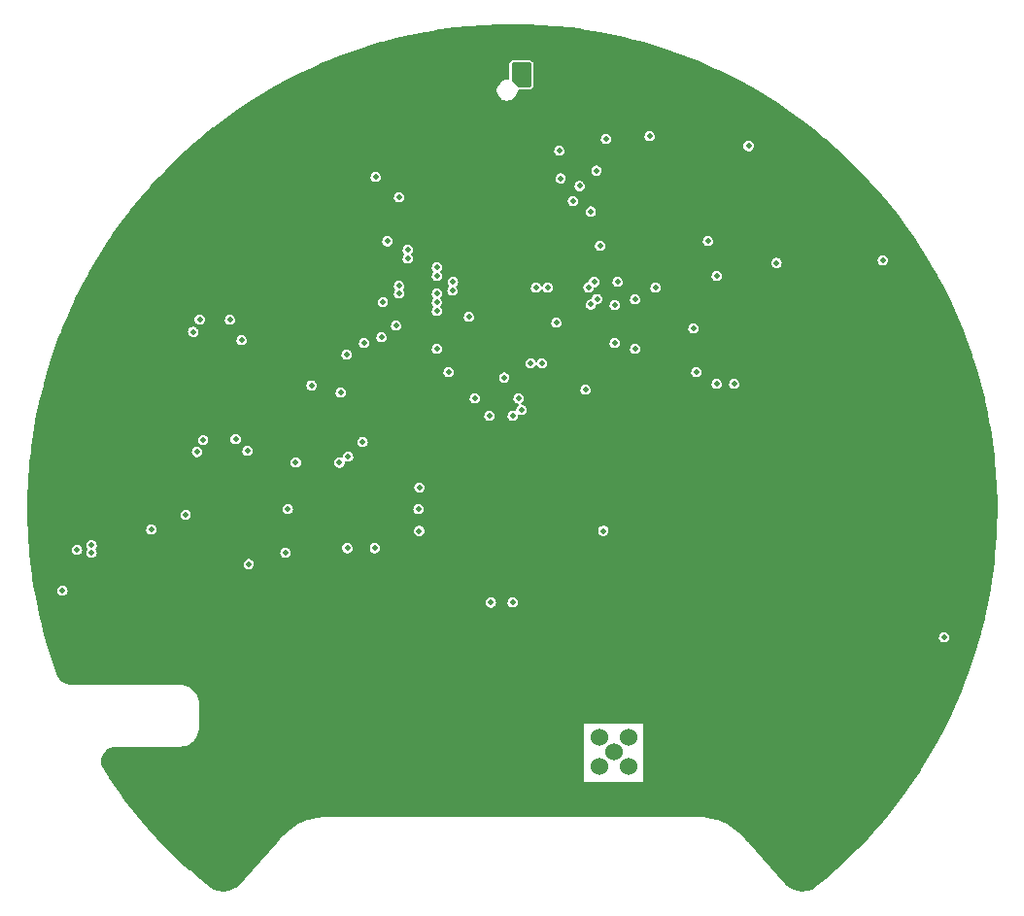
<source format=gbr>
%TF.GenerationSoftware,KiCad,Pcbnew,6.0.5-a6ca702e91~116~ubuntu20.04.1*%
%TF.CreationDate,2022-05-11T23:16:09+02:00*%
%TF.ProjectId,uHoubolt_PCB_GNSS,75486f75-626f-46c7-945f-5043425f474e,rev?*%
%TF.SameCoordinates,PX8f0d180PY5f5e100*%
%TF.FileFunction,Copper,L2,Inr*%
%TF.FilePolarity,Positive*%
%FSLAX46Y46*%
G04 Gerber Fmt 4.6, Leading zero omitted, Abs format (unit mm)*
G04 Created by KiCad (PCBNEW 6.0.5-a6ca702e91~116~ubuntu20.04.1) date 2022-05-11 23:16:09*
%MOMM*%
%LPD*%
G01*
G04 APERTURE LIST*
G04 Aperture macros list*
%AMFreePoly0*
4,1,22,0.945671,0.830970,1.026777,0.776777,1.080970,0.695671,1.100000,0.600000,1.100000,-0.600000,1.080970,-0.695671,1.026777,-0.776777,0.945671,-0.830970,0.850000,-0.850000,-0.850000,-0.850000,-0.945671,-0.830970,-1.026777,-0.776777,-1.080970,-0.695671,-1.100000,-0.600000,-1.100000,0.200000,-1.080970,0.295671,-1.026777,0.376777,-0.626777,0.776777,-0.545671,0.830970,-0.450000,0.850000,
0.850000,0.850000,0.945671,0.830970,0.945671,0.830970,$1*%
G04 Aperture macros list end*
%TA.AperFunction,ComponentPad*%
%ADD10C,0.800000*%
%TD*%
%TA.AperFunction,ComponentPad*%
%ADD11C,6.400000*%
%TD*%
%TA.AperFunction,ComponentPad*%
%ADD12C,0.500000*%
%TD*%
%TA.AperFunction,ComponentPad*%
%ADD13FreePoly0,90.000000*%
%TD*%
%TA.AperFunction,ComponentPad*%
%ADD14O,1.700000X2.200000*%
%TD*%
%TA.AperFunction,ComponentPad*%
%ADD15C,1.524000*%
%TD*%
%TA.AperFunction,ViaPad*%
%ADD16C,0.500000*%
%TD*%
%TA.AperFunction,ViaPad*%
%ADD17C,0.800000*%
%TD*%
G04 APERTURE END LIST*
D10*
%TO.N,GND*%
%TO.C,H1*%
X23600000Y28000000D03*
X24302944Y29697056D03*
X26000000Y30400000D03*
D11*
X26000000Y28000000D03*
D10*
X28400000Y28000000D03*
X24302944Y26302944D03*
X27697056Y29697056D03*
X27697056Y26302944D03*
X26000000Y25600000D03*
%TD*%
%TO.N,GND*%
%TO.C,H2*%
X-24302944Y29697056D03*
X-23600000Y28000000D03*
X-26000000Y25600000D03*
X-28400000Y28000000D03*
X-27697056Y29697056D03*
D11*
X-26000000Y28000000D03*
D10*
X-26000000Y30400000D03*
X-27697056Y26302944D03*
X-24302944Y26302944D03*
%TD*%
%TO.N,GND*%
%TO.C,H3*%
X-27697056Y-26302944D03*
X-26000000Y-25600000D03*
X-27697056Y-29697056D03*
X-24302944Y-29697056D03*
X-28400000Y-28000000D03*
X-24302944Y-26302944D03*
X-26000000Y-30400000D03*
X-23600000Y-28000000D03*
D11*
X-26000000Y-28000000D03*
%TD*%
D10*
%TO.N,GND*%
%TO.C,H4*%
X27697056Y-26302944D03*
D11*
X26000000Y-28000000D03*
D10*
X27697056Y-29697056D03*
X23600000Y-28000000D03*
X24302944Y-29697056D03*
X26000000Y-25600000D03*
X28400000Y-28000000D03*
X26000000Y-30400000D03*
X24302944Y-26302944D03*
%TD*%
D12*
%TO.N,GND*%
%TO.C,U7*%
X18913000Y32567500D03*
X17663000Y32567500D03*
X17663000Y31317500D03*
X18913000Y31317500D03*
%TD*%
D13*
%TO.N,+12V*%
%TO.C,J1*%
X762000Y37846000D03*
D14*
%TO.N,GND*%
X-1738000Y37846000D03*
%TD*%
D15*
%TO.N,Net-(J12-Pad1)*%
%TO.C,J12*%
X8800000Y-21200000D03*
%TO.N,Net-(J12-PadS1)*%
X7530000Y-19930000D03*
X10070000Y-19930000D03*
X10070000Y-22470000D03*
X7530000Y-22470000D03*
%TD*%
D16*
%TO.N,GND*%
X-5080000Y-2540000D03*
D17*
X25400000Y19170250D03*
D16*
X-5334000Y3048000D03*
X5588000Y29718000D03*
X-26670000Y8128000D03*
X-3302000Y38862000D03*
X-18542000Y16256000D03*
X1270000Y3810000D03*
X-18034000Y7366000D03*
X-2540000Y36068000D03*
X6858000Y28194000D03*
X7112000Y28702000D03*
X-15240000Y21844000D03*
D17*
X-25146000Y19260283D03*
D16*
X-8382000Y29718000D03*
X-3302000Y38100000D03*
D17*
X0Y-15240000D03*
D16*
X2794000Y26162000D03*
X-16002000Y21082000D03*
D17*
X-5080000Y-5080000D03*
D16*
X10414000Y22606000D03*
X12446000Y22606000D03*
X35052000Y-15875000D03*
X14478000Y22606000D03*
D17*
X-35560000Y15240000D03*
D16*
X1524000Y35052000D03*
X-3683000Y-3683000D03*
X-29464000Y13418283D03*
X-8509000Y15875000D03*
X-6858000Y28194000D03*
X35052000Y-14351000D03*
X-12192000Y17526000D03*
X35052000Y-15113000D03*
D17*
X25400000Y-20320000D03*
X-10160000Y0D03*
D16*
X9652000Y14986000D03*
X-11938000Y12700000D03*
D17*
X-15240000Y35560000D03*
D16*
X-16002000Y21844000D03*
X4572000Y8636000D03*
D17*
X10160000Y-25400000D03*
X-20320000Y-10160000D03*
D16*
X-28702000Y13418283D03*
D17*
X20320000Y-5080000D03*
X20320000Y-25400000D03*
D16*
X-7874000Y15875000D03*
D17*
X30480000Y-20320000D03*
X-25400000Y-20320000D03*
D16*
X8890000Y27940000D03*
X-17272000Y7366000D03*
X-16510000Y7366000D03*
X-21844000Y18542000D03*
X20320000Y14986000D03*
X-7620000Y34290000D03*
X5080000Y2540000D03*
X-12700000Y2032000D03*
X-17780000Y17018000D03*
X5080000Y15240000D03*
D17*
X-35052000Y10160000D03*
D16*
X5080000Y-2540000D03*
X-15085534Y19809934D03*
D17*
X-35560000Y-10160000D03*
D16*
X1270000Y-5080000D03*
X-16002000Y3810000D03*
X-1905000Y29210000D03*
X1524000Y36068000D03*
D17*
X-15240000Y-20320000D03*
D16*
X10160000Y10160000D03*
D17*
X-15240000Y30480000D03*
D16*
X14478000Y27178000D03*
D17*
X-20320000Y-25400000D03*
X35560000Y-10160000D03*
X20320000Y-20320000D03*
D16*
X-28956000Y3048000D03*
D17*
X35560000Y10160000D03*
D16*
X-31242000Y11176000D03*
X12446000Y35052000D03*
D17*
X-5080000Y40640000D03*
D16*
X11938000Y33782000D03*
X-9906000Y12700000D03*
D17*
X15240000Y-10160000D03*
D16*
X5080000Y14224000D03*
X508000Y35052000D03*
X13462000Y22606000D03*
X-1524000Y16332500D03*
X-13843000Y16637000D03*
X0Y2540000D03*
X-4318000Y30988000D03*
X3302000Y15748000D03*
X2032000Y5080000D03*
X-9144000Y15875000D03*
D17*
X-10160000Y-15240000D03*
X20320000Y-10160000D03*
D16*
X-13970000Y8636000D03*
X-32258000Y11176000D03*
D17*
X20320000Y-15240000D03*
D16*
X-29464000Y12402283D03*
D17*
X40640000Y0D03*
D16*
X-3302000Y37338000D03*
X13462000Y27178000D03*
D17*
X10160000Y-5080000D03*
D16*
X17272000Y14986000D03*
X-12192000Y18288000D03*
X-15240000Y22606000D03*
X-2413000Y1524000D03*
D17*
X-5080000Y-15240000D03*
D16*
X19558000Y14986000D03*
X17272000Y15748000D03*
X2794000Y24130000D03*
X-5588000Y26162000D03*
X-7620000Y8382000D03*
X19558000Y16510000D03*
X-5334000Y8636000D03*
X-508000Y35052000D03*
X21082000Y24384000D03*
X-1270000Y5080000D03*
X-25908000Y8128000D03*
D17*
X-5080000Y-25400000D03*
D16*
X18796000Y15748000D03*
X-27686000Y3810000D03*
D17*
X25400000Y-5080000D03*
D16*
X-31242000Y762000D03*
X-6350000Y26162000D03*
X-1524000Y35052000D03*
D17*
X-20320000Y25400000D03*
D16*
X-5080000Y3810000D03*
D17*
X0Y-10160000D03*
D16*
X13970000Y32728500D03*
X12446000Y27178000D03*
D17*
X10160000Y-10160000D03*
D16*
X21844000Y22860000D03*
X-2286000Y15748000D03*
X2540000Y-2540000D03*
X19558000Y15748000D03*
X1524000Y26162000D03*
X-5080000Y1524000D03*
X762000Y15748000D03*
X-5588000Y30988000D03*
X-1016000Y31115000D03*
X18034000Y15748000D03*
X10414000Y14986000D03*
D17*
X-10160000Y35560000D03*
D16*
X4572000Y9398000D03*
X-32004000Y762000D03*
X4318000Y15748000D03*
X3048000Y-4191000D03*
X9652000Y14224000D03*
D17*
X-15240000Y-15240000D03*
X5080000Y-20320000D03*
X-5080000Y-20320000D03*
D16*
X254000Y26162000D03*
X-7874000Y4572000D03*
X-22606000Y7874000D03*
D17*
X15240000Y-5080000D03*
D16*
X-29718000Y3048000D03*
X-508000Y-1778000D03*
D17*
X35560000Y20320000D03*
D16*
X1524000Y25146000D03*
D17*
X25400000Y15240000D03*
X15240000Y5080000D03*
D16*
X4318000Y14224000D03*
D17*
X0Y-25400000D03*
X-5080000Y-10160000D03*
D16*
X-33274000Y10414000D03*
X4826000Y33274000D03*
X21082000Y23622000D03*
D17*
X-30480000Y-10160000D03*
D16*
X5080000Y3810000D03*
D17*
X-5080000Y5080000D03*
X25400000Y0D03*
D16*
X2794000Y25146000D03*
X5588000Y33274000D03*
X-22349502Y762000D03*
X11430000Y22606000D03*
X-6350000Y-6350000D03*
D17*
X30480000Y-5080000D03*
D16*
X20320000Y15748000D03*
D17*
X30480000Y-10160000D03*
X-20320000Y-20320000D03*
X-20320000Y30480000D03*
X-40640000Y5080000D03*
D16*
X-1016000Y29210000D03*
D17*
X10160000Y35560000D03*
X-15240000Y-25400000D03*
D16*
X21844000Y24384000D03*
D17*
X5080000Y-25400000D03*
D16*
X-31242000Y10414000D03*
X21844000Y23622000D03*
X-17272000Y3810000D03*
X-2540000Y35052000D03*
X6858000Y21082000D03*
X-5588000Y25400000D03*
D17*
X5080000Y-5080000D03*
X15240000Y0D03*
D16*
X10287000Y20066000D03*
X1397000Y1651000D03*
D17*
X-5080000Y35560000D03*
X-10160000Y-10160000D03*
X0Y0D03*
D16*
X9398000Y28956000D03*
X-28194000Y3048000D03*
D17*
X-30226000Y19260283D03*
X-10160000Y-5080000D03*
X30480000Y0D03*
D16*
X-18542000Y1270000D03*
X3048000Y4572000D03*
X21082000Y22860000D03*
X-8636000Y7112000D03*
X-22606000Y18542000D03*
X-13462000Y11176000D03*
X1016000Y11430000D03*
D17*
X30480000Y-15240000D03*
X-35052000Y5080000D03*
X-10160000Y-20320000D03*
X-20320000Y35560000D03*
X5080000Y40640000D03*
D16*
X0Y15748000D03*
D17*
X5080000Y-10160000D03*
D16*
X-7620000Y6350000D03*
D17*
X-20320000Y-15240000D03*
D16*
X6350000Y-6350000D03*
X35687000Y-16129000D03*
X-21082000Y18542000D03*
D17*
X-35560000Y20320000D03*
D16*
X35052000Y-12954000D03*
X-12192000Y5080000D03*
D17*
X5080000Y-15240000D03*
X0Y40640000D03*
D16*
X-8382000Y34290000D03*
X-25654000Y18542000D03*
X16002000Y32728500D03*
X-14478000Y19812000D03*
X-26416000Y19304000D03*
X-25908000Y8890000D03*
X254000Y11430000D03*
X2540000Y2540000D03*
D17*
X25400000Y-15240000D03*
D16*
X9144000Y13462000D03*
X-5588000Y32004000D03*
X20320000Y16510000D03*
D17*
X25400000Y10160000D03*
D16*
X19558000Y17272000D03*
D17*
X25400000Y5080000D03*
D16*
X-2540000Y-2540000D03*
X-8382000Y30480000D03*
X3810000Y3810000D03*
D17*
X-15240000Y-10160000D03*
X35560000Y15240000D03*
X-20320000Y20320000D03*
D16*
X-3302000Y36576000D03*
X-3810000Y5080000D03*
X10160000Y5080000D03*
D17*
X20320000Y0D03*
X10160000Y0D03*
D16*
X3810000Y9398000D03*
X-33274000Y11176000D03*
X-5588000Y29972000D03*
X-2540000Y3810000D03*
X-23400000Y3600000D03*
D17*
X-10160000Y-25400000D03*
D16*
X-10414000Y8636000D03*
X-26416000Y18542000D03*
X-13970000Y1016000D03*
D17*
X15240000Y-25400000D03*
D16*
X4064000Y33274000D03*
X-2540000Y-5080000D03*
X-6350000Y7620000D03*
X-17780000Y16256000D03*
D17*
X0Y-20320000D03*
D16*
X3810000Y26162000D03*
X35052000Y-13589000D03*
D17*
X30480000Y15240000D03*
X-25400000Y-15240000D03*
D16*
X18796000Y14986000D03*
D17*
X25400000Y-10160000D03*
X40640000Y5080000D03*
X20320000Y10160000D03*
D16*
X21844000Y22098000D03*
X6350000Y6350000D03*
D17*
X20320000Y5080000D03*
D16*
X-32258000Y10414000D03*
X4445000Y-3810000D03*
X18034000Y14986000D03*
D17*
X40640000Y-5080000D03*
D16*
X-6350000Y25400000D03*
X21082000Y22098000D03*
D17*
X-25400000Y-10160000D03*
D16*
%TO.N,+3V3*%
X-18898431Y4064000D03*
X7620000Y22949000D03*
X8128000Y32258000D03*
X-12000000Y-3400000D03*
X5256790Y26846790D03*
X22987000Y21463000D03*
X8890000Y14478000D03*
X-17526000Y10795000D03*
X-10909555Y23342097D03*
X-734336Y11457664D03*
X-11430000Y14986000D03*
X-9906000Y27178000D03*
X-39243000Y-7112000D03*
%TO.N,+5V*%
X4064000Y31242000D03*
X17018000Y23368000D03*
X37592000Y-11176000D03*
X-14986000Y10160000D03*
X15748000Y15748000D03*
X-15106500Y4038498D03*
X6350000Y10414000D03*
X17780000Y20320000D03*
X10668000Y13970000D03*
%TO.N,Net-(C15-Pad2)*%
X-8128000Y1900000D03*
X-1900000Y-8150000D03*
%TO.N,+12V*%
X11938000Y32512000D03*
X20567446Y31644002D03*
X32258000Y21710250D03*
%TO.N,/NRST*%
X-23000000Y-4800000D03*
X-11938000Y28956000D03*
X-37973000Y-3556000D03*
%TO.N,/SWCLK*%
X-36703000Y-3160497D03*
X-14400000Y-3400000D03*
X-6604000Y18034000D03*
%TO.N,/SWDIO*%
X-36703000Y-3810000D03*
X-19600000Y0D03*
X-6604000Y17272000D03*
X-19800000Y-3810000D03*
%TO.N,/UART_TX*%
X-9144000Y21844000D03*
X-28500000Y-500000D03*
%TO.N,/UART_RX*%
X-31496000Y-1778000D03*
X-9144000Y22606000D03*
%TO.N,/CAN1_L*%
X-23114000Y5080000D03*
X-26980204Y6015885D03*
X-27503316Y4984773D03*
X-24137556Y6103556D03*
%TO.N,/CAN2_L*%
X-24638000Y16510000D03*
X-23622000Y14732000D03*
X-27843000Y15450283D03*
X-27268944Y16532339D03*
%TO.N,/LED1*%
X-5207000Y19812000D03*
X-6604000Y13970000D03*
X-6604000Y21082000D03*
X-5588000Y11938000D03*
%TO.N,/LED2*%
X-6604000Y20320000D03*
X-5246980Y19050000D03*
%TO.N,/Speaker*%
X-10160000Y16002000D03*
X-3810000Y16764000D03*
%TO.N,Net-(R9-Pad2)*%
X0Y-8128000D03*
%TO.N,/GNSS_INT*%
X-8150000Y-1900000D03*
%TO.N,Net-(JP1-Pad2)*%
X-8200000Y0D03*
%TO.N,/GNSS_UART1_RX*%
X-2032000Y8128000D03*
%TO.N,/GNSS_UART1_TX*%
X0Y8128000D03*
%TO.N,/LoRa_DIO1*%
X17780000Y10922000D03*
X2032000Y19304000D03*
%TO.N,/LoRa_DIO3*%
X3048000Y19304000D03*
X19304000Y10922000D03*
%TO.N,/BARO_SPI1_SCK*%
X4179542Y28829000D03*
X7308046Y29486562D03*
%TO.N,/BARO_SPI1_MOSI*%
X6811867Y25931157D03*
X5842000Y28164500D03*
%TO.N,/QSPI1_CLK*%
X9144000Y19812000D03*
X7099555Y19786097D03*
%TO.N,/QSPI1_BK1_NCS*%
X12446000Y19304000D03*
X6604000Y19331500D03*
%TO.N,/QSPI1_BK1_IO1*%
X10668000Y18288000D03*
X7366000Y18331500D03*
%TO.N,/QSPI1_BK1_IO2*%
X8890000Y17780000D03*
X6806000Y17832000D03*
%TO.N,/LoRa_SPI2_MISO*%
X1555500Y12700000D03*
X2555500Y12700000D03*
%TO.N,/GNSS_NRST*%
X-3302000Y9652000D03*
X508000Y9652000D03*
%TO.N,/CAN1_RX*%
X-14345556Y4573056D03*
X-13081000Y5842000D03*
%TO.N,/IMU_SPI3_SCK*%
X-9906000Y18796000D03*
X-6604000Y18796000D03*
%TO.N,/IMU_INT*%
X-9906000Y19445503D03*
X-11311500Y18034000D03*
%TO.N,/CAN2_RX*%
X-14478000Y13462000D03*
X-12954000Y14478000D03*
%TO.N,/LoRa_NRST*%
X16002000Y11938000D03*
X3810000Y16256000D03*
%TO.N,/GNSS_TIMEPULSE*%
X7900000Y-1900000D03*
X762000Y8644500D03*
%TD*%
%TA.AperFunction,Conductor*%
%TO.N,GND*%
G36*
X-12918Y42273487D02*
G01*
X-11267Y42273485D01*
X-538Y42271005D01*
X-421Y42271031D01*
X-303Y42271004D01*
X10319Y42273408D01*
X11202Y42273404D01*
X32890Y42275660D01*
X1148715Y42258642D01*
X1286636Y42256538D01*
X1289653Y42256446D01*
X2573529Y42197671D01*
X2576543Y42197487D01*
X3612747Y42118329D01*
X3858010Y42099593D01*
X3861010Y42099318D01*
X5138970Y41962385D01*
X5141955Y41962019D01*
X5778511Y41874105D01*
X6415061Y41786193D01*
X6418045Y41785735D01*
X7685265Y41571159D01*
X7688234Y41570609D01*
X8948282Y41317500D01*
X8951170Y41316875D01*
X9775584Y41124947D01*
X10202984Y41025446D01*
X10205914Y41024716D01*
X11448166Y40695275D01*
X11451072Y40694457D01*
X12193177Y40473225D01*
X12682761Y40327272D01*
X12685616Y40326373D01*
X13268189Y40133170D01*
X13905504Y39921812D01*
X13908355Y39920818D01*
X15115329Y39479252D01*
X15118148Y39478172D01*
X16311132Y38999993D01*
X16313890Y38998838D01*
X17491743Y38484502D01*
X17494441Y38483275D01*
X18016273Y38236195D01*
X18656073Y37933257D01*
X18658782Y37931923D01*
X19803038Y37346773D01*
X19805705Y37345358D01*
X20931627Y36725565D01*
X20934249Y36724069D01*
X22040753Y36070231D01*
X22043309Y36068668D01*
X23129369Y35381387D01*
X23131849Y35379764D01*
X24196420Y34659705D01*
X24198895Y34657976D01*
X25241039Y33905772D01*
X25243459Y33903968D01*
X25569548Y33653131D01*
X26262165Y33120350D01*
X26264480Y33118513D01*
X27152741Y32391068D01*
X27258860Y32304161D01*
X27261166Y32302212D01*
X28230169Y31457990D01*
X28232415Y31455973D01*
X29175274Y30582550D01*
X29177458Y30580464D01*
X30093226Y29678716D01*
X30095344Y29676566D01*
X30983207Y28747296D01*
X30985259Y28745081D01*
X31133659Y28579961D01*
X31844362Y27789181D01*
X31846310Y27786947D01*
X32656831Y26827821D01*
X32675887Y26805271D01*
X32677794Y26802943D01*
X33472381Y25802310D01*
X33477027Y25796459D01*
X33478865Y25794071D01*
X33713373Y25479514D01*
X34247059Y24763652D01*
X34248822Y24761209D01*
X34980371Y23714809D01*
X34985208Y23707890D01*
X34986900Y23705390D01*
X35690839Y22630082D01*
X35692454Y22627531D01*
X36363280Y21531256D01*
X36364815Y21528659D01*
X36543797Y21215068D01*
X37001884Y20412466D01*
X37003341Y20409821D01*
X37053067Y20316175D01*
X37598439Y19289109D01*
X37606095Y19274690D01*
X37607452Y19272038D01*
X38175348Y18118984D01*
X38176606Y18116326D01*
X38707600Y16949738D01*
X38709044Y16946566D01*
X38710248Y16943811D01*
X38893550Y16506175D01*
X39206767Y15758365D01*
X39207891Y15755563D01*
X39383258Y15298212D01*
X39660488Y14575204D01*
X39668041Y14555505D01*
X39669073Y14552683D01*
X40049560Y13462000D01*
X40092399Y13339199D01*
X40093345Y13336348D01*
X40187440Y13037628D01*
X40479488Y12110471D01*
X40480351Y12107577D01*
X40828916Y10870556D01*
X40829691Y10867638D01*
X41140387Y9620517D01*
X41141072Y9617577D01*
X41184387Y9417946D01*
X41411440Y8371496D01*
X41413592Y8361576D01*
X41414185Y8358627D01*
X41550392Y7623330D01*
X41648277Y7094909D01*
X41648781Y7091940D01*
X41840519Y5845790D01*
X41844236Y5821632D01*
X41844648Y5818649D01*
X41997472Y4573977D01*
X42001274Y4543009D01*
X42001595Y4540019D01*
X42046547Y4051032D01*
X42119248Y3260205D01*
X42119479Y3257195D01*
X42198056Y1974341D01*
X42198194Y1971330D01*
X42200383Y1900000D01*
X42237615Y686743D01*
X42237662Y683724D01*
X42237742Y243496D01*
X42237879Y-511120D01*
X42237895Y-601495D01*
X42237850Y-604496D01*
X42223763Y-1069029D01*
X42198890Y-1889177D01*
X42198752Y-1892193D01*
X42180272Y-2195700D01*
X42120640Y-3175045D01*
X42120417Y-3177987D01*
X42044619Y-4005788D01*
X42003218Y-4457929D01*
X42002896Y-4460931D01*
X41991196Y-4556504D01*
X41906375Y-5249407D01*
X41846737Y-5736583D01*
X41846329Y-5739548D01*
X41657070Y-6972549D01*
X41651329Y-7009950D01*
X41650828Y-7012908D01*
X41419283Y-8265403D01*
X41417191Y-8276718D01*
X41416603Y-8279648D01*
X41258501Y-9009589D01*
X41144532Y-9535770D01*
X41143848Y-9538711D01*
X40833609Y-10785922D01*
X40832836Y-10788840D01*
X40654698Y-11421909D01*
X40598065Y-11623175D01*
X40484707Y-12026027D01*
X40483856Y-12028886D01*
X40098155Y-13254905D01*
X40097205Y-13257770D01*
X39674312Y-14471421D01*
X39673275Y-14474257D01*
X39499388Y-14928241D01*
X39213564Y-15674469D01*
X39212468Y-15677206D01*
X39044645Y-16078292D01*
X38716357Y-16862879D01*
X38715149Y-16865646D01*
X38183137Y-18035590D01*
X38181845Y-18038319D01*
X37614421Y-19191467D01*
X37613047Y-19194156D01*
X37585506Y-19246068D01*
X37026623Y-20299500D01*
X37010710Y-20329494D01*
X37009269Y-20332114D01*
X36372561Y-21448610D01*
X36371035Y-21451192D01*
X35780438Y-22417140D01*
X35700619Y-22547688D01*
X35699012Y-22550229D01*
X35461589Y-22913192D01*
X34995454Y-23625801D01*
X34993763Y-23628302D01*
X34257751Y-24681897D01*
X34255985Y-24684345D01*
X33488194Y-25715001D01*
X33486361Y-25717386D01*
X32687440Y-26724225D01*
X32685567Y-26726513D01*
X32251691Y-27240314D01*
X31856358Y-27708472D01*
X31854375Y-27710749D01*
X30995599Y-28666978D01*
X30993592Y-28669146D01*
X30385317Y-29306250D01*
X30106042Y-29598761D01*
X30103924Y-29600912D01*
X29188481Y-30502991D01*
X29186298Y-30505077D01*
X28243791Y-31378808D01*
X28241561Y-31380814D01*
X27740351Y-31817800D01*
X27272811Y-32225431D01*
X27270506Y-32227380D01*
X26304339Y-33019210D01*
X26301654Y-33021095D01*
X26294698Y-33023348D01*
X26286633Y-33031042D01*
X26284426Y-33032357D01*
X26284169Y-33032561D01*
X26280912Y-33034665D01*
X26272361Y-33038746D01*
X26269953Y-33041743D01*
X26268213Y-33042867D01*
X26077623Y-33141452D01*
X26066429Y-33146389D01*
X25999701Y-33171013D01*
X25840444Y-33229781D01*
X25828706Y-33233304D01*
X25594145Y-33288141D01*
X25582070Y-33290186D01*
X25509143Y-33297931D01*
X25342545Y-33315625D01*
X25330304Y-33316163D01*
X25203731Y-33313881D01*
X25089455Y-33311820D01*
X25077251Y-33310841D01*
X24918092Y-33288106D01*
X24838792Y-33276778D01*
X24826793Y-33274298D01*
X24594371Y-33211039D01*
X24582769Y-33207095D01*
X24359933Y-33115604D01*
X24348908Y-33110258D01*
X24139094Y-32991948D01*
X24128813Y-32985280D01*
X24037811Y-32917908D01*
X23935215Y-32841952D01*
X23925845Y-32834073D01*
X23770483Y-32686072D01*
X23764276Y-32678166D01*
X23764159Y-32678274D01*
X23756595Y-32670089D01*
X23751038Y-32660422D01*
X23741838Y-32654121D01*
X23740184Y-32652331D01*
X23725483Y-32639375D01*
X21827410Y-30504043D01*
X20580351Y-29101103D01*
X20569140Y-29085738D01*
X20566565Y-29081386D01*
X20564275Y-29076274D01*
X20563842Y-29075701D01*
X20559554Y-29072107D01*
X20554685Y-29066587D01*
X20296268Y-28750553D01*
X20295007Y-28749221D01*
X20188816Y-28637108D01*
X20006731Y-28444868D01*
X20005385Y-28443639D01*
X19697039Y-28162271D01*
X19697035Y-28162268D01*
X19695716Y-28161064D01*
X19364872Y-27900647D01*
X19015952Y-27664998D01*
X18650809Y-27455367D01*
X18271377Y-27272866D01*
X18269693Y-27272202D01*
X18269688Y-27272200D01*
X17881340Y-27119120D01*
X17881333Y-27119118D01*
X17879670Y-27118462D01*
X17877969Y-27117931D01*
X17877958Y-27117927D01*
X17646689Y-27045718D01*
X17477765Y-26992974D01*
X17475919Y-26992542D01*
X17341258Y-26961041D01*
X17067792Y-26897068D01*
X16651928Y-26831252D01*
X16245639Y-26796995D01*
X16238416Y-26796101D01*
X16233155Y-26794613D01*
X16232438Y-26794578D01*
X16213476Y-26797961D01*
X16196089Y-26799500D01*
X-16195566Y-26799500D01*
X-16213297Y-26797899D01*
X-16226205Y-26795549D01*
X-16226206Y-26795549D01*
X-16231721Y-26794545D01*
X-16232438Y-26794578D01*
X-16237687Y-26796042D01*
X-16244583Y-26796884D01*
X-16460483Y-26815089D01*
X-16651930Y-26831231D01*
X-16940439Y-26876891D01*
X-17066021Y-26896766D01*
X-17066023Y-26896766D01*
X-17067796Y-26897047D01*
X-17477770Y-26992953D01*
X-17678723Y-27055697D01*
X-17877965Y-27117907D01*
X-17877976Y-27117911D01*
X-17879677Y-27118442D01*
X-17881340Y-27119098D01*
X-17881347Y-27119100D01*
X-18269696Y-27272180D01*
X-18269701Y-27272182D01*
X-18271385Y-27272846D01*
X-18650818Y-27455348D01*
X-18814624Y-27549390D01*
X-19014405Y-27664085D01*
X-19014416Y-27664092D01*
X-19015963Y-27664980D01*
X-19364884Y-27900630D01*
X-19695730Y-28161048D01*
X-19697049Y-28162252D01*
X-19697053Y-28162255D01*
X-19972518Y-28413620D01*
X-20006746Y-28444853D01*
X-20296284Y-28750539D01*
X-20554362Y-29066159D01*
X-20559223Y-29071648D01*
X-20563407Y-29075130D01*
X-20563842Y-29075701D01*
X-20566152Y-29080809D01*
X-20569023Y-29085622D01*
X-20569923Y-29085085D01*
X-20580129Y-29100852D01*
X-23359264Y-32227380D01*
X-23725127Y-32638976D01*
X-23739175Y-32651312D01*
X-23741329Y-32653627D01*
X-23750550Y-32659895D01*
X-23756140Y-32669542D01*
X-23763734Y-32677702D01*
X-23763782Y-32677657D01*
X-23770048Y-32685608D01*
X-23925860Y-32834037D01*
X-23935238Y-32841923D01*
X-24128838Y-32985253D01*
X-24139118Y-32991920D01*
X-24212831Y-33033486D01*
X-24348924Y-33110226D01*
X-24359949Y-33115573D01*
X-24582783Y-33207062D01*
X-24594384Y-33211005D01*
X-24663240Y-33229746D01*
X-24826802Y-33274263D01*
X-24838796Y-33276742D01*
X-25077254Y-33310805D01*
X-25089458Y-33311784D01*
X-25203233Y-33313836D01*
X-25330302Y-33316128D01*
X-25342543Y-33315590D01*
X-25582059Y-33290151D01*
X-25594140Y-33288106D01*
X-25828698Y-33233269D01*
X-25840434Y-33229746D01*
X-25912581Y-33203123D01*
X-26066414Y-33146356D01*
X-26077608Y-33141419D01*
X-26268417Y-33042720D01*
X-26270910Y-33040935D01*
X-26273271Y-33038030D01*
X-26280710Y-33034531D01*
X-26282229Y-33033486D01*
X-26285875Y-33031540D01*
X-26286040Y-33031441D01*
X-26294082Y-33023716D01*
X-26302093Y-33021091D01*
X-26305829Y-33018485D01*
X-27209611Y-32292156D01*
X-27211864Y-32290290D01*
X-28121098Y-31514259D01*
X-28123295Y-31512326D01*
X-28270677Y-31378808D01*
X-28566216Y-31111072D01*
X-29009137Y-30709817D01*
X-29011277Y-30707821D01*
X-29225966Y-30501453D01*
X-29873098Y-29879403D01*
X-29875161Y-29877360D01*
X-30712074Y-29023885D01*
X-30714076Y-29021783D01*
X-31039971Y-28669170D01*
X-31508478Y-28162255D01*
X-31525417Y-28143927D01*
X-31527371Y-28141749D01*
X-31804310Y-27823746D01*
X-32312422Y-27240292D01*
X-32314273Y-27238101D01*
X-33072352Y-26313820D01*
X-33074132Y-26311584D01*
X-33804585Y-25365278D01*
X-33806332Y-25362943D01*
X-34300613Y-24681897D01*
X-34508431Y-24395554D01*
X-34510109Y-24393170D01*
X-34914400Y-23800000D01*
X6200000Y-23800000D01*
X11400000Y-23800000D01*
X11400000Y-18700000D01*
X6200000Y-18700000D01*
X6200000Y-23800000D01*
X-34914400Y-23800000D01*
X-35183342Y-23405411D01*
X-35184954Y-23402969D01*
X-35806551Y-22430403D01*
X-35818973Y-22401901D01*
X-35861935Y-22235961D01*
X-35864692Y-22220074D01*
X-35882416Y-22024284D01*
X-35882557Y-22008159D01*
X-35868261Y-21812086D01*
X-35865782Y-21796152D01*
X-35819847Y-21605007D01*
X-35814815Y-21589688D01*
X-35738459Y-21408535D01*
X-35731007Y-21394235D01*
X-35626252Y-21227876D01*
X-35616577Y-21214976D01*
X-35486210Y-21067833D01*
X-35474572Y-21056677D01*
X-35322038Y-20932642D01*
X-35308739Y-20923522D01*
X-35138104Y-20825902D01*
X-35123505Y-20819063D01*
X-35057723Y-20794557D01*
X-34939280Y-20750436D01*
X-34923761Y-20746056D01*
X-34730838Y-20708246D01*
X-34714815Y-20706444D01*
X-34542531Y-20701192D01*
X-34532747Y-20702403D01*
X-34532712Y-20701732D01*
X-34521577Y-20702321D01*
X-34510855Y-20705370D01*
X-34499872Y-20703468D01*
X-34499870Y-20703468D01*
X-34491119Y-20701952D01*
X-34474225Y-20700500D01*
X-29034281Y-20700500D01*
X-29011926Y-20703057D01*
X-29000718Y-20705655D01*
X-29000000Y-20705656D01*
X-28994993Y-20704514D01*
X-28993604Y-20704386D01*
X-28757375Y-20687491D01*
X-28519690Y-20635786D01*
X-28291782Y-20550781D01*
X-28288685Y-20549090D01*
X-28081390Y-20435898D01*
X-28081386Y-20435896D01*
X-28078292Y-20434206D01*
X-27883565Y-20288435D01*
X-27711565Y-20116435D01*
X-27565794Y-19921708D01*
X-27449219Y-19708218D01*
X-27364214Y-19480310D01*
X-27312509Y-19242625D01*
X-27295728Y-19008003D01*
X-27295522Y-19005797D01*
X-27294345Y-19000718D01*
X-27294344Y-19000000D01*
X-27295588Y-18994545D01*
X-27297020Y-18988266D01*
X-27299500Y-18966248D01*
X-27299500Y-17034281D01*
X-27296943Y-17011926D01*
X-27295612Y-17006183D01*
X-27294345Y-17000718D01*
X-27294344Y-17000000D01*
X-27295486Y-16994993D01*
X-27295614Y-16993599D01*
X-27296370Y-16983028D01*
X-27312509Y-16757375D01*
X-27364214Y-16519690D01*
X-27449219Y-16291782D01*
X-27565794Y-16078292D01*
X-27711565Y-15883565D01*
X-27883565Y-15711565D01*
X-28078292Y-15565794D01*
X-28081386Y-15564104D01*
X-28081390Y-15564102D01*
X-28288685Y-15450910D01*
X-28288686Y-15450909D01*
X-28291782Y-15449219D01*
X-28519690Y-15364214D01*
X-28757375Y-15312509D01*
X-28920762Y-15300823D01*
X-28991997Y-15295728D01*
X-28994203Y-15295522D01*
X-28999282Y-15294345D01*
X-29000000Y-15294344D01*
X-29005452Y-15295588D01*
X-29005455Y-15295588D01*
X-29011734Y-15297020D01*
X-29033752Y-15299500D01*
X-38465983Y-15299500D01*
X-38488169Y-15296982D01*
X-38488187Y-15296978D01*
X-38499641Y-15294344D01*
X-38510516Y-15296805D01*
X-38521662Y-15296785D01*
X-38521661Y-15296307D01*
X-38531611Y-15297027D01*
X-38694350Y-15284297D01*
X-38709600Y-15281896D01*
X-38767049Y-15268191D01*
X-38891683Y-15238456D01*
X-38906377Y-15233713D01*
X-39079500Y-15162484D01*
X-39093279Y-15155513D01*
X-39253218Y-15058231D01*
X-39265744Y-15049202D01*
X-39408603Y-14928241D01*
X-39419573Y-14917375D01*
X-39541891Y-14775664D01*
X-39551035Y-14763228D01*
X-39649835Y-14604212D01*
X-39656932Y-14590508D01*
X-39720273Y-14440615D01*
X-39722671Y-14431134D01*
X-39723238Y-14431322D01*
X-39725172Y-14425485D01*
X-39726123Y-14421277D01*
X-39726897Y-14419151D01*
X-39727809Y-14409648D01*
X-39729378Y-14407055D01*
X-39729755Y-14404048D01*
X-39734933Y-14396025D01*
X-39734934Y-14396021D01*
X-39735278Y-14395489D01*
X-39745557Y-14374455D01*
X-40138366Y-13249887D01*
X-40139276Y-13247157D01*
X-40508752Y-12081633D01*
X-40509581Y-12078878D01*
X-40768760Y-11170440D01*
X37136901Y-11170440D01*
X37137816Y-11177437D01*
X37137816Y-11177438D01*
X37139082Y-11187120D01*
X37153633Y-11298394D01*
X37156471Y-11304845D01*
X37156472Y-11304847D01*
X37163458Y-11320724D01*
X37205605Y-11416510D01*
X37247122Y-11465901D01*
X37284100Y-11509892D01*
X37284103Y-11509894D01*
X37288639Y-11515291D01*
X37396060Y-11586796D01*
X37402788Y-11588898D01*
X37402790Y-11588899D01*
X37457647Y-11606037D01*
X37519233Y-11625278D01*
X37583744Y-11626461D01*
X37641202Y-11627514D01*
X37641204Y-11627514D01*
X37648255Y-11627643D01*
X37655058Y-11625788D01*
X37655060Y-11625788D01*
X37696828Y-11614400D01*
X37772755Y-11593700D01*
X37882724Y-11526179D01*
X37969322Y-11430507D01*
X38025588Y-11314375D01*
X38046997Y-11187120D01*
X38047133Y-11176000D01*
X38028839Y-11048259D01*
X37975428Y-10930788D01*
X37891193Y-10833028D01*
X37885276Y-10829193D01*
X37885274Y-10829191D01*
X37788824Y-10766677D01*
X37782906Y-10762841D01*
X37776150Y-10760821D01*
X37776149Y-10760820D01*
X37733335Y-10748016D01*
X37659273Y-10725866D01*
X37582644Y-10725398D01*
X37537282Y-10725121D01*
X37530231Y-10725078D01*
X37523454Y-10727015D01*
X37523453Y-10727015D01*
X37412935Y-10758601D01*
X37412933Y-10758602D01*
X37406155Y-10760539D01*
X37297019Y-10829399D01*
X37211596Y-10926122D01*
X37156754Y-11042932D01*
X37136901Y-11170440D01*
X-40768760Y-11170440D01*
X-40845016Y-10903159D01*
X-40845765Y-10900381D01*
X-41146895Y-9715396D01*
X-41147563Y-9712597D01*
X-41186408Y-9538711D01*
X-41395977Y-8600612D01*
X-41414123Y-8519385D01*
X-41414710Y-8516569D01*
X-41484746Y-8153825D01*
X-41486558Y-8144440D01*
X-2355099Y-8144440D01*
X-2354184Y-8151437D01*
X-2354184Y-8151438D01*
X-2352918Y-8161120D01*
X-2338367Y-8272394D01*
X-2335529Y-8278845D01*
X-2335528Y-8278847D01*
X-2289236Y-8384054D01*
X-2286395Y-8390510D01*
X-2244878Y-8439900D01*
X-2207900Y-8483892D01*
X-2207897Y-8483894D01*
X-2203361Y-8489291D01*
X-2095940Y-8560796D01*
X-2089212Y-8562898D01*
X-2089210Y-8562899D01*
X-2042772Y-8577407D01*
X-1972767Y-8599278D01*
X-1908256Y-8600461D01*
X-1850798Y-8601514D01*
X-1850796Y-8601514D01*
X-1843745Y-8601643D01*
X-1836942Y-8599788D01*
X-1836940Y-8599788D01*
X-1795172Y-8588400D01*
X-1719245Y-8567700D01*
X-1609276Y-8500179D01*
X-1592704Y-8481871D01*
X-1527410Y-8409735D01*
X-1527410Y-8409734D01*
X-1522678Y-8404507D01*
X-1466412Y-8288375D01*
X-1445003Y-8161120D01*
X-1444867Y-8150000D01*
X-1448814Y-8122440D01*
X-455099Y-8122440D01*
X-454184Y-8129437D01*
X-454184Y-8129438D01*
X-453134Y-8137466D01*
X-438367Y-8250394D01*
X-435529Y-8256845D01*
X-435528Y-8256847D01*
X-389236Y-8362054D01*
X-386395Y-8368510D01*
X-361470Y-8398162D01*
X-307900Y-8461892D01*
X-307897Y-8461894D01*
X-303361Y-8467291D01*
X-195940Y-8538796D01*
X-189212Y-8540898D01*
X-189210Y-8540899D01*
X-138031Y-8556888D01*
X-72767Y-8577278D01*
X-8256Y-8578461D01*
X49202Y-8579514D01*
X49204Y-8579514D01*
X56255Y-8579643D01*
X63058Y-8577788D01*
X63060Y-8577788D01*
X113592Y-8564011D01*
X180755Y-8545700D01*
X290724Y-8478179D01*
X305466Y-8461892D01*
X372590Y-8387735D01*
X372590Y-8387734D01*
X377322Y-8382507D01*
X433588Y-8266375D01*
X444596Y-8200941D01*
X454363Y-8142891D01*
X454363Y-8142886D01*
X454997Y-8139120D01*
X455133Y-8128000D01*
X436839Y-8000259D01*
X383428Y-7882788D01*
X318149Y-7807028D01*
X303798Y-7790372D01*
X303797Y-7790371D01*
X299193Y-7785028D01*
X293276Y-7781193D01*
X293274Y-7781191D01*
X196824Y-7718677D01*
X190906Y-7714841D01*
X184150Y-7712821D01*
X184149Y-7712820D01*
X138199Y-7699078D01*
X67273Y-7677866D01*
X-9356Y-7677398D01*
X-54718Y-7677121D01*
X-61769Y-7677078D01*
X-68546Y-7679015D01*
X-68547Y-7679015D01*
X-179065Y-7710601D01*
X-179067Y-7710602D01*
X-185845Y-7712539D01*
X-294981Y-7781399D01*
X-380404Y-7878122D01*
X-435246Y-7994932D01*
X-455099Y-8122440D01*
X-1448814Y-8122440D01*
X-1463161Y-8022259D01*
X-1516572Y-7904788D01*
X-1600807Y-7807028D01*
X-1606724Y-7803193D01*
X-1606726Y-7803191D01*
X-1703176Y-7740677D01*
X-1709094Y-7736841D01*
X-1715850Y-7734821D01*
X-1715851Y-7734820D01*
X-1777770Y-7716302D01*
X-1832727Y-7699866D01*
X-1909356Y-7699398D01*
X-1954718Y-7699121D01*
X-1961769Y-7699078D01*
X-1968546Y-7701015D01*
X-1968547Y-7701015D01*
X-2079065Y-7732601D01*
X-2079067Y-7732602D01*
X-2085845Y-7734539D01*
X-2194981Y-7803399D01*
X-2280404Y-7900122D01*
X-2335246Y-8016932D01*
X-2355099Y-8144440D01*
X-41486558Y-8144440D01*
X-41646501Y-7316026D01*
X-41646997Y-7313236D01*
X-41657248Y-7250375D01*
X-41680721Y-7106440D01*
X-39698099Y-7106440D01*
X-39697184Y-7113437D01*
X-39697184Y-7113438D01*
X-39695918Y-7123120D01*
X-39681367Y-7234394D01*
X-39678529Y-7240845D01*
X-39678528Y-7240847D01*
X-39632236Y-7346054D01*
X-39629395Y-7352510D01*
X-39601463Y-7385739D01*
X-39550900Y-7445892D01*
X-39550897Y-7445894D01*
X-39546361Y-7451291D01*
X-39438940Y-7522796D01*
X-39432212Y-7524898D01*
X-39432210Y-7524899D01*
X-39377354Y-7542037D01*
X-39315767Y-7561278D01*
X-39251256Y-7562461D01*
X-39193798Y-7563514D01*
X-39193796Y-7563514D01*
X-39186745Y-7563643D01*
X-39179942Y-7561788D01*
X-39179940Y-7561788D01*
X-39138172Y-7550400D01*
X-39062245Y-7529700D01*
X-38952276Y-7462179D01*
X-38945958Y-7455199D01*
X-38870410Y-7371735D01*
X-38870410Y-7371734D01*
X-38865678Y-7366507D01*
X-38809412Y-7250375D01*
X-38788003Y-7123120D01*
X-38787867Y-7112000D01*
X-38806161Y-6984259D01*
X-38859572Y-6866788D01*
X-38943807Y-6769028D01*
X-38949724Y-6765193D01*
X-38949726Y-6765191D01*
X-39046176Y-6702677D01*
X-39052094Y-6698841D01*
X-39058850Y-6696821D01*
X-39058851Y-6696820D01*
X-39101665Y-6684016D01*
X-39175727Y-6661866D01*
X-39252356Y-6661398D01*
X-39297718Y-6661121D01*
X-39304769Y-6661078D01*
X-39311546Y-6663015D01*
X-39311547Y-6663015D01*
X-39422065Y-6694601D01*
X-39422067Y-6694602D01*
X-39428845Y-6696539D01*
X-39537981Y-6765399D01*
X-39623404Y-6862122D01*
X-39678246Y-6978932D01*
X-39698099Y-7106440D01*
X-41680721Y-7106440D01*
X-41843789Y-6106536D01*
X-41844210Y-6103693D01*
X-42005851Y-4891780D01*
X-42006190Y-4888923D01*
X-42016007Y-4794440D01*
X-23455099Y-4794440D01*
X-23454184Y-4801437D01*
X-23454184Y-4801438D01*
X-23452918Y-4811120D01*
X-23438367Y-4922394D01*
X-23435529Y-4928845D01*
X-23435528Y-4928847D01*
X-23428542Y-4944724D01*
X-23386395Y-5040510D01*
X-23344878Y-5089900D01*
X-23307900Y-5133892D01*
X-23307897Y-5133894D01*
X-23303361Y-5139291D01*
X-23195940Y-5210796D01*
X-23189212Y-5212898D01*
X-23189210Y-5212899D01*
X-23134353Y-5230037D01*
X-23072767Y-5249278D01*
X-23008256Y-5250461D01*
X-22950798Y-5251514D01*
X-22950796Y-5251514D01*
X-22943745Y-5251643D01*
X-22936942Y-5249788D01*
X-22936940Y-5249788D01*
X-22895172Y-5238400D01*
X-22819245Y-5217700D01*
X-22709276Y-5150179D01*
X-22622678Y-5054507D01*
X-22566412Y-4938375D01*
X-22545003Y-4811120D01*
X-22544867Y-4800000D01*
X-22563161Y-4672259D01*
X-22616572Y-4554788D01*
X-22700807Y-4457028D01*
X-22706724Y-4453193D01*
X-22706726Y-4453191D01*
X-22803176Y-4390677D01*
X-22809094Y-4386841D01*
X-22815850Y-4384821D01*
X-22815851Y-4384820D01*
X-22858665Y-4372016D01*
X-22932727Y-4349866D01*
X-23009356Y-4349398D01*
X-23054718Y-4349121D01*
X-23061769Y-4349078D01*
X-23068546Y-4351015D01*
X-23068547Y-4351015D01*
X-23179065Y-4382601D01*
X-23179067Y-4382602D01*
X-23185845Y-4384539D01*
X-23294981Y-4453399D01*
X-23380404Y-4550122D01*
X-23435246Y-4666932D01*
X-23455099Y-4794440D01*
X-42016007Y-4794440D01*
X-42132544Y-3672828D01*
X-42132800Y-3669962D01*
X-42141717Y-3550440D01*
X-38428099Y-3550440D01*
X-38427184Y-3557437D01*
X-38427184Y-3557438D01*
X-38426223Y-3564788D01*
X-38411367Y-3678394D01*
X-38408529Y-3684845D01*
X-38408528Y-3684847D01*
X-38382083Y-3744948D01*
X-38359395Y-3796510D01*
X-38338708Y-3821120D01*
X-38280900Y-3889892D01*
X-38280897Y-3889894D01*
X-38276361Y-3895291D01*
X-38168940Y-3966796D01*
X-38162212Y-3968898D01*
X-38162210Y-3968899D01*
X-38107354Y-3986037D01*
X-38045767Y-4005278D01*
X-37981256Y-4006460D01*
X-37923798Y-4007514D01*
X-37923796Y-4007514D01*
X-37916745Y-4007643D01*
X-37909942Y-4005788D01*
X-37909940Y-4005788D01*
X-37868172Y-3994400D01*
X-37792245Y-3973700D01*
X-37682276Y-3906179D01*
X-37631233Y-3849788D01*
X-37600410Y-3815735D01*
X-37600410Y-3815734D01*
X-37595678Y-3810507D01*
X-37592739Y-3804440D01*
X-37158099Y-3804440D01*
X-37157184Y-3811437D01*
X-37157184Y-3811438D01*
X-37156365Y-3817700D01*
X-37141367Y-3932394D01*
X-37138529Y-3938845D01*
X-37138528Y-3938847D01*
X-37109241Y-4005407D01*
X-37089395Y-4050510D01*
X-37047878Y-4099901D01*
X-37010900Y-4143892D01*
X-37010897Y-4143894D01*
X-37006361Y-4149291D01*
X-36898940Y-4220796D01*
X-36892212Y-4222898D01*
X-36892210Y-4222899D01*
X-36837353Y-4240037D01*
X-36775767Y-4259278D01*
X-36711256Y-4260460D01*
X-36653798Y-4261514D01*
X-36653796Y-4261514D01*
X-36646745Y-4261643D01*
X-36639942Y-4259788D01*
X-36639940Y-4259788D01*
X-36598172Y-4248400D01*
X-36522245Y-4227700D01*
X-36412276Y-4160179D01*
X-36325678Y-4064507D01*
X-36278337Y-3966796D01*
X-36272488Y-3954724D01*
X-36272488Y-3954723D01*
X-36269412Y-3948375D01*
X-36248003Y-3821120D01*
X-36247867Y-3810000D01*
X-36248663Y-3804440D01*
X-20255099Y-3804440D01*
X-20254184Y-3811437D01*
X-20254184Y-3811438D01*
X-20253365Y-3817700D01*
X-20238367Y-3932394D01*
X-20235529Y-3938845D01*
X-20235528Y-3938847D01*
X-20206241Y-4005407D01*
X-20186395Y-4050510D01*
X-20144878Y-4099901D01*
X-20107900Y-4143892D01*
X-20107897Y-4143894D01*
X-20103361Y-4149291D01*
X-19995940Y-4220796D01*
X-19989212Y-4222898D01*
X-19989210Y-4222899D01*
X-19934353Y-4240037D01*
X-19872767Y-4259278D01*
X-19808256Y-4260460D01*
X-19750798Y-4261514D01*
X-19750796Y-4261514D01*
X-19743745Y-4261643D01*
X-19736942Y-4259788D01*
X-19736940Y-4259788D01*
X-19695172Y-4248400D01*
X-19619245Y-4227700D01*
X-19509276Y-4160179D01*
X-19422678Y-4064507D01*
X-19375337Y-3966796D01*
X-19369488Y-3954724D01*
X-19369488Y-3954723D01*
X-19366412Y-3948375D01*
X-19345003Y-3821120D01*
X-19344867Y-3810000D01*
X-19363161Y-3682259D01*
X-19416572Y-3564788D01*
X-19484455Y-3486005D01*
X-19496202Y-3472372D01*
X-19496203Y-3472371D01*
X-19500807Y-3467028D01*
X-19506724Y-3463193D01*
X-19506726Y-3463191D01*
X-19578688Y-3416549D01*
X-19609094Y-3396841D01*
X-19615850Y-3394821D01*
X-19615851Y-3394820D01*
X-19617122Y-3394440D01*
X-14855099Y-3394440D01*
X-14854184Y-3401437D01*
X-14854184Y-3401438D01*
X-14853240Y-3408658D01*
X-14838367Y-3522394D01*
X-14835529Y-3528845D01*
X-14835528Y-3528847D01*
X-14817028Y-3570891D01*
X-14786395Y-3640510D01*
X-14755779Y-3676932D01*
X-14707900Y-3733892D01*
X-14707897Y-3733894D01*
X-14703361Y-3739291D01*
X-14627100Y-3790054D01*
X-14602829Y-3806210D01*
X-14595940Y-3810796D01*
X-14589212Y-3812898D01*
X-14589210Y-3812899D01*
X-14550825Y-3824891D01*
X-14472767Y-3849278D01*
X-14408256Y-3850460D01*
X-14350798Y-3851514D01*
X-14350796Y-3851514D01*
X-14343745Y-3851643D01*
X-14336942Y-3849788D01*
X-14336940Y-3849788D01*
X-14295172Y-3838400D01*
X-14219245Y-3817700D01*
X-14109276Y-3750179D01*
X-14094534Y-3733892D01*
X-14027410Y-3659735D01*
X-14027410Y-3659734D01*
X-14022678Y-3654507D01*
X-13980339Y-3567120D01*
X-13969488Y-3544724D01*
X-13969488Y-3544723D01*
X-13966412Y-3538375D01*
X-13946711Y-3421272D01*
X-13945637Y-3414891D01*
X-13945637Y-3414886D01*
X-13945003Y-3411120D01*
X-13944867Y-3400000D01*
X-13945663Y-3394440D01*
X-12455099Y-3394440D01*
X-12454184Y-3401437D01*
X-12454184Y-3401438D01*
X-12453240Y-3408658D01*
X-12438367Y-3522394D01*
X-12435529Y-3528845D01*
X-12435528Y-3528847D01*
X-12417028Y-3570891D01*
X-12386395Y-3640510D01*
X-12355779Y-3676932D01*
X-12307900Y-3733892D01*
X-12307897Y-3733894D01*
X-12303361Y-3739291D01*
X-12227100Y-3790054D01*
X-12202829Y-3806210D01*
X-12195940Y-3810796D01*
X-12189212Y-3812898D01*
X-12189210Y-3812899D01*
X-12150825Y-3824891D01*
X-12072767Y-3849278D01*
X-12008256Y-3850460D01*
X-11950798Y-3851514D01*
X-11950796Y-3851514D01*
X-11943745Y-3851643D01*
X-11936942Y-3849788D01*
X-11936940Y-3849788D01*
X-11895172Y-3838400D01*
X-11819245Y-3817700D01*
X-11709276Y-3750179D01*
X-11694534Y-3733892D01*
X-11627410Y-3659735D01*
X-11627410Y-3659734D01*
X-11622678Y-3654507D01*
X-11580339Y-3567120D01*
X-11569488Y-3544724D01*
X-11569488Y-3544723D01*
X-11566412Y-3538375D01*
X-11546711Y-3421272D01*
X-11545637Y-3414891D01*
X-11545637Y-3414886D01*
X-11545003Y-3411120D01*
X-11544867Y-3400000D01*
X-11563161Y-3272259D01*
X-11593453Y-3205636D01*
X-11613651Y-3161212D01*
X-11613652Y-3161211D01*
X-11616572Y-3154788D01*
X-11700807Y-3057028D01*
X-11706724Y-3053193D01*
X-11706726Y-3053191D01*
X-11803176Y-2990677D01*
X-11809094Y-2986841D01*
X-11815850Y-2984821D01*
X-11815851Y-2984820D01*
X-11858665Y-2972016D01*
X-11932727Y-2949866D01*
X-12009356Y-2949398D01*
X-12054718Y-2949121D01*
X-12061769Y-2949078D01*
X-12068546Y-2951015D01*
X-12068547Y-2951015D01*
X-12179065Y-2982601D01*
X-12179067Y-2982602D01*
X-12185845Y-2984539D01*
X-12294981Y-3053399D01*
X-12380404Y-3150122D01*
X-12435246Y-3266932D01*
X-12455099Y-3394440D01*
X-13945663Y-3394440D01*
X-13963161Y-3272259D01*
X-13993453Y-3205636D01*
X-14013651Y-3161212D01*
X-14013652Y-3161211D01*
X-14016572Y-3154788D01*
X-14100807Y-3057028D01*
X-14106724Y-3053193D01*
X-14106726Y-3053191D01*
X-14203176Y-2990677D01*
X-14209094Y-2986841D01*
X-14215850Y-2984821D01*
X-14215851Y-2984820D01*
X-14258665Y-2972016D01*
X-14332727Y-2949866D01*
X-14409356Y-2949398D01*
X-14454718Y-2949121D01*
X-14461769Y-2949078D01*
X-14468546Y-2951015D01*
X-14468547Y-2951015D01*
X-14579065Y-2982601D01*
X-14579067Y-2982602D01*
X-14585845Y-2984539D01*
X-14694981Y-3053399D01*
X-14780404Y-3150122D01*
X-14835246Y-3266932D01*
X-14855099Y-3394440D01*
X-19617122Y-3394440D01*
X-19658665Y-3382016D01*
X-19732727Y-3359866D01*
X-19809356Y-3359398D01*
X-19854718Y-3359121D01*
X-19861769Y-3359078D01*
X-19868546Y-3361015D01*
X-19868547Y-3361015D01*
X-19979065Y-3392601D01*
X-19979067Y-3392602D01*
X-19985845Y-3394539D01*
X-20094981Y-3463399D01*
X-20180404Y-3560122D01*
X-20235246Y-3676932D01*
X-20255099Y-3804440D01*
X-36248663Y-3804440D01*
X-36266161Y-3682259D01*
X-36319572Y-3564788D01*
X-36331595Y-3550834D01*
X-36355258Y-3494410D01*
X-36341236Y-3434854D01*
X-36331112Y-3421272D01*
X-36330411Y-3420233D01*
X-36325678Y-3415004D01*
X-36321512Y-3406407D01*
X-36272488Y-3305221D01*
X-36272488Y-3305220D01*
X-36269412Y-3298872D01*
X-36249080Y-3178021D01*
X-36248637Y-3175388D01*
X-36248637Y-3175383D01*
X-36248003Y-3171617D01*
X-36247867Y-3160497D01*
X-36266161Y-3032756D01*
X-36288965Y-2982601D01*
X-36316651Y-2921709D01*
X-36316652Y-2921708D01*
X-36319572Y-2915285D01*
X-36403807Y-2817525D01*
X-36409724Y-2813690D01*
X-36409726Y-2813688D01*
X-36506176Y-2751174D01*
X-36512094Y-2747338D01*
X-36518850Y-2745318D01*
X-36518851Y-2745317D01*
X-36561665Y-2732513D01*
X-36635727Y-2710363D01*
X-36712356Y-2709895D01*
X-36757718Y-2709618D01*
X-36764769Y-2709575D01*
X-36771546Y-2711512D01*
X-36771547Y-2711512D01*
X-36882065Y-2743098D01*
X-36882067Y-2743099D01*
X-36888845Y-2745036D01*
X-36997981Y-2813896D01*
X-37083404Y-2910619D01*
X-37138246Y-3027429D01*
X-37158099Y-3154937D01*
X-37157184Y-3161934D01*
X-37157184Y-3161935D01*
X-37155918Y-3171617D01*
X-37141367Y-3282891D01*
X-37138529Y-3289342D01*
X-37138528Y-3289344D01*
X-37092235Y-3394554D01*
X-37092233Y-3394557D01*
X-37089395Y-3401007D01*
X-37084860Y-3406401D01*
X-37084857Y-3406407D01*
X-37072837Y-3420706D01*
X-37049866Y-3477416D01*
X-37064616Y-3536797D01*
X-37074415Y-3549943D01*
X-37083404Y-3560122D01*
X-37138246Y-3676932D01*
X-37158099Y-3804440D01*
X-37592739Y-3804440D01*
X-37539412Y-3694375D01*
X-37518003Y-3567120D01*
X-37517867Y-3556000D01*
X-37536161Y-3428259D01*
X-37566735Y-3361015D01*
X-37586651Y-3317212D01*
X-37586652Y-3317211D01*
X-37589572Y-3310788D01*
X-37673807Y-3213028D01*
X-37679724Y-3209193D01*
X-37679726Y-3209191D01*
X-37776176Y-3146677D01*
X-37782094Y-3142841D01*
X-37788850Y-3140821D01*
X-37788851Y-3140820D01*
X-37831665Y-3128016D01*
X-37905727Y-3105866D01*
X-37982356Y-3105398D01*
X-38027718Y-3105121D01*
X-38034769Y-3105078D01*
X-38041546Y-3107015D01*
X-38041547Y-3107015D01*
X-38152065Y-3138601D01*
X-38152067Y-3138602D01*
X-38158845Y-3140539D01*
X-38164809Y-3144302D01*
X-38168573Y-3146677D01*
X-38267981Y-3209399D01*
X-38353404Y-3306122D01*
X-38408246Y-3422932D01*
X-38428099Y-3550440D01*
X-42141717Y-3550440D01*
X-42223762Y-2450683D01*
X-42223934Y-2447811D01*
X-42228254Y-2352711D01*
X-42243193Y-2023909D01*
X-42254618Y-1772440D01*
X-31951099Y-1772440D01*
X-31950184Y-1779437D01*
X-31950184Y-1779438D01*
X-31948918Y-1789120D01*
X-31934367Y-1900394D01*
X-31931529Y-1906845D01*
X-31931528Y-1906847D01*
X-31924542Y-1922724D01*
X-31882395Y-2018510D01*
X-31860360Y-2044724D01*
X-31803900Y-2111892D01*
X-31803897Y-2111894D01*
X-31799361Y-2117291D01*
X-31691940Y-2188796D01*
X-31685212Y-2190898D01*
X-31685210Y-2190899D01*
X-31630354Y-2208037D01*
X-31568767Y-2227278D01*
X-31504256Y-2228460D01*
X-31446798Y-2229514D01*
X-31446796Y-2229514D01*
X-31439745Y-2229643D01*
X-31432942Y-2227788D01*
X-31432940Y-2227788D01*
X-31391172Y-2216400D01*
X-31315245Y-2195700D01*
X-31205276Y-2128179D01*
X-31118678Y-2032507D01*
X-31062412Y-1916375D01*
X-31058722Y-1894440D01*
X-8605099Y-1894440D01*
X-8604184Y-1901437D01*
X-8604184Y-1901438D01*
X-8603140Y-1909418D01*
X-8588367Y-2022394D01*
X-8585529Y-2028845D01*
X-8585528Y-2028847D01*
X-8539236Y-2134054D01*
X-8536395Y-2140510D01*
X-8499091Y-2184888D01*
X-8457900Y-2233892D01*
X-8457897Y-2233894D01*
X-8453361Y-2239291D01*
X-8345940Y-2310796D01*
X-8339212Y-2312898D01*
X-8339210Y-2312899D01*
X-8284353Y-2330037D01*
X-8222767Y-2349278D01*
X-8158256Y-2350461D01*
X-8100798Y-2351514D01*
X-8100796Y-2351514D01*
X-8093745Y-2351643D01*
X-8086942Y-2349788D01*
X-8086940Y-2349788D01*
X-8045172Y-2338400D01*
X-7969245Y-2317700D01*
X-7859276Y-2250179D01*
X-7838547Y-2227278D01*
X-7777410Y-2159735D01*
X-7777410Y-2159734D01*
X-7772678Y-2154507D01*
X-7716412Y-2038375D01*
X-7695003Y-1911120D01*
X-7694867Y-1900000D01*
X-7695663Y-1894440D01*
X7444901Y-1894440D01*
X7445816Y-1901437D01*
X7445816Y-1901438D01*
X7446860Y-1909418D01*
X7461633Y-2022394D01*
X7464471Y-2028845D01*
X7464472Y-2028847D01*
X7510764Y-2134054D01*
X7513605Y-2140510D01*
X7550909Y-2184888D01*
X7592100Y-2233892D01*
X7592103Y-2233894D01*
X7596639Y-2239291D01*
X7704060Y-2310796D01*
X7710788Y-2312898D01*
X7710790Y-2312899D01*
X7765647Y-2330037D01*
X7827233Y-2349278D01*
X7891744Y-2350461D01*
X7949202Y-2351514D01*
X7949204Y-2351514D01*
X7956255Y-2351643D01*
X7963058Y-2349788D01*
X7963060Y-2349788D01*
X8004828Y-2338400D01*
X8080755Y-2317700D01*
X8190724Y-2250179D01*
X8211453Y-2227278D01*
X8272590Y-2159735D01*
X8272590Y-2159734D01*
X8277322Y-2154507D01*
X8333588Y-2038375D01*
X8354997Y-1911120D01*
X8355133Y-1900000D01*
X8336839Y-1772259D01*
X8283428Y-1654788D01*
X8199193Y-1557028D01*
X8193276Y-1553193D01*
X8193274Y-1553191D01*
X8096824Y-1490677D01*
X8090906Y-1486841D01*
X8084150Y-1484821D01*
X8084149Y-1484820D01*
X8041335Y-1472016D01*
X7967273Y-1449866D01*
X7890644Y-1449398D01*
X7845282Y-1449121D01*
X7838231Y-1449078D01*
X7831454Y-1451015D01*
X7831453Y-1451015D01*
X7720935Y-1482601D01*
X7720933Y-1482602D01*
X7714155Y-1484539D01*
X7605019Y-1553399D01*
X7519596Y-1650122D01*
X7464754Y-1766932D01*
X7444901Y-1894440D01*
X-7695663Y-1894440D01*
X-7713161Y-1772259D01*
X-7766572Y-1654788D01*
X-7850807Y-1557028D01*
X-7856724Y-1553193D01*
X-7856726Y-1553191D01*
X-7953176Y-1490677D01*
X-7959094Y-1486841D01*
X-7965850Y-1484821D01*
X-7965851Y-1484820D01*
X-8008665Y-1472016D01*
X-8082727Y-1449866D01*
X-8159356Y-1449398D01*
X-8204718Y-1449121D01*
X-8211769Y-1449078D01*
X-8218546Y-1451015D01*
X-8218547Y-1451015D01*
X-8329065Y-1482601D01*
X-8329067Y-1482602D01*
X-8335845Y-1484539D01*
X-8444981Y-1553399D01*
X-8530404Y-1650122D01*
X-8585246Y-1766932D01*
X-8605099Y-1894440D01*
X-31058722Y-1894440D01*
X-31041003Y-1789120D01*
X-31040867Y-1778000D01*
X-31059161Y-1650259D01*
X-31112572Y-1532788D01*
X-31165605Y-1471240D01*
X-31192202Y-1440372D01*
X-31192203Y-1440371D01*
X-31196807Y-1435028D01*
X-31202724Y-1431193D01*
X-31202726Y-1431191D01*
X-31299176Y-1368677D01*
X-31305094Y-1364841D01*
X-31311850Y-1362821D01*
X-31311851Y-1362820D01*
X-31354665Y-1350016D01*
X-31428727Y-1327866D01*
X-31505356Y-1327398D01*
X-31550718Y-1327121D01*
X-31557769Y-1327078D01*
X-31564546Y-1329015D01*
X-31564547Y-1329015D01*
X-31675065Y-1360601D01*
X-31675067Y-1360602D01*
X-31681845Y-1362539D01*
X-31790981Y-1431399D01*
X-31876404Y-1528122D01*
X-31931246Y-1644932D01*
X-31951099Y-1772440D01*
X-42254618Y-1772440D01*
X-42279423Y-1226443D01*
X-42279512Y-1223567D01*
X-42291424Y-494440D01*
X-28955099Y-494440D01*
X-28954184Y-501437D01*
X-28954184Y-501438D01*
X-28952918Y-511120D01*
X-28938367Y-622394D01*
X-28935529Y-628845D01*
X-28935528Y-628847D01*
X-28928542Y-644724D01*
X-28886395Y-740510D01*
X-28844878Y-789900D01*
X-28807900Y-833892D01*
X-28807897Y-833894D01*
X-28803361Y-839291D01*
X-28695940Y-910796D01*
X-28689212Y-912898D01*
X-28689210Y-912899D01*
X-28634354Y-930037D01*
X-28572767Y-949278D01*
X-28508256Y-950461D01*
X-28450798Y-951514D01*
X-28450796Y-951514D01*
X-28443745Y-951643D01*
X-28436942Y-949788D01*
X-28436940Y-949788D01*
X-28395172Y-938400D01*
X-28319245Y-917700D01*
X-28209276Y-850179D01*
X-28122678Y-754507D01*
X-28066412Y-638375D01*
X-28045003Y-511120D01*
X-28044867Y-500000D01*
X-28063161Y-372259D01*
X-28116572Y-254788D01*
X-28200807Y-157028D01*
X-28206724Y-153193D01*
X-28206726Y-153191D01*
X-28303176Y-90677D01*
X-28309094Y-86841D01*
X-28315850Y-84821D01*
X-28315851Y-84820D01*
X-28358665Y-72016D01*
X-28432727Y-49866D01*
X-28509356Y-49398D01*
X-28554718Y-49121D01*
X-28561769Y-49078D01*
X-28568546Y-51015D01*
X-28568547Y-51015D01*
X-28679065Y-82601D01*
X-28679067Y-82602D01*
X-28685845Y-84539D01*
X-28794981Y-153399D01*
X-28880404Y-250122D01*
X-28935246Y-366932D01*
X-28955099Y-494440D01*
X-42291424Y-494440D01*
X-42292125Y-451514D01*
X-42298959Y-33236D01*
X-42296786Y-12538D01*
X-42296788Y-10894D01*
X-42294344Y-237D01*
X-42294372Y-112D01*
X-42294344Y12D01*
X-42295610Y5560D01*
X-20055099Y5560D01*
X-20054184Y-1437D01*
X-20054184Y-1438D01*
X-20052918Y-11120D01*
X-20038367Y-122394D01*
X-20035529Y-128845D01*
X-20035528Y-128847D01*
X-19989236Y-234054D01*
X-19986395Y-240510D01*
X-19968993Y-261212D01*
X-19907900Y-333892D01*
X-19907897Y-333894D01*
X-19903361Y-339291D01*
X-19795940Y-410796D01*
X-19789212Y-412898D01*
X-19789210Y-412899D01*
X-19734354Y-430037D01*
X-19672767Y-449278D01*
X-19608256Y-450460D01*
X-19550798Y-451514D01*
X-19550796Y-451514D01*
X-19543745Y-451643D01*
X-19536942Y-449788D01*
X-19536940Y-449788D01*
X-19495172Y-438400D01*
X-19419245Y-417700D01*
X-19309276Y-350179D01*
X-19222678Y-254507D01*
X-19166412Y-138375D01*
X-19151715Y-51015D01*
X-19145637Y-14891D01*
X-19145637Y-14886D01*
X-19145003Y-11120D01*
X-19144867Y0D01*
X-19145663Y5560D01*
X-8655099Y5560D01*
X-8654184Y-1437D01*
X-8654184Y-1438D01*
X-8652918Y-11120D01*
X-8638367Y-122394D01*
X-8635529Y-128845D01*
X-8635528Y-128847D01*
X-8589236Y-234054D01*
X-8586395Y-240510D01*
X-8568993Y-261212D01*
X-8507900Y-333892D01*
X-8507897Y-333894D01*
X-8503361Y-339291D01*
X-8395940Y-410796D01*
X-8389212Y-412898D01*
X-8389210Y-412899D01*
X-8334354Y-430037D01*
X-8272767Y-449278D01*
X-8208256Y-450460D01*
X-8150798Y-451514D01*
X-8150796Y-451514D01*
X-8143745Y-451643D01*
X-8136942Y-449788D01*
X-8136940Y-449788D01*
X-8095172Y-438400D01*
X-8019245Y-417700D01*
X-7909276Y-350179D01*
X-7822678Y-254507D01*
X-7766412Y-138375D01*
X-7751715Y-51015D01*
X-7745637Y-14891D01*
X-7745637Y-14886D01*
X-7745003Y-11120D01*
X-7744867Y0D01*
X-7763161Y127741D01*
X-7816572Y245212D01*
X-7900807Y342972D01*
X-7906724Y346807D01*
X-7906726Y346809D01*
X-8003176Y409323D01*
X-8009094Y413159D01*
X-8015850Y415179D01*
X-8015851Y415180D01*
X-8058665Y427984D01*
X-8132727Y450134D01*
X-8209356Y450602D01*
X-8254718Y450879D01*
X-8261769Y450922D01*
X-8268546Y448985D01*
X-8268547Y448985D01*
X-8379065Y417399D01*
X-8379067Y417398D01*
X-8385845Y415461D01*
X-8494981Y346601D01*
X-8580404Y249878D01*
X-8635246Y133068D01*
X-8655099Y5560D01*
X-19145663Y5560D01*
X-19163161Y127741D01*
X-19216572Y245212D01*
X-19300807Y342972D01*
X-19306724Y346807D01*
X-19306726Y346809D01*
X-19403176Y409323D01*
X-19409094Y413159D01*
X-19415850Y415179D01*
X-19415851Y415180D01*
X-19458665Y427984D01*
X-19532727Y450134D01*
X-19609356Y450602D01*
X-19654718Y450879D01*
X-19661769Y450922D01*
X-19668546Y448985D01*
X-19668547Y448985D01*
X-19779065Y417399D01*
X-19779067Y417398D01*
X-19785845Y415461D01*
X-19894981Y346601D01*
X-19980404Y249878D01*
X-20035246Y133068D01*
X-20055099Y5560D01*
X-42295610Y5560D01*
X-42296766Y10626D01*
X-42296763Y11711D01*
X-42299020Y33140D01*
X-42280962Y1276160D01*
X-42280873Y1279153D01*
X-42273209Y1450212D01*
X-42252811Y1905560D01*
X-8583099Y1905560D01*
X-8582184Y1898563D01*
X-8582184Y1898562D01*
X-8580918Y1888880D01*
X-8566367Y1777606D01*
X-8563529Y1771155D01*
X-8563528Y1771153D01*
X-8556542Y1755276D01*
X-8514395Y1659490D01*
X-8472878Y1610099D01*
X-8435900Y1566108D01*
X-8435897Y1566106D01*
X-8431361Y1560709D01*
X-8323940Y1489204D01*
X-8317212Y1487102D01*
X-8317210Y1487101D01*
X-8262354Y1469963D01*
X-8200767Y1450722D01*
X-8136256Y1449539D01*
X-8078798Y1448486D01*
X-8078796Y1448486D01*
X-8071745Y1448357D01*
X-8064942Y1450212D01*
X-8064940Y1450212D01*
X-8023172Y1461600D01*
X-7947245Y1482300D01*
X-7837276Y1549821D01*
X-7750678Y1645493D01*
X-7694412Y1761625D01*
X-7673003Y1888880D01*
X-7672867Y1900000D01*
X-7691161Y2027741D01*
X-7744572Y2145212D01*
X-7828807Y2242972D01*
X-7834724Y2246807D01*
X-7834726Y2246809D01*
X-7931176Y2309323D01*
X-7937094Y2313159D01*
X-7943850Y2315179D01*
X-7943851Y2315180D01*
X-7986665Y2327984D01*
X-8060727Y2350134D01*
X-8137356Y2350602D01*
X-8182718Y2350879D01*
X-8189769Y2350922D01*
X-8196546Y2348985D01*
X-8196547Y2348985D01*
X-8307065Y2317399D01*
X-8307067Y2317398D01*
X-8313845Y2315461D01*
X-8422981Y2246601D01*
X-8508404Y2149878D01*
X-8563246Y2033068D01*
X-8583099Y1905560D01*
X-42252811Y1905560D01*
X-42241629Y2155162D01*
X-42223827Y2552534D01*
X-42223648Y2555522D01*
X-42144088Y3614212D01*
X-42128125Y3826636D01*
X-42127855Y3829613D01*
X-42118383Y3919276D01*
X-42102507Y4069560D01*
X-19353530Y4069560D01*
X-19352615Y4062563D01*
X-19352615Y4062562D01*
X-19351349Y4052880D01*
X-19336798Y3941606D01*
X-19333960Y3935155D01*
X-19333959Y3935153D01*
X-19287667Y3829946D01*
X-19284826Y3823490D01*
X-19263389Y3797988D01*
X-19206331Y3730108D01*
X-19206328Y3730106D01*
X-19201792Y3724709D01*
X-19094371Y3653204D01*
X-19087643Y3651102D01*
X-19087641Y3651101D01*
X-19032785Y3633963D01*
X-18971198Y3614722D01*
X-18906687Y3613540D01*
X-18849229Y3612486D01*
X-18849227Y3612486D01*
X-18842176Y3612357D01*
X-18835373Y3614212D01*
X-18835371Y3614212D01*
X-18771558Y3631610D01*
X-18717676Y3646300D01*
X-18607707Y3713821D01*
X-18521109Y3809493D01*
X-18464843Y3925625D01*
X-18447724Y4027378D01*
X-18444918Y4044058D01*
X-15561599Y4044058D01*
X-15560684Y4037061D01*
X-15560684Y4037060D01*
X-15559418Y4027378D01*
X-15544867Y3916104D01*
X-15542029Y3909653D01*
X-15542028Y3909651D01*
X-15495736Y3804444D01*
X-15492895Y3797988D01*
X-15451378Y3748598D01*
X-15414400Y3704606D01*
X-15414397Y3704604D01*
X-15409861Y3699207D01*
X-15302440Y3627702D01*
X-15295712Y3625600D01*
X-15295710Y3625599D01*
X-15253737Y3612486D01*
X-15179267Y3589220D01*
X-15114756Y3588037D01*
X-15057298Y3586984D01*
X-15057296Y3586984D01*
X-15050245Y3586855D01*
X-15043442Y3588710D01*
X-15043440Y3588710D01*
X-15001672Y3600098D01*
X-14925745Y3620798D01*
X-14815776Y3688319D01*
X-14801034Y3704606D01*
X-14733910Y3778763D01*
X-14733910Y3778764D01*
X-14729178Y3783991D01*
X-14672912Y3900123D01*
X-14651503Y4027378D01*
X-14651367Y4038498D01*
X-14652824Y4048669D01*
X-14642359Y4108949D01*
X-14598459Y4151569D01*
X-14537892Y4160245D01*
X-14525302Y4157200D01*
X-14425056Y4125881D01*
X-14425052Y4125880D01*
X-14418323Y4123778D01*
X-14353812Y4122595D01*
X-14296354Y4121542D01*
X-14296352Y4121542D01*
X-14289301Y4121413D01*
X-14282498Y4123268D01*
X-14282496Y4123268D01*
X-14240728Y4134656D01*
X-14164801Y4155356D01*
X-14054832Y4222877D01*
X-13968234Y4318549D01*
X-13911968Y4434681D01*
X-13895405Y4533130D01*
X-13891193Y4558165D01*
X-13891193Y4558170D01*
X-13890559Y4561936D01*
X-13890423Y4573056D01*
X-13908717Y4700797D01*
X-13962128Y4818268D01*
X-14046363Y4916028D01*
X-14052280Y4919863D01*
X-14052282Y4919865D01*
X-14148732Y4982379D01*
X-14154650Y4986215D01*
X-14161406Y4988235D01*
X-14161407Y4988236D01*
X-14204221Y5001040D01*
X-14278283Y5023190D01*
X-14354912Y5023658D01*
X-14400274Y5023935D01*
X-14407325Y5023978D01*
X-14414102Y5022041D01*
X-14414103Y5022041D01*
X-14524621Y4990455D01*
X-14524623Y4990454D01*
X-14531401Y4988517D01*
X-14640537Y4919657D01*
X-14725960Y4822934D01*
X-14780802Y4706124D01*
X-14800655Y4578616D01*
X-14799740Y4571619D01*
X-14799740Y4571618D01*
X-14798504Y4562167D01*
X-14809706Y4502016D01*
X-14854125Y4459937D01*
X-14914794Y4452003D01*
X-14925034Y4454481D01*
X-15032465Y4486610D01*
X-15032467Y4486610D01*
X-15039227Y4488632D01*
X-15115856Y4489100D01*
X-15161218Y4489377D01*
X-15168269Y4489420D01*
X-15175046Y4487483D01*
X-15175047Y4487483D01*
X-15285565Y4455897D01*
X-15285567Y4455896D01*
X-15292345Y4453959D01*
X-15401481Y4385099D01*
X-15486904Y4288376D01*
X-15541746Y4171566D01*
X-15561599Y4044058D01*
X-18444918Y4044058D01*
X-18444068Y4049109D01*
X-18444068Y4049114D01*
X-18443434Y4052880D01*
X-18443298Y4064000D01*
X-18461592Y4191741D01*
X-18515003Y4309212D01*
X-18580391Y4385099D01*
X-18594633Y4401628D01*
X-18594634Y4401629D01*
X-18599238Y4406972D01*
X-18605155Y4410807D01*
X-18605157Y4410809D01*
X-18701607Y4473323D01*
X-18707525Y4477159D01*
X-18714281Y4479179D01*
X-18714282Y4479180D01*
X-18757096Y4491984D01*
X-18831158Y4514134D01*
X-18907787Y4514602D01*
X-18953149Y4514879D01*
X-18960200Y4514922D01*
X-18966977Y4512985D01*
X-18966978Y4512985D01*
X-19077496Y4481399D01*
X-19077498Y4481398D01*
X-19084276Y4479461D01*
X-19193412Y4410601D01*
X-19278835Y4313878D01*
X-19333677Y4197068D01*
X-19353530Y4069560D01*
X-42102507Y4069560D01*
X-42005236Y4990333D01*
X-27958415Y4990333D01*
X-27957500Y4983336D01*
X-27957500Y4983335D01*
X-27956234Y4973653D01*
X-27941683Y4862379D01*
X-27938845Y4855928D01*
X-27938844Y4855926D01*
X-27892552Y4750719D01*
X-27889711Y4744263D01*
X-27863017Y4712507D01*
X-27811216Y4650881D01*
X-27811213Y4650879D01*
X-27806677Y4645482D01*
X-27699256Y4573977D01*
X-27692528Y4571875D01*
X-27692526Y4571874D01*
X-27648645Y4558165D01*
X-27576083Y4535495D01*
X-27511572Y4534312D01*
X-27454114Y4533259D01*
X-27454112Y4533259D01*
X-27447061Y4533130D01*
X-27440258Y4534985D01*
X-27440256Y4534985D01*
X-27398488Y4546373D01*
X-27322561Y4567073D01*
X-27212592Y4634594D01*
X-27183168Y4667101D01*
X-27130726Y4725038D01*
X-27130726Y4725039D01*
X-27125994Y4730266D01*
X-27069728Y4846398D01*
X-27052104Y4951153D01*
X-27048953Y4969882D01*
X-27048953Y4969887D01*
X-27048319Y4973653D01*
X-27048183Y4984773D01*
X-27062617Y5085560D01*
X-23569099Y5085560D01*
X-23568184Y5078563D01*
X-23568184Y5078562D01*
X-23566918Y5068880D01*
X-23552367Y4957606D01*
X-23549529Y4951155D01*
X-23549528Y4951153D01*
X-23507627Y4855926D01*
X-23500395Y4839490D01*
X-23477156Y4811844D01*
X-23421900Y4746108D01*
X-23421897Y4746106D01*
X-23417361Y4740709D01*
X-23309940Y4669204D01*
X-23303212Y4667102D01*
X-23303210Y4667101D01*
X-23251292Y4650881D01*
X-23186767Y4630722D01*
X-23122256Y4629540D01*
X-23064798Y4628486D01*
X-23064796Y4628486D01*
X-23057745Y4628357D01*
X-23050942Y4630212D01*
X-23050940Y4630212D01*
X-22994932Y4645482D01*
X-22933245Y4662300D01*
X-22823276Y4729821D01*
X-22736678Y4825493D01*
X-22692814Y4916028D01*
X-22683488Y4935276D01*
X-22683488Y4935277D01*
X-22680412Y4941625D01*
X-22666690Y5023190D01*
X-22659637Y5065109D01*
X-22659637Y5065114D01*
X-22659003Y5068880D01*
X-22658867Y5080000D01*
X-22677161Y5207741D01*
X-22730572Y5325212D01*
X-22795215Y5400234D01*
X-22810202Y5417628D01*
X-22810203Y5417629D01*
X-22814807Y5422972D01*
X-22820724Y5426807D01*
X-22820726Y5426809D01*
X-22917176Y5489323D01*
X-22923094Y5493159D01*
X-22929850Y5495179D01*
X-22929851Y5495180D01*
X-22973079Y5508108D01*
X-23046727Y5530134D01*
X-23123356Y5530602D01*
X-23168718Y5530879D01*
X-23175769Y5530922D01*
X-23182546Y5528985D01*
X-23182547Y5528985D01*
X-23293065Y5497399D01*
X-23293067Y5497398D01*
X-23299845Y5495461D01*
X-23408981Y5426601D01*
X-23494404Y5329878D01*
X-23549246Y5213068D01*
X-23569099Y5085560D01*
X-27062617Y5085560D01*
X-27066477Y5112514D01*
X-27119888Y5229985D01*
X-27204123Y5327745D01*
X-27210040Y5331580D01*
X-27210042Y5331582D01*
X-27306492Y5394096D01*
X-27312410Y5397932D01*
X-27319166Y5399952D01*
X-27319167Y5399953D01*
X-27361981Y5412757D01*
X-27436043Y5434907D01*
X-27512672Y5435375D01*
X-27558034Y5435652D01*
X-27565085Y5435695D01*
X-27571862Y5433758D01*
X-27571863Y5433758D01*
X-27682381Y5402172D01*
X-27682383Y5402171D01*
X-27689161Y5400234D01*
X-27798297Y5331374D01*
X-27883720Y5234651D01*
X-27938562Y5117841D01*
X-27958415Y4990333D01*
X-42005236Y4990333D01*
X-41993946Y5097206D01*
X-41993588Y5100170D01*
X-41977327Y5219451D01*
X-41867994Y6021445D01*
X-27435303Y6021445D01*
X-27434388Y6014448D01*
X-27434388Y6014447D01*
X-27433122Y6004765D01*
X-27418571Y5893491D01*
X-27415733Y5887040D01*
X-27415732Y5887038D01*
X-27386303Y5820156D01*
X-27366599Y5775375D01*
X-27345004Y5749685D01*
X-27288104Y5681993D01*
X-27288101Y5681991D01*
X-27283565Y5676594D01*
X-27176144Y5605089D01*
X-27169416Y5602987D01*
X-27169414Y5602986D01*
X-27140132Y5593838D01*
X-27052971Y5566607D01*
X-26988460Y5565424D01*
X-26931002Y5564371D01*
X-26931000Y5564371D01*
X-26923949Y5564242D01*
X-26917146Y5566097D01*
X-26917144Y5566097D01*
X-26875376Y5577485D01*
X-26799449Y5598185D01*
X-26689480Y5665706D01*
X-26664992Y5692760D01*
X-26607614Y5756150D01*
X-26607614Y5756151D01*
X-26602882Y5761378D01*
X-26546616Y5877510D01*
X-26530696Y5972138D01*
X-26525841Y6000994D01*
X-26525841Y6000999D01*
X-26525207Y6004765D01*
X-26525071Y6015885D01*
X-26538423Y6109116D01*
X-24592655Y6109116D01*
X-24591740Y6102119D01*
X-24591740Y6102118D01*
X-24590490Y6092558D01*
X-24575923Y5981162D01*
X-24573085Y5974711D01*
X-24573084Y5974709D01*
X-24527522Y5871161D01*
X-24523951Y5863046D01*
X-24493743Y5827109D01*
X-24445456Y5769664D01*
X-24445453Y5769662D01*
X-24440917Y5764265D01*
X-24333496Y5692760D01*
X-24326768Y5690658D01*
X-24326766Y5690657D01*
X-24281752Y5676594D01*
X-24210323Y5654278D01*
X-24145812Y5653095D01*
X-24088354Y5652042D01*
X-24088352Y5652042D01*
X-24081301Y5651913D01*
X-24074498Y5653768D01*
X-24074496Y5653768D01*
X-24032728Y5665156D01*
X-23956801Y5685856D01*
X-23846832Y5753377D01*
X-23786387Y5820156D01*
X-23764966Y5843821D01*
X-23764966Y5843822D01*
X-23761582Y5847560D01*
X-13536099Y5847560D01*
X-13535184Y5840563D01*
X-13535184Y5840562D01*
X-13532318Y5818642D01*
X-13519367Y5719606D01*
X-13516529Y5713155D01*
X-13516528Y5713153D01*
X-13489582Y5651913D01*
X-13467395Y5601490D01*
X-13438073Y5566607D01*
X-13388900Y5508108D01*
X-13388897Y5508106D01*
X-13384361Y5502709D01*
X-13276940Y5431204D01*
X-13270212Y5429102D01*
X-13270210Y5429101D01*
X-13245291Y5421316D01*
X-13153767Y5392722D01*
X-13089256Y5391539D01*
X-13031798Y5390486D01*
X-13031796Y5390486D01*
X-13024745Y5390357D01*
X-13017942Y5392212D01*
X-13017940Y5392212D01*
X-12976172Y5403600D01*
X-12900245Y5424300D01*
X-12790276Y5491821D01*
X-12754922Y5530879D01*
X-12708410Y5582265D01*
X-12708410Y5582266D01*
X-12703678Y5587493D01*
X-12662402Y5672686D01*
X-12650488Y5697276D01*
X-12650488Y5697277D01*
X-12647412Y5703625D01*
X-12627807Y5820156D01*
X-12626637Y5827109D01*
X-12626637Y5827114D01*
X-12626003Y5830880D01*
X-12625867Y5842000D01*
X-12644161Y5969741D01*
X-12697572Y6087212D01*
X-12781807Y6184972D01*
X-12787724Y6188807D01*
X-12787726Y6188809D01*
X-12863187Y6237719D01*
X-12890094Y6255159D01*
X-12896850Y6257179D01*
X-12896851Y6257180D01*
X-12943219Y6271047D01*
X-13013727Y6292134D01*
X-13090356Y6292602D01*
X-13135718Y6292879D01*
X-13142769Y6292922D01*
X-13149546Y6290985D01*
X-13149547Y6290985D01*
X-13260065Y6259399D01*
X-13260067Y6259398D01*
X-13266845Y6257461D01*
X-13272809Y6253698D01*
X-13308312Y6231297D01*
X-13375981Y6188601D01*
X-13461404Y6091878D01*
X-13516246Y5975068D01*
X-13536099Y5847560D01*
X-23761582Y5847560D01*
X-23760234Y5849049D01*
X-23703968Y5965181D01*
X-23692960Y6030615D01*
X-23683193Y6088665D01*
X-23683193Y6088670D01*
X-23682559Y6092436D01*
X-23682423Y6103556D01*
X-23700717Y6231297D01*
X-23728378Y6292134D01*
X-23751207Y6342344D01*
X-23751208Y6342345D01*
X-23754128Y6348768D01*
X-23807161Y6410316D01*
X-23833758Y6441184D01*
X-23833759Y6441185D01*
X-23838363Y6446528D01*
X-23844280Y6450363D01*
X-23844282Y6450365D01*
X-23940732Y6512879D01*
X-23946650Y6516715D01*
X-23953406Y6518735D01*
X-23953407Y6518736D01*
X-23996221Y6531540D01*
X-24070283Y6553690D01*
X-24146912Y6554158D01*
X-24192274Y6554435D01*
X-24199325Y6554478D01*
X-24206102Y6552541D01*
X-24206103Y6552541D01*
X-24316621Y6520955D01*
X-24316623Y6520954D01*
X-24323401Y6519017D01*
X-24432537Y6450157D01*
X-24517960Y6353434D01*
X-24572802Y6236624D01*
X-24592655Y6109116D01*
X-26538423Y6109116D01*
X-26543365Y6143626D01*
X-26596776Y6261097D01*
X-26649809Y6322645D01*
X-26676406Y6353513D01*
X-26676407Y6353514D01*
X-26681011Y6358857D01*
X-26686928Y6362692D01*
X-26686930Y6362694D01*
X-26783380Y6425208D01*
X-26789298Y6429044D01*
X-26796054Y6431064D01*
X-26796055Y6431065D01*
X-26847759Y6446528D01*
X-26912931Y6466019D01*
X-26989560Y6466487D01*
X-27034922Y6466764D01*
X-27041973Y6466807D01*
X-27048750Y6464870D01*
X-27048751Y6464870D01*
X-27159269Y6433284D01*
X-27159271Y6433283D01*
X-27166049Y6431346D01*
X-27275185Y6362486D01*
X-27360608Y6265763D01*
X-27415450Y6148953D01*
X-27435303Y6021445D01*
X-41867994Y6021445D01*
X-41821402Y6363215D01*
X-41820954Y6366160D01*
X-41810680Y6427583D01*
X-41610666Y7623358D01*
X-41610133Y7626274D01*
X-41600164Y7676486D01*
X-41509425Y8133560D01*
X-2487099Y8133560D01*
X-2486184Y8126563D01*
X-2486184Y8126562D01*
X-2484918Y8116880D01*
X-2470367Y8005606D01*
X-2467529Y7999155D01*
X-2467528Y7999153D01*
X-2460542Y7983276D01*
X-2418395Y7887490D01*
X-2376878Y7838099D01*
X-2339900Y7794108D01*
X-2339897Y7794106D01*
X-2335361Y7788709D01*
X-2227940Y7717204D01*
X-2221212Y7715102D01*
X-2221210Y7715101D01*
X-2166354Y7697963D01*
X-2104767Y7678722D01*
X-2040256Y7677540D01*
X-1982798Y7676486D01*
X-1982796Y7676486D01*
X-1975745Y7676357D01*
X-1968942Y7678212D01*
X-1968940Y7678212D01*
X-1927172Y7689600D01*
X-1851245Y7710300D01*
X-1741276Y7777821D01*
X-1654678Y7873493D01*
X-1598412Y7989625D01*
X-1577003Y8116880D01*
X-1576867Y8128000D01*
X-1577663Y8133560D01*
X-455099Y8133560D01*
X-454184Y8126563D01*
X-454184Y8126562D01*
X-452918Y8116880D01*
X-438367Y8005606D01*
X-435529Y7999155D01*
X-435528Y7999153D01*
X-428542Y7983276D01*
X-386395Y7887490D01*
X-344878Y7838099D01*
X-307900Y7794108D01*
X-307897Y7794106D01*
X-303361Y7788709D01*
X-195940Y7717204D01*
X-189212Y7715102D01*
X-189210Y7715101D01*
X-134354Y7697963D01*
X-72767Y7678722D01*
X-8256Y7677540D01*
X49202Y7676486D01*
X49204Y7676486D01*
X56255Y7676357D01*
X63058Y7678212D01*
X63060Y7678212D01*
X104828Y7689600D01*
X180755Y7710300D01*
X290724Y7777821D01*
X377322Y7873493D01*
X433588Y7989625D01*
X454997Y8116880D01*
X455133Y8128000D01*
X455093Y8128282D01*
X469963Y8186723D01*
X517023Y8225826D01*
X583189Y8228352D01*
X682496Y8197326D01*
X682501Y8197325D01*
X689233Y8195222D01*
X753744Y8194040D01*
X811202Y8192986D01*
X811204Y8192986D01*
X818255Y8192857D01*
X825058Y8194712D01*
X825060Y8194712D01*
X866828Y8206100D01*
X942755Y8226800D01*
X1052724Y8294321D01*
X1139322Y8389993D01*
X1195588Y8506125D01*
X1207835Y8578922D01*
X1216363Y8629609D01*
X1216363Y8629614D01*
X1216997Y8633380D01*
X1217133Y8644500D01*
X1198839Y8772241D01*
X1145428Y8889712D01*
X1092395Y8951260D01*
X1065798Y8982128D01*
X1065797Y8982129D01*
X1061193Y8987472D01*
X1055276Y8991307D01*
X1055274Y8991309D01*
X958824Y9053823D01*
X952906Y9057659D01*
X946150Y9059679D01*
X946149Y9059680D01*
X903335Y9072484D01*
X829273Y9094634D01*
X819100Y9094696D01*
X811298Y9094744D01*
X753224Y9114007D01*
X717564Y9163726D01*
X717938Y9224910D01*
X754205Y9274189D01*
X760090Y9278100D01*
X798724Y9301821D01*
X885322Y9397493D01*
X941588Y9513625D01*
X962997Y9640880D01*
X963133Y9652000D01*
X944839Y9779741D01*
X891428Y9897212D01*
X807193Y9994972D01*
X801276Y9998807D01*
X801274Y9998809D01*
X704824Y10061323D01*
X698906Y10065159D01*
X692150Y10067179D01*
X692149Y10067180D01*
X648921Y10080108D01*
X575273Y10102134D01*
X498644Y10102602D01*
X453282Y10102879D01*
X446231Y10102922D01*
X439454Y10100985D01*
X439453Y10100985D01*
X328935Y10069399D01*
X328933Y10069398D01*
X322155Y10067461D01*
X213019Y9998601D01*
X127596Y9901878D01*
X72754Y9785068D01*
X52901Y9657560D01*
X53816Y9650563D01*
X53816Y9650562D01*
X55082Y9640880D01*
X69633Y9529606D01*
X72471Y9523155D01*
X72472Y9523153D01*
X79458Y9507276D01*
X121605Y9411490D01*
X163122Y9362099D01*
X200100Y9318108D01*
X200103Y9318106D01*
X204639Y9312709D01*
X312060Y9241204D01*
X318788Y9239102D01*
X318790Y9239101D01*
X364214Y9224910D01*
X435233Y9202722D01*
X451830Y9202418D01*
X461077Y9202248D01*
X518911Y9182277D01*
X553961Y9132126D01*
X552839Y9070951D01*
X512089Y9019538D01*
X467019Y8991101D01*
X381596Y8894378D01*
X326754Y8777568D01*
X306901Y8650060D01*
X307816Y8643059D01*
X307754Y8637944D01*
X288138Y8579988D01*
X238202Y8544631D01*
X180395Y8544303D01*
X74035Y8576112D01*
X74033Y8576112D01*
X67273Y8578134D01*
X-9356Y8578602D01*
X-54718Y8578879D01*
X-61769Y8578922D01*
X-68546Y8576985D01*
X-68547Y8576985D01*
X-179065Y8545399D01*
X-179067Y8545398D01*
X-185845Y8543461D01*
X-294981Y8474601D01*
X-380404Y8377878D01*
X-435246Y8261068D01*
X-455099Y8133560D01*
X-1577663Y8133560D01*
X-1595161Y8255741D01*
X-1617653Y8305209D01*
X-1645651Y8366788D01*
X-1645652Y8366789D01*
X-1648572Y8373212D01*
X-1732807Y8470972D01*
X-1738724Y8474807D01*
X-1738726Y8474809D01*
X-1835176Y8537323D01*
X-1841094Y8541159D01*
X-1847850Y8543179D01*
X-1847851Y8543180D01*
X-1890665Y8555984D01*
X-1964727Y8578134D01*
X-2041356Y8578602D01*
X-2086718Y8578879D01*
X-2093769Y8578922D01*
X-2100546Y8576985D01*
X-2100547Y8576985D01*
X-2211065Y8545399D01*
X-2211067Y8545398D01*
X-2217845Y8543461D01*
X-2326981Y8474601D01*
X-2412404Y8377878D01*
X-2467246Y8261068D01*
X-2487099Y8133560D01*
X-41509425Y8133560D01*
X-41421012Y8578922D01*
X-41361928Y8876543D01*
X-41361301Y8879471D01*
X-41182221Y9657560D01*
X-3757099Y9657560D01*
X-3756184Y9650563D01*
X-3756184Y9650562D01*
X-3754918Y9640880D01*
X-3740367Y9529606D01*
X-3737529Y9523155D01*
X-3737528Y9523153D01*
X-3730542Y9507276D01*
X-3688395Y9411490D01*
X-3646878Y9362099D01*
X-3609900Y9318108D01*
X-3609897Y9318106D01*
X-3605361Y9312709D01*
X-3497940Y9241204D01*
X-3491212Y9239102D01*
X-3491210Y9239101D01*
X-3445786Y9224910D01*
X-3374767Y9202722D01*
X-3310256Y9201540D01*
X-3252798Y9200486D01*
X-3252796Y9200486D01*
X-3245745Y9200357D01*
X-3238942Y9202212D01*
X-3238940Y9202212D01*
X-3197172Y9213600D01*
X-3121245Y9234300D01*
X-3011276Y9301821D01*
X-2924678Y9397493D01*
X-2868412Y9513625D01*
X-2847003Y9640880D01*
X-2846867Y9652000D01*
X-2865161Y9779741D01*
X-2918572Y9897212D01*
X-3002807Y9994972D01*
X-3008724Y9998807D01*
X-3008726Y9998809D01*
X-3105176Y10061323D01*
X-3111094Y10065159D01*
X-3117850Y10067179D01*
X-3117851Y10067180D01*
X-3161079Y10080108D01*
X-3234727Y10102134D01*
X-3311356Y10102602D01*
X-3356718Y10102879D01*
X-3363769Y10102922D01*
X-3370546Y10100985D01*
X-3370547Y10100985D01*
X-3481065Y10069399D01*
X-3481067Y10069398D01*
X-3487845Y10067461D01*
X-3596981Y9998601D01*
X-3682404Y9901878D01*
X-3737246Y9785068D01*
X-3757099Y9657560D01*
X-41182221Y9657560D01*
X-41075399Y10121696D01*
X-41074683Y10124603D01*
X-41063943Y10165560D01*
X-15441099Y10165560D01*
X-15440184Y10158563D01*
X-15440184Y10158562D01*
X-15438918Y10148880D01*
X-15424367Y10037606D01*
X-15421529Y10031155D01*
X-15421528Y10031153D01*
X-15392241Y9964593D01*
X-15372395Y9919490D01*
X-15353668Y9897212D01*
X-15293900Y9826108D01*
X-15293897Y9826106D01*
X-15289361Y9820709D01*
X-15181940Y9749204D01*
X-15175212Y9747102D01*
X-15175210Y9747101D01*
X-15120353Y9729963D01*
X-15058767Y9710722D01*
X-14994256Y9709540D01*
X-14936798Y9708486D01*
X-14936796Y9708486D01*
X-14929745Y9708357D01*
X-14922942Y9710212D01*
X-14922940Y9710212D01*
X-14881172Y9721600D01*
X-14805245Y9742300D01*
X-14695276Y9809821D01*
X-14617727Y9895496D01*
X-14613410Y9900265D01*
X-14613410Y9900266D01*
X-14608678Y9905493D01*
X-14561337Y10003204D01*
X-14555488Y10015276D01*
X-14555488Y10015277D01*
X-14552412Y10021625D01*
X-14541404Y10087059D01*
X-14531637Y10145109D01*
X-14531637Y10145114D01*
X-14531003Y10148880D01*
X-14530867Y10160000D01*
X-14549161Y10287741D01*
X-14602572Y10405212D01*
X-14614935Y10419560D01*
X5894901Y10419560D01*
X5895816Y10412563D01*
X5895816Y10412562D01*
X5896777Y10405212D01*
X5911633Y10291606D01*
X5914471Y10285155D01*
X5914472Y10285153D01*
X5960764Y10179946D01*
X5963605Y10173490D01*
X5981080Y10152701D01*
X6042100Y10080108D01*
X6042103Y10080106D01*
X6046639Y10074709D01*
X6154060Y10003204D01*
X6160788Y10001102D01*
X6160790Y10001101D01*
X6185709Y9993316D01*
X6277233Y9964722D01*
X6341744Y9963539D01*
X6399202Y9962486D01*
X6399204Y9962486D01*
X6406255Y9962357D01*
X6413058Y9964212D01*
X6413060Y9964212D01*
X6454828Y9975600D01*
X6530755Y9996300D01*
X6640724Y10063821D01*
X6676078Y10102879D01*
X6722590Y10154265D01*
X6722590Y10154266D01*
X6727322Y10159493D01*
X6783588Y10275625D01*
X6800382Y10375446D01*
X6804363Y10399109D01*
X6804363Y10399114D01*
X6804997Y10402880D01*
X6805133Y10414000D01*
X6786839Y10541741D01*
X6756265Y10608985D01*
X6736349Y10652788D01*
X6736348Y10652789D01*
X6733428Y10659212D01*
X6649193Y10756972D01*
X6643276Y10760807D01*
X6643274Y10760809D01*
X6546824Y10823323D01*
X6540906Y10827159D01*
X6534150Y10829179D01*
X6534149Y10829180D01*
X6491335Y10841984D01*
X6417273Y10864134D01*
X6340644Y10864602D01*
X6295282Y10864879D01*
X6288231Y10864922D01*
X6281454Y10862985D01*
X6281453Y10862985D01*
X6170935Y10831399D01*
X6170933Y10831398D01*
X6164155Y10829461D01*
X6055019Y10760601D01*
X5969596Y10663878D01*
X5914754Y10547068D01*
X5894901Y10419560D01*
X-14614935Y10419560D01*
X-14686807Y10502972D01*
X-14692724Y10506807D01*
X-14692726Y10506809D01*
X-14766291Y10554490D01*
X-14795094Y10573159D01*
X-14801850Y10575179D01*
X-14801851Y10575180D01*
X-14845079Y10588108D01*
X-14918727Y10610134D01*
X-14995356Y10610602D01*
X-15040718Y10610879D01*
X-15047769Y10610922D01*
X-15054546Y10608985D01*
X-15054547Y10608985D01*
X-15165065Y10577399D01*
X-15165067Y10577398D01*
X-15171845Y10575461D01*
X-15280981Y10506601D01*
X-15366404Y10409878D01*
X-15421246Y10293068D01*
X-15441099Y10165560D01*
X-41063943Y10165560D01*
X-40897427Y10800560D01*
X-17981099Y10800560D01*
X-17980184Y10793563D01*
X-17980184Y10793562D01*
X-17978425Y10780109D01*
X-17964367Y10672606D01*
X-17961529Y10666155D01*
X-17961528Y10666153D01*
X-17915236Y10560946D01*
X-17912395Y10554490D01*
X-17879294Y10515112D01*
X-17833900Y10461108D01*
X-17833897Y10461106D01*
X-17829361Y10455709D01*
X-17721940Y10384204D01*
X-17715212Y10382102D01*
X-17715210Y10382101D01*
X-17660354Y10364963D01*
X-17598767Y10345722D01*
X-17534256Y10344540D01*
X-17476798Y10343486D01*
X-17476796Y10343486D01*
X-17469745Y10343357D01*
X-17462942Y10345212D01*
X-17462940Y10345212D01*
X-17421172Y10356600D01*
X-17345245Y10377300D01*
X-17235276Y10444821D01*
X-17181438Y10504300D01*
X-17153410Y10535265D01*
X-17153410Y10535266D01*
X-17148678Y10540493D01*
X-17092412Y10656625D01*
X-17076429Y10751628D01*
X-17071637Y10780109D01*
X-17071637Y10780114D01*
X-17071003Y10783880D01*
X-17070867Y10795000D01*
X-17089161Y10922741D01*
X-17091352Y10927560D01*
X17324901Y10927560D01*
X17325816Y10920563D01*
X17325816Y10920562D01*
X17327082Y10910880D01*
X17341633Y10799606D01*
X17344471Y10793155D01*
X17344472Y10793153D01*
X17390764Y10687946D01*
X17393605Y10681490D01*
X17417732Y10652788D01*
X17472100Y10588108D01*
X17472103Y10588106D01*
X17476639Y10582709D01*
X17584060Y10511204D01*
X17590788Y10509102D01*
X17590790Y10509101D01*
X17615709Y10501316D01*
X17707233Y10472722D01*
X17771744Y10471540D01*
X17829202Y10470486D01*
X17829204Y10470486D01*
X17836255Y10470357D01*
X17843058Y10472212D01*
X17843060Y10472212D01*
X17884828Y10483600D01*
X17960755Y10504300D01*
X18070724Y10571821D01*
X18106078Y10610879D01*
X18152590Y10662265D01*
X18152590Y10662266D01*
X18157322Y10667493D01*
X18213588Y10783625D01*
X18224596Y10849059D01*
X18234363Y10907109D01*
X18234363Y10907114D01*
X18234997Y10910880D01*
X18235133Y10922000D01*
X18234337Y10927560D01*
X18848901Y10927560D01*
X18849816Y10920563D01*
X18849816Y10920562D01*
X18851082Y10910880D01*
X18865633Y10799606D01*
X18868471Y10793155D01*
X18868472Y10793153D01*
X18914764Y10687946D01*
X18917605Y10681490D01*
X18941732Y10652788D01*
X18996100Y10588108D01*
X18996103Y10588106D01*
X19000639Y10582709D01*
X19108060Y10511204D01*
X19114788Y10509102D01*
X19114790Y10509101D01*
X19139709Y10501316D01*
X19231233Y10472722D01*
X19295744Y10471540D01*
X19353202Y10470486D01*
X19353204Y10470486D01*
X19360255Y10470357D01*
X19367058Y10472212D01*
X19367060Y10472212D01*
X19408828Y10483600D01*
X19484755Y10504300D01*
X19594724Y10571821D01*
X19630078Y10610879D01*
X19676590Y10662265D01*
X19676590Y10662266D01*
X19681322Y10667493D01*
X19737588Y10783625D01*
X19748596Y10849059D01*
X19758363Y10907109D01*
X19758363Y10907114D01*
X19758997Y10910880D01*
X19759133Y10922000D01*
X19740839Y11049741D01*
X19707179Y11123772D01*
X19690349Y11160788D01*
X19690348Y11160789D01*
X19687428Y11167212D01*
X19622029Y11243112D01*
X19607798Y11259628D01*
X19607797Y11259629D01*
X19603193Y11264972D01*
X19597276Y11268807D01*
X19597274Y11268809D01*
X19508657Y11326246D01*
X19494906Y11335159D01*
X19488150Y11337179D01*
X19488149Y11337180D01*
X19419977Y11357568D01*
X19371273Y11372134D01*
X19294644Y11372602D01*
X19249282Y11372879D01*
X19242231Y11372922D01*
X19235454Y11370985D01*
X19235453Y11370985D01*
X19124935Y11339399D01*
X19124933Y11339398D01*
X19118155Y11337461D01*
X19009019Y11268601D01*
X18923596Y11171878D01*
X18868754Y11055068D01*
X18848901Y10927560D01*
X18234337Y10927560D01*
X18216839Y11049741D01*
X18183179Y11123772D01*
X18166349Y11160788D01*
X18166348Y11160789D01*
X18163428Y11167212D01*
X18098029Y11243112D01*
X18083798Y11259628D01*
X18083797Y11259629D01*
X18079193Y11264972D01*
X18073276Y11268807D01*
X18073274Y11268809D01*
X17984657Y11326246D01*
X17970906Y11335159D01*
X17964150Y11337179D01*
X17964149Y11337180D01*
X17895977Y11357568D01*
X17847273Y11372134D01*
X17770644Y11372602D01*
X17725282Y11372879D01*
X17718231Y11372922D01*
X17711454Y11370985D01*
X17711453Y11370985D01*
X17600935Y11339399D01*
X17600933Y11339398D01*
X17594155Y11337461D01*
X17485019Y11268601D01*
X17399596Y11171878D01*
X17344754Y11055068D01*
X17324901Y10927560D01*
X-17091352Y10927560D01*
X-17128043Y11008257D01*
X-17139651Y11033788D01*
X-17139652Y11033789D01*
X-17142572Y11040212D01*
X-17206552Y11114465D01*
X-17222202Y11132628D01*
X-17222203Y11132629D01*
X-17226807Y11137972D01*
X-17232724Y11141807D01*
X-17232726Y11141809D01*
X-17329176Y11204323D01*
X-17335094Y11208159D01*
X-17341850Y11210179D01*
X-17341851Y11210180D01*
X-17386757Y11223610D01*
X-17458727Y11245134D01*
X-17535356Y11245602D01*
X-17580718Y11245879D01*
X-17587769Y11245922D01*
X-17594546Y11243985D01*
X-17594547Y11243985D01*
X-17705065Y11212399D01*
X-17705067Y11212398D01*
X-17711845Y11210461D01*
X-17820981Y11141601D01*
X-17906404Y11044878D01*
X-17961246Y10928068D01*
X-17981099Y10800560D01*
X-40897427Y10800560D01*
X-40751363Y11357568D01*
X-40750560Y11360452D01*
X-40720261Y11463224D01*
X-1189435Y11463224D01*
X-1188520Y11456227D01*
X-1188520Y11456226D01*
X-1187254Y11446544D01*
X-1172703Y11335270D01*
X-1169865Y11328819D01*
X-1169864Y11328817D01*
X-1132537Y11243985D01*
X-1120731Y11217154D01*
X-1087114Y11177162D01*
X-1042236Y11123772D01*
X-1042233Y11123770D01*
X-1037697Y11118373D01*
X-930276Y11046868D01*
X-923548Y11044766D01*
X-923546Y11044765D01*
X-888410Y11033788D01*
X-807103Y11008386D01*
X-742592Y11007203D01*
X-685134Y11006150D01*
X-685132Y11006150D01*
X-678081Y11006021D01*
X-671278Y11007876D01*
X-671276Y11007876D01*
X-629508Y11019264D01*
X-553581Y11039964D01*
X-443612Y11107485D01*
X-417515Y11136316D01*
X-361746Y11197929D01*
X-361746Y11197930D01*
X-357014Y11203157D01*
X-300748Y11319289D01*
X-279339Y11446544D01*
X-279203Y11457664D01*
X-297497Y11585405D01*
X-350908Y11702876D01*
X-435143Y11800636D01*
X-441060Y11804471D01*
X-441062Y11804473D01*
X-537512Y11866987D01*
X-543430Y11870823D01*
X-550186Y11872843D01*
X-550187Y11872844D01*
X-593001Y11885648D01*
X-667063Y11907798D01*
X-743692Y11908266D01*
X-789054Y11908543D01*
X-796105Y11908586D01*
X-802882Y11906649D01*
X-802883Y11906649D01*
X-913401Y11875063D01*
X-913403Y11875062D01*
X-920181Y11873125D01*
X-1029317Y11804265D01*
X-1114740Y11707542D01*
X-1169582Y11590732D01*
X-1189435Y11463224D01*
X-40720261Y11463224D01*
X-40578649Y11943560D01*
X-6043099Y11943560D01*
X-6042184Y11936563D01*
X-6042184Y11936562D01*
X-6040918Y11926880D01*
X-6026367Y11815606D01*
X-6023529Y11809155D01*
X-6023528Y11809153D01*
X-6017429Y11795292D01*
X-5974395Y11697490D01*
X-5932878Y11648100D01*
X-5895900Y11604108D01*
X-5895897Y11604106D01*
X-5891361Y11598709D01*
X-5783940Y11527204D01*
X-5777212Y11525102D01*
X-5777210Y11525101D01*
X-5722353Y11507963D01*
X-5660767Y11488722D01*
X-5596256Y11487540D01*
X-5538798Y11486486D01*
X-5538796Y11486486D01*
X-5531745Y11486357D01*
X-5524942Y11488212D01*
X-5524940Y11488212D01*
X-5483172Y11499600D01*
X-5407245Y11520300D01*
X-5297276Y11587821D01*
X-5210678Y11683493D01*
X-5154412Y11799625D01*
X-5142047Y11873125D01*
X-5133637Y11923109D01*
X-5133637Y11923114D01*
X-5133003Y11926880D01*
X-5132867Y11938000D01*
X-5133663Y11943560D01*
X15546901Y11943560D01*
X15547816Y11936563D01*
X15547816Y11936562D01*
X15549082Y11926880D01*
X15563633Y11815606D01*
X15566471Y11809155D01*
X15566472Y11809153D01*
X15572571Y11795292D01*
X15615605Y11697490D01*
X15657122Y11648100D01*
X15694100Y11604108D01*
X15694103Y11604106D01*
X15698639Y11598709D01*
X15806060Y11527204D01*
X15812788Y11525102D01*
X15812790Y11525101D01*
X15867647Y11507963D01*
X15929233Y11488722D01*
X15993744Y11487540D01*
X16051202Y11486486D01*
X16051204Y11486486D01*
X16058255Y11486357D01*
X16065058Y11488212D01*
X16065060Y11488212D01*
X16106828Y11499600D01*
X16182755Y11520300D01*
X16292724Y11587821D01*
X16379322Y11683493D01*
X16435588Y11799625D01*
X16447953Y11873125D01*
X16456363Y11923109D01*
X16456363Y11923114D01*
X16456997Y11926880D01*
X16457133Y11938000D01*
X16438839Y12065741D01*
X16385428Y12183212D01*
X16301193Y12280972D01*
X16295276Y12284807D01*
X16295274Y12284809D01*
X16198824Y12347323D01*
X16192906Y12351159D01*
X16186150Y12353179D01*
X16186149Y12353180D01*
X16142921Y12366108D01*
X16069273Y12388134D01*
X15992644Y12388602D01*
X15947282Y12388879D01*
X15940231Y12388922D01*
X15933454Y12386985D01*
X15933453Y12386985D01*
X15822935Y12355399D01*
X15822933Y12355398D01*
X15816155Y12353461D01*
X15707019Y12284601D01*
X15621596Y12187878D01*
X15566754Y12071068D01*
X15546901Y11943560D01*
X-5133663Y11943560D01*
X-5151161Y12065741D01*
X-5204572Y12183212D01*
X-5288807Y12280972D01*
X-5294724Y12284807D01*
X-5294726Y12284809D01*
X-5391176Y12347323D01*
X-5397094Y12351159D01*
X-5403850Y12353179D01*
X-5403851Y12353180D01*
X-5447079Y12366108D01*
X-5520727Y12388134D01*
X-5597356Y12388602D01*
X-5642718Y12388879D01*
X-5649769Y12388922D01*
X-5656546Y12386985D01*
X-5656547Y12386985D01*
X-5767065Y12355399D01*
X-5767067Y12355398D01*
X-5773845Y12353461D01*
X-5882981Y12284601D01*
X-5968404Y12187878D01*
X-6023246Y12071068D01*
X-6043099Y11943560D01*
X-40578649Y11943560D01*
X-40390099Y12583104D01*
X-40389209Y12585962D01*
X-40349982Y12705560D01*
X1100401Y12705560D01*
X1101316Y12698563D01*
X1101316Y12698562D01*
X1102582Y12688880D01*
X1117133Y12577606D01*
X1119971Y12571155D01*
X1119972Y12571153D01*
X1146167Y12511621D01*
X1169105Y12459490D01*
X1210622Y12410099D01*
X1247600Y12366108D01*
X1247603Y12366106D01*
X1252139Y12360709D01*
X1359560Y12289204D01*
X1366288Y12287102D01*
X1366290Y12287101D01*
X1391209Y12279316D01*
X1482733Y12250722D01*
X1547244Y12249540D01*
X1604702Y12248486D01*
X1604704Y12248486D01*
X1611755Y12248357D01*
X1618558Y12250212D01*
X1618560Y12250212D01*
X1660328Y12261600D01*
X1736255Y12282300D01*
X1846224Y12349821D01*
X1881578Y12388879D01*
X1928090Y12440265D01*
X1928090Y12440266D01*
X1932822Y12445493D01*
X1966457Y12514915D01*
X2008845Y12559039D01*
X2069073Y12569821D01*
X2124136Y12543143D01*
X2146167Y12511621D01*
X2169105Y12459490D01*
X2210622Y12410099D01*
X2247600Y12366108D01*
X2247603Y12366106D01*
X2252139Y12360709D01*
X2359560Y12289204D01*
X2366288Y12287102D01*
X2366290Y12287101D01*
X2391209Y12279316D01*
X2482733Y12250722D01*
X2547244Y12249540D01*
X2604702Y12248486D01*
X2604704Y12248486D01*
X2611755Y12248357D01*
X2618558Y12250212D01*
X2618560Y12250212D01*
X2660328Y12261600D01*
X2736255Y12282300D01*
X2846224Y12349821D01*
X2881578Y12388879D01*
X2928090Y12440265D01*
X2928090Y12440266D01*
X2932822Y12445493D01*
X2967218Y12516485D01*
X2986012Y12555276D01*
X2986012Y12555277D01*
X2989088Y12561625D01*
X3010497Y12688880D01*
X3010633Y12700000D01*
X2992339Y12827741D01*
X2938928Y12945212D01*
X2854693Y13042972D01*
X2848776Y13046807D01*
X2848774Y13046809D01*
X2752324Y13109323D01*
X2746406Y13113159D01*
X2739650Y13115179D01*
X2739649Y13115180D01*
X2696421Y13128108D01*
X2622773Y13150134D01*
X2546144Y13150602D01*
X2500782Y13150879D01*
X2493731Y13150922D01*
X2486954Y13148985D01*
X2486953Y13148985D01*
X2376435Y13117399D01*
X2376433Y13117398D01*
X2369655Y13115461D01*
X2260519Y13046601D01*
X2175096Y12949878D01*
X2172101Y12943498D01*
X2172098Y12943494D01*
X2145097Y12885982D01*
X2103252Y12841343D01*
X2043160Y12829825D01*
X1987775Y12855828D01*
X1965360Y12887078D01*
X1938928Y12945212D01*
X1854693Y13042972D01*
X1848776Y13046807D01*
X1848774Y13046809D01*
X1752324Y13109323D01*
X1746406Y13113159D01*
X1739650Y13115179D01*
X1739649Y13115180D01*
X1696421Y13128108D01*
X1622773Y13150134D01*
X1546144Y13150602D01*
X1500782Y13150879D01*
X1493731Y13150922D01*
X1486954Y13148985D01*
X1486953Y13148985D01*
X1376435Y13117399D01*
X1376433Y13117398D01*
X1369655Y13115461D01*
X1260519Y13046601D01*
X1175096Y12949878D01*
X1120254Y12833068D01*
X1100401Y12705560D01*
X-40349982Y12705560D01*
X-40100051Y13467560D01*
X-14933099Y13467560D01*
X-14932184Y13460563D01*
X-14932184Y13460562D01*
X-14930918Y13450880D01*
X-14916367Y13339606D01*
X-14913529Y13333155D01*
X-14913528Y13333153D01*
X-14906542Y13317276D01*
X-14864395Y13221490D01*
X-14822878Y13172100D01*
X-14785900Y13128108D01*
X-14785897Y13128106D01*
X-14781361Y13122709D01*
X-14673940Y13051204D01*
X-14667212Y13049102D01*
X-14667210Y13049101D01*
X-14642291Y13041316D01*
X-14550767Y13012722D01*
X-14486256Y13011540D01*
X-14428798Y13010486D01*
X-14428796Y13010486D01*
X-14421745Y13010357D01*
X-14414942Y13012212D01*
X-14414940Y13012212D01*
X-14373172Y13023600D01*
X-14297245Y13044300D01*
X-14187276Y13111821D01*
X-14151922Y13150879D01*
X-14105410Y13202265D01*
X-14105410Y13202266D01*
X-14100678Y13207493D01*
X-14044412Y13323625D01*
X-14023003Y13450880D01*
X-14022867Y13462000D01*
X-14041161Y13589741D01*
X-14094572Y13707212D01*
X-14147605Y13768760D01*
X-14174202Y13799628D01*
X-14174203Y13799629D01*
X-14178807Y13804972D01*
X-14184724Y13808807D01*
X-14184726Y13808809D01*
X-14281176Y13871323D01*
X-14287094Y13875159D01*
X-14293850Y13877179D01*
X-14293851Y13877180D01*
X-14336665Y13889984D01*
X-14410727Y13912134D01*
X-14487356Y13912602D01*
X-14532718Y13912879D01*
X-14539769Y13912922D01*
X-14546546Y13910985D01*
X-14546547Y13910985D01*
X-14657065Y13879399D01*
X-14657067Y13879398D01*
X-14663845Y13877461D01*
X-14772981Y13808601D01*
X-14858404Y13711878D01*
X-14913246Y13595068D01*
X-14933099Y13467560D01*
X-40100051Y13467560D01*
X-39991949Y13797146D01*
X-39990973Y13799976D01*
X-39927441Y13975560D01*
X-7059099Y13975560D01*
X-7058184Y13968563D01*
X-7058184Y13968562D01*
X-7056918Y13958880D01*
X-7042367Y13847606D01*
X-7039529Y13841155D01*
X-7039528Y13841153D01*
X-6993236Y13735946D01*
X-6990395Y13729490D01*
X-6971668Y13707212D01*
X-6911900Y13636108D01*
X-6911897Y13636106D01*
X-6907361Y13630709D01*
X-6799940Y13559204D01*
X-6793212Y13557102D01*
X-6793210Y13557101D01*
X-6738354Y13539963D01*
X-6676767Y13520722D01*
X-6612256Y13519540D01*
X-6554798Y13518486D01*
X-6554796Y13518486D01*
X-6547745Y13518357D01*
X-6540942Y13520212D01*
X-6540940Y13520212D01*
X-6499172Y13531600D01*
X-6423245Y13552300D01*
X-6313276Y13619821D01*
X-6235727Y13705496D01*
X-6231410Y13710265D01*
X-6231410Y13710266D01*
X-6226678Y13715493D01*
X-6170412Y13831625D01*
X-6159404Y13897059D01*
X-6149637Y13955109D01*
X-6149637Y13955114D01*
X-6149003Y13958880D01*
X-6148867Y13970000D01*
X-6149663Y13975560D01*
X10212901Y13975560D01*
X10213816Y13968563D01*
X10213816Y13968562D01*
X10215082Y13958880D01*
X10229633Y13847606D01*
X10232471Y13841155D01*
X10232472Y13841153D01*
X10278764Y13735946D01*
X10281605Y13729490D01*
X10300332Y13707212D01*
X10360100Y13636108D01*
X10360103Y13636106D01*
X10364639Y13630709D01*
X10472060Y13559204D01*
X10478788Y13557102D01*
X10478790Y13557101D01*
X10533646Y13539963D01*
X10595233Y13520722D01*
X10659744Y13519540D01*
X10717202Y13518486D01*
X10717204Y13518486D01*
X10724255Y13518357D01*
X10731058Y13520212D01*
X10731060Y13520212D01*
X10772828Y13531600D01*
X10848755Y13552300D01*
X10958724Y13619821D01*
X11036273Y13705496D01*
X11040590Y13710265D01*
X11040590Y13710266D01*
X11045322Y13715493D01*
X11101588Y13831625D01*
X11112596Y13897059D01*
X11122363Y13955109D01*
X11122363Y13955114D01*
X11122997Y13958880D01*
X11123133Y13970000D01*
X11104839Y14097741D01*
X11051428Y14215212D01*
X10967193Y14312972D01*
X10961276Y14316807D01*
X10961274Y14316809D01*
X10864824Y14379323D01*
X10858906Y14383159D01*
X10852150Y14385179D01*
X10852149Y14385180D01*
X10808921Y14398108D01*
X10735273Y14420134D01*
X10658644Y14420602D01*
X10613282Y14420879D01*
X10606231Y14420922D01*
X10599454Y14418985D01*
X10599453Y14418985D01*
X10488935Y14387399D01*
X10488933Y14387398D01*
X10482155Y14385461D01*
X10373019Y14316601D01*
X10287596Y14219878D01*
X10232754Y14103068D01*
X10212901Y13975560D01*
X-6149663Y13975560D01*
X-6167161Y14097741D01*
X-6220572Y14215212D01*
X-6304807Y14312972D01*
X-6310724Y14316807D01*
X-6310726Y14316809D01*
X-6407176Y14379323D01*
X-6413094Y14383159D01*
X-6419850Y14385179D01*
X-6419851Y14385180D01*
X-6463079Y14398108D01*
X-6536727Y14420134D01*
X-6613356Y14420602D01*
X-6658718Y14420879D01*
X-6665769Y14420922D01*
X-6672546Y14418985D01*
X-6672547Y14418985D01*
X-6783065Y14387399D01*
X-6783067Y14387398D01*
X-6789845Y14385461D01*
X-6898981Y14316601D01*
X-6984404Y14219878D01*
X-7039246Y14103068D01*
X-7059099Y13975560D01*
X-39927441Y13975560D01*
X-39651723Y14737560D01*
X-24077099Y14737560D01*
X-24076184Y14730563D01*
X-24076184Y14730562D01*
X-24075223Y14723212D01*
X-24060367Y14609606D01*
X-24057529Y14603155D01*
X-24057528Y14603153D01*
X-24028241Y14536593D01*
X-24008395Y14491490D01*
X-23990920Y14470701D01*
X-23929900Y14398108D01*
X-23929897Y14398106D01*
X-23925361Y14392709D01*
X-23817940Y14321204D01*
X-23811212Y14319102D01*
X-23811210Y14319101D01*
X-23786291Y14311316D01*
X-23694767Y14282722D01*
X-23630256Y14281540D01*
X-23572798Y14280486D01*
X-23572796Y14280486D01*
X-23565745Y14280357D01*
X-23558942Y14282212D01*
X-23558940Y14282212D01*
X-23517172Y14293600D01*
X-23441245Y14314300D01*
X-23331276Y14381821D01*
X-23295922Y14420879D01*
X-23249410Y14472265D01*
X-23249410Y14472266D01*
X-23244678Y14477493D01*
X-23241739Y14483560D01*
X-13409099Y14483560D01*
X-13408184Y14476563D01*
X-13408184Y14476562D01*
X-13406918Y14466880D01*
X-13392367Y14355606D01*
X-13389529Y14349155D01*
X-13389528Y14349153D01*
X-13360241Y14282593D01*
X-13340395Y14237490D01*
X-13321668Y14215212D01*
X-13261900Y14144108D01*
X-13261897Y14144106D01*
X-13257361Y14138709D01*
X-13149940Y14067204D01*
X-13143212Y14065102D01*
X-13143210Y14065101D01*
X-13088353Y14047963D01*
X-13026767Y14028722D01*
X-12962256Y14027540D01*
X-12904798Y14026486D01*
X-12904796Y14026486D01*
X-12897745Y14026357D01*
X-12890942Y14028212D01*
X-12890940Y14028212D01*
X-12849172Y14039600D01*
X-12773245Y14060300D01*
X-12663276Y14127821D01*
X-12585727Y14213496D01*
X-12581410Y14218265D01*
X-12581410Y14218266D01*
X-12576678Y14223493D01*
X-12529337Y14321204D01*
X-12523488Y14333276D01*
X-12523488Y14333277D01*
X-12520412Y14339625D01*
X-12509404Y14405059D01*
X-12499637Y14463109D01*
X-12499637Y14463114D01*
X-12499003Y14466880D01*
X-12498867Y14478000D01*
X-12499663Y14483560D01*
X8434901Y14483560D01*
X8435816Y14476563D01*
X8435816Y14476562D01*
X8437082Y14466880D01*
X8451633Y14355606D01*
X8454471Y14349155D01*
X8454472Y14349153D01*
X8483759Y14282593D01*
X8503605Y14237490D01*
X8522332Y14215212D01*
X8582100Y14144108D01*
X8582103Y14144106D01*
X8586639Y14138709D01*
X8694060Y14067204D01*
X8700788Y14065102D01*
X8700790Y14065101D01*
X8755647Y14047963D01*
X8817233Y14028722D01*
X8881744Y14027540D01*
X8939202Y14026486D01*
X8939204Y14026486D01*
X8946255Y14026357D01*
X8953058Y14028212D01*
X8953060Y14028212D01*
X8994828Y14039600D01*
X9070755Y14060300D01*
X9180724Y14127821D01*
X9258273Y14213496D01*
X9262590Y14218265D01*
X9262590Y14218266D01*
X9267322Y14223493D01*
X9314663Y14321204D01*
X9320512Y14333276D01*
X9320512Y14333277D01*
X9323588Y14339625D01*
X9334596Y14405059D01*
X9344363Y14463109D01*
X9344363Y14463114D01*
X9344997Y14466880D01*
X9345133Y14478000D01*
X9326839Y14605741D01*
X9273428Y14723212D01*
X9189193Y14820972D01*
X9183276Y14824807D01*
X9183274Y14824809D01*
X9086824Y14887323D01*
X9080906Y14891159D01*
X9074150Y14893179D01*
X9074149Y14893180D01*
X9031335Y14905984D01*
X8957273Y14928134D01*
X8880644Y14928602D01*
X8835282Y14928879D01*
X8828231Y14928922D01*
X8821454Y14926985D01*
X8821453Y14926985D01*
X8710935Y14895399D01*
X8710933Y14895398D01*
X8704155Y14893461D01*
X8595019Y14824601D01*
X8509596Y14727878D01*
X8454754Y14611068D01*
X8434901Y14483560D01*
X-12499663Y14483560D01*
X-12517161Y14605741D01*
X-12570572Y14723212D01*
X-12654807Y14820972D01*
X-12660724Y14824807D01*
X-12660726Y14824809D01*
X-12757176Y14887323D01*
X-12763094Y14891159D01*
X-12769850Y14893179D01*
X-12769851Y14893180D01*
X-12812665Y14905984D01*
X-12886727Y14928134D01*
X-12963356Y14928602D01*
X-13008718Y14928879D01*
X-13015769Y14928922D01*
X-13022546Y14926985D01*
X-13022547Y14926985D01*
X-13133065Y14895399D01*
X-13133067Y14895398D01*
X-13139845Y14893461D01*
X-13248981Y14824601D01*
X-13334404Y14727878D01*
X-13389246Y14611068D01*
X-13409099Y14483560D01*
X-23241739Y14483560D01*
X-23197337Y14575204D01*
X-23191488Y14587276D01*
X-23191488Y14587277D01*
X-23188412Y14593625D01*
X-23167003Y14720880D01*
X-23166867Y14732000D01*
X-23185161Y14859741D01*
X-23215735Y14926985D01*
X-23235651Y14970788D01*
X-23235652Y14970789D01*
X-23238572Y14977212D01*
X-23250935Y14991560D01*
X-11885099Y14991560D01*
X-11884184Y14984563D01*
X-11884184Y14984562D01*
X-11883223Y14977212D01*
X-11868367Y14863606D01*
X-11865529Y14857155D01*
X-11865528Y14857153D01*
X-11819236Y14751946D01*
X-11816395Y14745490D01*
X-11798920Y14724701D01*
X-11737900Y14652108D01*
X-11737897Y14652106D01*
X-11733361Y14646709D01*
X-11625940Y14575204D01*
X-11619212Y14573102D01*
X-11619210Y14573101D01*
X-11564354Y14555963D01*
X-11502767Y14536722D01*
X-11438256Y14535540D01*
X-11380798Y14534486D01*
X-11380796Y14534486D01*
X-11373745Y14534357D01*
X-11366942Y14536212D01*
X-11366940Y14536212D01*
X-11325172Y14547600D01*
X-11249245Y14568300D01*
X-11139276Y14635821D01*
X-11061727Y14721496D01*
X-11057410Y14726265D01*
X-11057410Y14726266D01*
X-11052678Y14731493D01*
X-10996412Y14847625D01*
X-10985404Y14913059D01*
X-10975637Y14971109D01*
X-10975637Y14971114D01*
X-10975003Y14974880D01*
X-10974867Y14986000D01*
X-10993161Y15113741D01*
X-11023735Y15180985D01*
X-11043651Y15224788D01*
X-11043652Y15224789D01*
X-11046572Y15231212D01*
X-11122098Y15318865D01*
X-11126202Y15323628D01*
X-11126203Y15323629D01*
X-11130807Y15328972D01*
X-11136724Y15332807D01*
X-11136726Y15332809D01*
X-11233176Y15395323D01*
X-11239094Y15399159D01*
X-11245850Y15401179D01*
X-11245851Y15401180D01*
X-11289079Y15414108D01*
X-11362727Y15436134D01*
X-11439356Y15436602D01*
X-11484718Y15436879D01*
X-11491769Y15436922D01*
X-11498546Y15434985D01*
X-11498547Y15434985D01*
X-11609065Y15403399D01*
X-11609067Y15403398D01*
X-11615845Y15401461D01*
X-11724981Y15332601D01*
X-11810404Y15235878D01*
X-11865246Y15119068D01*
X-11885099Y14991560D01*
X-23250935Y14991560D01*
X-23322807Y15074972D01*
X-23328724Y15078807D01*
X-23328726Y15078809D01*
X-23425176Y15141323D01*
X-23431094Y15145159D01*
X-23437850Y15147179D01*
X-23437851Y15147180D01*
X-23480665Y15159984D01*
X-23554727Y15182134D01*
X-23631356Y15182602D01*
X-23676718Y15182879D01*
X-23683769Y15182922D01*
X-23690546Y15180985D01*
X-23690547Y15180985D01*
X-23801065Y15149399D01*
X-23801067Y15149398D01*
X-23807845Y15147461D01*
X-23916981Y15078601D01*
X-24002404Y14981878D01*
X-24057246Y14865068D01*
X-24077099Y14737560D01*
X-39651723Y14737560D01*
X-39557276Y14998583D01*
X-39556215Y15001383D01*
X-39376056Y15455843D01*
X-28298099Y15455843D01*
X-28297184Y15448846D01*
X-28297184Y15448845D01*
X-28291969Y15408966D01*
X-28281367Y15327889D01*
X-28278529Y15321438D01*
X-28278528Y15321436D01*
X-28236002Y15224788D01*
X-28229395Y15209773D01*
X-28206824Y15182922D01*
X-28150900Y15116391D01*
X-28150897Y15116389D01*
X-28146361Y15110992D01*
X-28038940Y15039487D01*
X-28032212Y15037385D01*
X-28032210Y15037384D01*
X-27977354Y15020246D01*
X-27915767Y15001005D01*
X-27851256Y14999823D01*
X-27793798Y14998769D01*
X-27793796Y14998769D01*
X-27786745Y14998640D01*
X-27779942Y15000495D01*
X-27779940Y15000495D01*
X-27738172Y15011883D01*
X-27662245Y15032583D01*
X-27552276Y15100104D01*
X-27542421Y15110992D01*
X-27470410Y15190548D01*
X-27470410Y15190549D01*
X-27465678Y15195776D01*
X-27431282Y15266768D01*
X-27412488Y15305559D01*
X-27412488Y15305560D01*
X-27409412Y15311908D01*
X-27395579Y15394129D01*
X-27388637Y15435392D01*
X-27388637Y15435397D01*
X-27388003Y15439163D01*
X-27387867Y15450283D01*
X-27406161Y15578024D01*
X-27438036Y15648129D01*
X-27456651Y15689071D01*
X-27456652Y15689072D01*
X-27459572Y15695495D01*
X-27543807Y15793255D01*
X-27549724Y15797090D01*
X-27549726Y15797092D01*
X-27646176Y15859606D01*
X-27652094Y15863442D01*
X-27658850Y15865462D01*
X-27658851Y15865463D01*
X-27714691Y15882163D01*
X-27775727Y15900417D01*
X-27852356Y15900885D01*
X-27897718Y15901162D01*
X-27904769Y15901205D01*
X-27911546Y15899268D01*
X-27911547Y15899268D01*
X-28022065Y15867682D01*
X-28022067Y15867681D01*
X-28028845Y15865744D01*
X-28137981Y15796884D01*
X-28223404Y15700161D01*
X-28278246Y15583351D01*
X-28298099Y15455843D01*
X-39376056Y15455843D01*
X-39222538Y15843101D01*
X-39157342Y16007560D01*
X-10615099Y16007560D01*
X-10614184Y16000563D01*
X-10614184Y16000562D01*
X-10613223Y15993212D01*
X-10598367Y15879606D01*
X-10595529Y15873155D01*
X-10595528Y15873153D01*
X-10549236Y15767946D01*
X-10546395Y15761490D01*
X-10528920Y15740701D01*
X-10467900Y15668108D01*
X-10467897Y15668106D01*
X-10463361Y15662709D01*
X-10355940Y15591204D01*
X-10349212Y15589102D01*
X-10349210Y15589101D01*
X-10313754Y15578024D01*
X-10232767Y15552722D01*
X-10168256Y15551539D01*
X-10110798Y15550486D01*
X-10110796Y15550486D01*
X-10103745Y15550357D01*
X-10096942Y15552212D01*
X-10096940Y15552212D01*
X-10027882Y15571040D01*
X-9979245Y15584300D01*
X-9869276Y15651821D01*
X-9835559Y15689071D01*
X-9787410Y15742265D01*
X-9787410Y15742266D01*
X-9782678Y15747493D01*
X-9779739Y15753560D01*
X15292901Y15753560D01*
X15293816Y15746563D01*
X15293816Y15746562D01*
X15295082Y15736880D01*
X15309633Y15625606D01*
X15312471Y15619155D01*
X15312472Y15619153D01*
X15341759Y15552593D01*
X15361605Y15507490D01*
X15399157Y15462817D01*
X15440100Y15414108D01*
X15440103Y15414106D01*
X15444639Y15408709D01*
X15552060Y15337204D01*
X15558788Y15335102D01*
X15558790Y15335101D01*
X15581875Y15327889D01*
X15675233Y15298722D01*
X15739744Y15297540D01*
X15797202Y15296486D01*
X15797204Y15296486D01*
X15804255Y15296357D01*
X15811058Y15298212D01*
X15811060Y15298212D01*
X15886812Y15318865D01*
X15928755Y15330300D01*
X16038724Y15397821D01*
X16074078Y15436879D01*
X16120590Y15488265D01*
X16120590Y15488266D01*
X16125322Y15493493D01*
X16172663Y15591204D01*
X16178512Y15603276D01*
X16178512Y15603277D01*
X16181588Y15609625D01*
X16196934Y15700841D01*
X16202363Y15733109D01*
X16202363Y15733114D01*
X16202997Y15736880D01*
X16203133Y15748000D01*
X16184839Y15875741D01*
X16131428Y15993212D01*
X16071446Y16062825D01*
X16051798Y16085628D01*
X16051797Y16085629D01*
X16047193Y16090972D01*
X16041276Y16094807D01*
X16041274Y16094809D01*
X15944824Y16157323D01*
X15938906Y16161159D01*
X15932150Y16163179D01*
X15932149Y16163180D01*
X15850027Y16187740D01*
X15815273Y16198134D01*
X15738644Y16198602D01*
X15693282Y16198879D01*
X15686231Y16198922D01*
X15679454Y16196985D01*
X15679453Y16196985D01*
X15568935Y16165399D01*
X15568933Y16165398D01*
X15562155Y16163461D01*
X15453019Y16094601D01*
X15367596Y15997878D01*
X15312754Y15881068D01*
X15292901Y15753560D01*
X-9779739Y15753560D01*
X-9735337Y15845204D01*
X-9729488Y15857276D01*
X-9729488Y15857277D01*
X-9726412Y15863625D01*
X-9705003Y15990880D01*
X-9704867Y16002000D01*
X-9723161Y16129741D01*
X-9753735Y16196985D01*
X-9773651Y16240788D01*
X-9773652Y16240789D01*
X-9776572Y16247212D01*
X-9788935Y16261560D01*
X3354901Y16261560D01*
X3355816Y16254563D01*
X3355816Y16254562D01*
X3356777Y16247212D01*
X3371633Y16133606D01*
X3374471Y16127155D01*
X3374472Y16127153D01*
X3403759Y16060593D01*
X3423605Y16015490D01*
X3441080Y15994701D01*
X3502100Y15922108D01*
X3502103Y15922106D01*
X3506639Y15916709D01*
X3614060Y15845204D01*
X3620788Y15843102D01*
X3620790Y15843101D01*
X3675646Y15825963D01*
X3737233Y15806722D01*
X3801744Y15805539D01*
X3859202Y15804486D01*
X3859204Y15804486D01*
X3866255Y15804357D01*
X3873058Y15806212D01*
X3873060Y15806212D01*
X3914828Y15817600D01*
X3990755Y15838300D01*
X4100724Y15905821D01*
X4178273Y15991496D01*
X4182590Y15996265D01*
X4182590Y15996266D01*
X4187322Y16001493D01*
X4234663Y16099204D01*
X4240512Y16111276D01*
X4240512Y16111277D01*
X4243588Y16117625D01*
X4255614Y16189109D01*
X4264363Y16241109D01*
X4264363Y16241114D01*
X4264997Y16244880D01*
X4265133Y16256000D01*
X4246839Y16383741D01*
X4216265Y16450985D01*
X4196349Y16494788D01*
X4196348Y16494789D01*
X4193428Y16501212D01*
X4109193Y16598972D01*
X4103276Y16602807D01*
X4103274Y16602809D01*
X4031312Y16649451D01*
X4000906Y16669159D01*
X3994150Y16671179D01*
X3994149Y16671180D01*
X3951335Y16683984D01*
X3877273Y16706134D01*
X3800644Y16706602D01*
X3755282Y16706879D01*
X3748231Y16706922D01*
X3741454Y16704985D01*
X3741453Y16704985D01*
X3630935Y16673399D01*
X3630933Y16673398D01*
X3624155Y16671461D01*
X3515019Y16602601D01*
X3429596Y16505878D01*
X3374754Y16389068D01*
X3354901Y16261560D01*
X-9788935Y16261560D01*
X-9860807Y16344972D01*
X-9866724Y16348807D01*
X-9866726Y16348809D01*
X-9963176Y16411323D01*
X-9969094Y16415159D01*
X-9975850Y16417179D01*
X-9975851Y16417180D01*
X-10019079Y16430108D01*
X-10092727Y16452134D01*
X-10169356Y16452602D01*
X-10214718Y16452879D01*
X-10221769Y16452922D01*
X-10228546Y16450985D01*
X-10228547Y16450985D01*
X-10339065Y16419399D01*
X-10339067Y16419398D01*
X-10345845Y16417461D01*
X-10454981Y16348601D01*
X-10540404Y16251878D01*
X-10595246Y16135068D01*
X-10615099Y16007560D01*
X-39157342Y16007560D01*
X-39086464Y16186354D01*
X-39085324Y16189109D01*
X-38934698Y16537899D01*
X-27724043Y16537899D01*
X-27723128Y16530902D01*
X-27723128Y16530901D01*
X-27720207Y16508562D01*
X-27707311Y16409945D01*
X-27704473Y16403494D01*
X-27704472Y16403492D01*
X-27658180Y16298285D01*
X-27655339Y16291829D01*
X-27616392Y16245496D01*
X-27576844Y16198447D01*
X-27576841Y16198445D01*
X-27572305Y16193048D01*
X-27486847Y16136163D01*
X-27474731Y16128098D01*
X-27464884Y16121543D01*
X-27458156Y16119441D01*
X-27458154Y16119440D01*
X-27405890Y16103112D01*
X-27341711Y16083061D01*
X-27277200Y16081879D01*
X-27219742Y16080825D01*
X-27219740Y16080825D01*
X-27212689Y16080696D01*
X-27205886Y16082551D01*
X-27205884Y16082551D01*
X-27152517Y16097101D01*
X-27088189Y16114639D01*
X-26978220Y16182160D01*
X-26963048Y16198922D01*
X-26896354Y16272604D01*
X-26896354Y16272605D01*
X-26891622Y16277832D01*
X-26835356Y16393964D01*
X-26824348Y16459398D01*
X-26814899Y16515560D01*
X-25093099Y16515560D01*
X-25092184Y16508563D01*
X-25092184Y16508562D01*
X-25091223Y16501212D01*
X-25076367Y16387606D01*
X-25073529Y16381155D01*
X-25073528Y16381153D01*
X-25028066Y16277832D01*
X-25024395Y16269490D01*
X-25006920Y16248701D01*
X-24945900Y16176108D01*
X-24945897Y16176106D01*
X-24941361Y16170709D01*
X-24833940Y16099204D01*
X-24827212Y16097102D01*
X-24827210Y16097101D01*
X-24802291Y16089316D01*
X-24710767Y16060722D01*
X-24646256Y16059539D01*
X-24588798Y16058486D01*
X-24588796Y16058486D01*
X-24581745Y16058357D01*
X-24574942Y16060212D01*
X-24574940Y16060212D01*
X-24533172Y16071600D01*
X-24457245Y16092300D01*
X-24347276Y16159821D01*
X-24332534Y16176108D01*
X-24265410Y16250265D01*
X-24265410Y16250266D01*
X-24260678Y16255493D01*
X-24213337Y16353204D01*
X-24207488Y16365276D01*
X-24207488Y16365277D01*
X-24204412Y16371625D01*
X-24193404Y16437059D01*
X-24183637Y16495109D01*
X-24183637Y16495114D01*
X-24183003Y16498880D01*
X-24182867Y16510000D01*
X-24201161Y16637741D01*
X-24231735Y16704985D01*
X-24251651Y16748788D01*
X-24251652Y16748789D01*
X-24254572Y16755212D01*
X-24266935Y16769560D01*
X-4265099Y16769560D01*
X-4264184Y16762563D01*
X-4264184Y16762562D01*
X-4263223Y16755212D01*
X-4248367Y16641606D01*
X-4245529Y16635155D01*
X-4245528Y16635153D01*
X-4200289Y16532339D01*
X-4196395Y16523490D01*
X-4178920Y16502701D01*
X-4117900Y16430108D01*
X-4117897Y16430106D01*
X-4113361Y16424709D01*
X-4005940Y16353204D01*
X-3999212Y16351102D01*
X-3999210Y16351101D01*
X-3974291Y16343316D01*
X-3882767Y16314722D01*
X-3818256Y16313539D01*
X-3760798Y16312486D01*
X-3760796Y16312486D01*
X-3753745Y16312357D01*
X-3746942Y16314212D01*
X-3746940Y16314212D01*
X-3705172Y16325600D01*
X-3629245Y16346300D01*
X-3519276Y16413821D01*
X-3483922Y16452879D01*
X-3437410Y16504265D01*
X-3437410Y16504266D01*
X-3432678Y16509493D01*
X-3376412Y16625625D01*
X-3365404Y16691059D01*
X-3355637Y16749109D01*
X-3355637Y16749114D01*
X-3355003Y16752880D01*
X-3354867Y16764000D01*
X-3373161Y16891741D01*
X-3403735Y16958985D01*
X-3423651Y17002788D01*
X-3423652Y17002789D01*
X-3426572Y17009212D01*
X-3510807Y17106972D01*
X-3516724Y17110807D01*
X-3516726Y17110809D01*
X-3613176Y17173323D01*
X-3619094Y17177159D01*
X-3625850Y17179179D01*
X-3625851Y17179180D01*
X-3668665Y17191984D01*
X-3742727Y17214134D01*
X-3819356Y17214602D01*
X-3864718Y17214879D01*
X-3871769Y17214922D01*
X-3878546Y17212985D01*
X-3878547Y17212985D01*
X-3989065Y17181399D01*
X-3989067Y17181398D01*
X-3995845Y17179461D01*
X-4104981Y17110601D01*
X-4190404Y17013878D01*
X-4245246Y16897068D01*
X-4265099Y16769560D01*
X-24266935Y16769560D01*
X-24338807Y16852972D01*
X-24344724Y16856807D01*
X-24344726Y16856809D01*
X-24441176Y16919323D01*
X-24447094Y16923159D01*
X-24453850Y16925179D01*
X-24453851Y16925180D01*
X-24516904Y16944037D01*
X-24570727Y16960134D01*
X-24647356Y16960602D01*
X-24692718Y16960879D01*
X-24699769Y16960922D01*
X-24706546Y16958985D01*
X-24706547Y16958985D01*
X-24817065Y16927399D01*
X-24817067Y16927398D01*
X-24823845Y16925461D01*
X-24932981Y16856601D01*
X-25018404Y16759878D01*
X-25073246Y16643068D01*
X-25093099Y16515560D01*
X-26814899Y16515560D01*
X-26814581Y16517448D01*
X-26814581Y16517453D01*
X-26813947Y16521219D01*
X-26813811Y16532339D01*
X-26832105Y16660080D01*
X-26876036Y16756701D01*
X-26882595Y16771127D01*
X-26882596Y16771128D01*
X-26885516Y16777551D01*
X-26950049Y16852446D01*
X-26965146Y16869967D01*
X-26965147Y16869968D01*
X-26969751Y16875311D01*
X-26975668Y16879146D01*
X-26975670Y16879148D01*
X-27058307Y16932709D01*
X-27078038Y16945498D01*
X-27084794Y16947518D01*
X-27084795Y16947519D01*
X-27129611Y16960922D01*
X-27201671Y16982473D01*
X-27278300Y16982941D01*
X-27323662Y16983218D01*
X-27330713Y16983261D01*
X-27337490Y16981324D01*
X-27337491Y16981324D01*
X-27448009Y16949738D01*
X-27448011Y16949737D01*
X-27454789Y16947800D01*
X-27563925Y16878940D01*
X-27649348Y16782217D01*
X-27704190Y16665407D01*
X-27724043Y16537899D01*
X-38934698Y16537899D01*
X-38615273Y17277560D01*
X-7059099Y17277560D01*
X-7058184Y17270563D01*
X-7058184Y17270562D01*
X-7056918Y17260880D01*
X-7042367Y17149606D01*
X-7039529Y17143155D01*
X-7039528Y17143153D01*
X-6993236Y17037946D01*
X-6990395Y17031490D01*
X-6971668Y17009212D01*
X-6911900Y16938108D01*
X-6911897Y16938106D01*
X-6907361Y16932709D01*
X-6799940Y16861204D01*
X-6793212Y16859102D01*
X-6793210Y16859101D01*
X-6768291Y16851316D01*
X-6676767Y16822722D01*
X-6612256Y16821539D01*
X-6554798Y16820486D01*
X-6554796Y16820486D01*
X-6547745Y16820357D01*
X-6540942Y16822212D01*
X-6540940Y16822212D01*
X-6499172Y16833600D01*
X-6423245Y16854300D01*
X-6313276Y16921821D01*
X-6295317Y16941662D01*
X-6231410Y17012265D01*
X-6231410Y17012266D01*
X-6226678Y17017493D01*
X-6170412Y17133625D01*
X-6159404Y17199059D01*
X-6149637Y17257109D01*
X-6149637Y17257114D01*
X-6149003Y17260880D01*
X-6148867Y17272000D01*
X-6167161Y17399741D01*
X-6220572Y17517212D01*
X-6229202Y17527228D01*
X-6282256Y17588801D01*
X-6305917Y17645227D01*
X-6291893Y17704783D01*
X-6280655Y17719860D01*
X-6231410Y17774265D01*
X-6231410Y17774266D01*
X-6226678Y17779493D01*
X-6198544Y17837560D01*
X6350901Y17837560D01*
X6367633Y17709606D01*
X6370471Y17703155D01*
X6370472Y17703153D01*
X6416764Y17597946D01*
X6419605Y17591490D01*
X6457889Y17545946D01*
X6498100Y17498108D01*
X6498103Y17498106D01*
X6502639Y17492709D01*
X6610060Y17421204D01*
X6616788Y17419102D01*
X6616790Y17419101D01*
X6641277Y17411451D01*
X6733233Y17382722D01*
X6797744Y17381539D01*
X6855202Y17380486D01*
X6855204Y17380486D01*
X6862255Y17380357D01*
X6869058Y17382212D01*
X6869060Y17382212D01*
X6927327Y17398098D01*
X6986755Y17414300D01*
X7096724Y17481821D01*
X7137765Y17527162D01*
X7178590Y17572265D01*
X7178590Y17572266D01*
X7183322Y17577493D01*
X7239588Y17693625D01*
X7255055Y17785560D01*
X8434901Y17785560D01*
X8435816Y17778563D01*
X8435816Y17778562D01*
X8437082Y17768880D01*
X8451633Y17657606D01*
X8454471Y17651155D01*
X8454472Y17651153D01*
X8500764Y17545946D01*
X8503605Y17539490D01*
X8545122Y17490100D01*
X8582100Y17446108D01*
X8582103Y17446106D01*
X8586639Y17440709D01*
X8694060Y17369204D01*
X8700788Y17367102D01*
X8700790Y17367101D01*
X8725693Y17359321D01*
X8817233Y17330722D01*
X8881744Y17329539D01*
X8939202Y17328486D01*
X8939204Y17328486D01*
X8946255Y17328357D01*
X8953058Y17330212D01*
X8953060Y17330212D01*
X8994828Y17341600D01*
X9070755Y17362300D01*
X9180724Y17429821D01*
X9234110Y17488801D01*
X9262590Y17520265D01*
X9262590Y17520266D01*
X9267322Y17525493D01*
X9314663Y17623204D01*
X9320512Y17635276D01*
X9320512Y17635277D01*
X9323588Y17641625D01*
X9344997Y17768880D01*
X9345133Y17780000D01*
X9326839Y17907741D01*
X9273428Y18025212D01*
X9220049Y18087162D01*
X9193798Y18117628D01*
X9193797Y18117629D01*
X9189193Y18122972D01*
X9183276Y18126807D01*
X9183274Y18126809D01*
X9111312Y18173451D01*
X9080906Y18193159D01*
X9074150Y18195179D01*
X9074149Y18195180D01*
X9031335Y18207984D01*
X8957273Y18230134D01*
X8880644Y18230602D01*
X8835282Y18230879D01*
X8828231Y18230922D01*
X8821454Y18228985D01*
X8821453Y18228985D01*
X8710935Y18197399D01*
X8710933Y18197398D01*
X8704155Y18195461D01*
X8595019Y18126601D01*
X8509596Y18029878D01*
X8454754Y17913068D01*
X8434901Y17785560D01*
X7255055Y17785560D01*
X7257232Y17798501D01*
X7285531Y17852748D01*
X7340312Y17880001D01*
X7356674Y17881059D01*
X7415202Y17879986D01*
X7415204Y17879986D01*
X7422255Y17879857D01*
X7429058Y17881712D01*
X7429060Y17881712D01*
X7478066Y17895073D01*
X7546755Y17913800D01*
X7656724Y17981321D01*
X7661459Y17986552D01*
X7738590Y18071765D01*
X7738590Y18071766D01*
X7743322Y18076993D01*
X7799588Y18193125D01*
X7814563Y18282134D01*
X7816485Y18293560D01*
X10212901Y18293560D01*
X10213816Y18286563D01*
X10213816Y18286562D01*
X10214777Y18279212D01*
X10229633Y18165606D01*
X10232471Y18159155D01*
X10232472Y18159153D01*
X10278764Y18053946D01*
X10281605Y18047490D01*
X10299080Y18026701D01*
X10360100Y17954108D01*
X10360103Y17954106D01*
X10364639Y17948709D01*
X10445216Y17895073D01*
X10464522Y17882222D01*
X10472060Y17877204D01*
X10478788Y17875102D01*
X10478790Y17875101D01*
X10533647Y17857963D01*
X10595233Y17838722D01*
X10658626Y17837560D01*
X10717202Y17836486D01*
X10717204Y17836486D01*
X10724255Y17836357D01*
X10731058Y17838212D01*
X10731060Y17838212D01*
X10772828Y17849600D01*
X10848755Y17870300D01*
X10958724Y17937821D01*
X10983387Y17965068D01*
X11040590Y18028265D01*
X11040590Y18028266D01*
X11045322Y18033493D01*
X11079718Y18104485D01*
X11098512Y18143276D01*
X11098512Y18143277D01*
X11101588Y18149625D01*
X11112596Y18215059D01*
X11122363Y18273109D01*
X11122363Y18273114D01*
X11122997Y18276880D01*
X11123133Y18288000D01*
X11104839Y18415741D01*
X11074265Y18482985D01*
X11054349Y18526788D01*
X11054348Y18526789D01*
X11051428Y18533212D01*
X10967193Y18630972D01*
X10961276Y18634807D01*
X10961274Y18634809D01*
X10864824Y18697323D01*
X10858906Y18701159D01*
X10852150Y18703179D01*
X10852149Y18703180D01*
X10808921Y18716108D01*
X10735273Y18738134D01*
X10658644Y18738602D01*
X10613282Y18738879D01*
X10606231Y18738922D01*
X10599454Y18736985D01*
X10599453Y18736985D01*
X10488935Y18705399D01*
X10488933Y18705398D01*
X10482155Y18703461D01*
X10373019Y18634601D01*
X10287596Y18537878D01*
X10232754Y18421068D01*
X10212901Y18293560D01*
X7816485Y18293560D01*
X7820363Y18316609D01*
X7820363Y18316614D01*
X7820997Y18320380D01*
X7821133Y18331500D01*
X7802839Y18459241D01*
X7784464Y18499654D01*
X7752349Y18570288D01*
X7752348Y18570289D01*
X7749428Y18576712D01*
X7673715Y18664582D01*
X7669798Y18669128D01*
X7669797Y18669129D01*
X7665193Y18674472D01*
X7659276Y18678307D01*
X7659274Y18678309D01*
X7588813Y18723978D01*
X7556906Y18744659D01*
X7550150Y18746679D01*
X7550149Y18746680D01*
X7507335Y18759484D01*
X7433273Y18781634D01*
X7356644Y18782102D01*
X7311282Y18782379D01*
X7304231Y18782422D01*
X7297454Y18780485D01*
X7297453Y18780485D01*
X7186935Y18748899D01*
X7186933Y18748898D01*
X7180155Y18746961D01*
X7071019Y18678101D01*
X6985596Y18581378D01*
X6930754Y18464568D01*
X6927835Y18445821D01*
X6915445Y18366245D01*
X6887811Y18311656D01*
X6833367Y18283736D01*
X6817020Y18282478D01*
X6751283Y18282879D01*
X6744231Y18282922D01*
X6737454Y18280985D01*
X6737453Y18280985D01*
X6626935Y18249399D01*
X6626933Y18249398D01*
X6620155Y18247461D01*
X6511019Y18178601D01*
X6425596Y18081878D01*
X6370754Y17965068D01*
X6350901Y17837560D01*
X-6198544Y17837560D01*
X-6177469Y17881059D01*
X-6173488Y17889276D01*
X-6173488Y17889277D01*
X-6170412Y17895625D01*
X-6149003Y18022880D01*
X-6148867Y18034000D01*
X-6167161Y18161741D01*
X-6197735Y18228985D01*
X-6217651Y18272788D01*
X-6217652Y18272789D01*
X-6220572Y18279212D01*
X-6256044Y18320380D01*
X-6282256Y18350801D01*
X-6305917Y18407227D01*
X-6291893Y18466783D01*
X-6280655Y18481860D01*
X-6231410Y18536265D01*
X-6231410Y18536266D01*
X-6226678Y18541493D01*
X-6179337Y18639204D01*
X-6173488Y18651276D01*
X-6173488Y18651277D01*
X-6170412Y18657625D01*
X-6159404Y18723059D01*
X-6149637Y18781109D01*
X-6149637Y18781114D01*
X-6149003Y18784880D01*
X-6148867Y18796000D01*
X-6167161Y18923741D01*
X-6193341Y18981321D01*
X-6217651Y19034788D01*
X-6217652Y19034789D01*
X-6220572Y19041212D01*
X-6232935Y19055560D01*
X-5702079Y19055560D01*
X-5701164Y19048563D01*
X-5701164Y19048562D01*
X-5700203Y19041212D01*
X-5685347Y18927606D01*
X-5682509Y18921155D01*
X-5682508Y18921153D01*
X-5653221Y18854593D01*
X-5633375Y18809490D01*
X-5608260Y18779612D01*
X-5554880Y18716108D01*
X-5554877Y18716106D01*
X-5550341Y18710709D01*
X-5442920Y18639204D01*
X-5436192Y18637102D01*
X-5436190Y18637101D01*
X-5411271Y18629316D01*
X-5319747Y18600722D01*
X-5255236Y18599539D01*
X-5197778Y18598486D01*
X-5197776Y18598486D01*
X-5190725Y18598357D01*
X-5183922Y18600212D01*
X-5183920Y18600212D01*
X-5142152Y18611600D01*
X-5066225Y18632300D01*
X-4956256Y18699821D01*
X-4920902Y18738879D01*
X-4874390Y18790265D01*
X-4874390Y18790266D01*
X-4869658Y18795493D01*
X-4822317Y18893204D01*
X-4816468Y18905276D01*
X-4816468Y18905277D01*
X-4813392Y18911625D01*
X-4801667Y18981321D01*
X-4792617Y19035109D01*
X-4792617Y19035114D01*
X-4791983Y19038880D01*
X-4791847Y19050000D01*
X-4810141Y19177741D01*
X-4840715Y19244985D01*
X-4860631Y19288788D01*
X-4860632Y19288789D01*
X-4863552Y19295212D01*
X-4875915Y19309560D01*
X1576901Y19309560D01*
X1577816Y19302563D01*
X1577816Y19302562D01*
X1578777Y19295212D01*
X1593633Y19181606D01*
X1596471Y19175155D01*
X1596472Y19175153D01*
X1641964Y19071765D01*
X1645605Y19063490D01*
X1663080Y19042701D01*
X1724100Y18970108D01*
X1724103Y18970106D01*
X1728639Y18964709D01*
X1836060Y18893204D01*
X1842788Y18891102D01*
X1842790Y18891101D01*
X1878368Y18879986D01*
X1959233Y18854722D01*
X2023744Y18853540D01*
X2081202Y18852486D01*
X2081204Y18852486D01*
X2088255Y18852357D01*
X2095058Y18854212D01*
X2095060Y18854212D01*
X2136828Y18865600D01*
X2212755Y18886300D01*
X2322724Y18953821D01*
X2400273Y19039496D01*
X2404590Y19044265D01*
X2404590Y19044266D01*
X2409322Y19049493D01*
X2449746Y19132927D01*
X2451342Y19136221D01*
X2493730Y19180345D01*
X2553958Y19191127D01*
X2609021Y19164449D01*
X2631052Y19132927D01*
X2655664Y19076993D01*
X2661605Y19063490D01*
X2679080Y19042701D01*
X2740100Y18970108D01*
X2740103Y18970106D01*
X2744639Y18964709D01*
X2852060Y18893204D01*
X2858788Y18891102D01*
X2858790Y18891101D01*
X2894368Y18879986D01*
X2975233Y18854722D01*
X3039744Y18853540D01*
X3097202Y18852486D01*
X3097204Y18852486D01*
X3104255Y18852357D01*
X3111058Y18854212D01*
X3111060Y18854212D01*
X3152828Y18865600D01*
X3228755Y18886300D01*
X3338724Y18953821D01*
X3416273Y19039496D01*
X3420590Y19044265D01*
X3420590Y19044266D01*
X3425322Y19049493D01*
X3481588Y19165625D01*
X3492596Y19231059D01*
X3502363Y19289109D01*
X3502363Y19289114D01*
X3502997Y19292880D01*
X3503133Y19304000D01*
X3498398Y19337060D01*
X6148901Y19337060D01*
X6149816Y19330063D01*
X6149816Y19330062D01*
X6152815Y19307128D01*
X6165633Y19209106D01*
X6168471Y19202655D01*
X6168472Y19202653D01*
X6208541Y19111590D01*
X6217605Y19090990D01*
X6254954Y19046558D01*
X6296100Y18997608D01*
X6296103Y18997606D01*
X6300639Y18992209D01*
X6408060Y18920704D01*
X6414788Y18918602D01*
X6414790Y18918601D01*
X6457442Y18905276D01*
X6531233Y18882222D01*
X6595744Y18881040D01*
X6653202Y18879986D01*
X6653204Y18879986D01*
X6660255Y18879857D01*
X6667058Y18881712D01*
X6667060Y18881712D01*
X6709211Y18893204D01*
X6784755Y18913800D01*
X6894724Y18981321D01*
X6943120Y19034788D01*
X6976590Y19071765D01*
X6976590Y19071766D01*
X6981322Y19076993D01*
X7021188Y19159276D01*
X7034512Y19186776D01*
X7034512Y19186777D01*
X7037588Y19193125D01*
X7038758Y19200078D01*
X7038759Y19200082D01*
X7047503Y19252059D01*
X7075803Y19306306D01*
X7082344Y19309560D01*
X11990901Y19309560D01*
X11991816Y19302563D01*
X11991816Y19302562D01*
X11992777Y19295212D01*
X12007633Y19181606D01*
X12010471Y19175155D01*
X12010472Y19175153D01*
X12055964Y19071765D01*
X12059605Y19063490D01*
X12077080Y19042701D01*
X12138100Y18970108D01*
X12138103Y18970106D01*
X12142639Y18964709D01*
X12250060Y18893204D01*
X12256788Y18891102D01*
X12256790Y18891101D01*
X12292368Y18879986D01*
X12373233Y18854722D01*
X12437744Y18853540D01*
X12495202Y18852486D01*
X12495204Y18852486D01*
X12502255Y18852357D01*
X12509058Y18854212D01*
X12509060Y18854212D01*
X12550828Y18865600D01*
X12626755Y18886300D01*
X12736724Y18953821D01*
X12814273Y19039496D01*
X12818590Y19044265D01*
X12818590Y19044266D01*
X12823322Y19049493D01*
X12879588Y19165625D01*
X12890596Y19231059D01*
X12900363Y19289109D01*
X12900363Y19289114D01*
X12900997Y19292880D01*
X12901133Y19304000D01*
X12882839Y19431741D01*
X12837440Y19531590D01*
X12832349Y19542788D01*
X12832348Y19542789D01*
X12829428Y19549212D01*
X12776395Y19610760D01*
X12749798Y19641628D01*
X12749797Y19641629D01*
X12745193Y19646972D01*
X12739276Y19650807D01*
X12739274Y19650809D01*
X12668630Y19696597D01*
X12636906Y19717159D01*
X12630150Y19719179D01*
X12630149Y19719180D01*
X12587335Y19731984D01*
X12513273Y19754134D01*
X12436644Y19754602D01*
X12391282Y19754879D01*
X12384231Y19754922D01*
X12377454Y19752985D01*
X12377453Y19752985D01*
X12266935Y19721399D01*
X12266933Y19721398D01*
X12260155Y19719461D01*
X12151019Y19650601D01*
X12065596Y19553878D01*
X12010754Y19437068D01*
X11990901Y19309560D01*
X7082344Y19309560D01*
X7130583Y19333559D01*
X7146944Y19334617D01*
X7155810Y19334454D01*
X7162613Y19336309D01*
X7162615Y19336309D01*
X7204383Y19347697D01*
X7280310Y19368397D01*
X7390279Y19435918D01*
X7398955Y19445503D01*
X7472145Y19526362D01*
X7472145Y19526363D01*
X7476877Y19531590D01*
X7533143Y19647722D01*
X7550165Y19748899D01*
X7553918Y19771206D01*
X7553918Y19771211D01*
X7554552Y19774977D01*
X7554688Y19786097D01*
X7550182Y19817560D01*
X8688901Y19817560D01*
X8689816Y19810563D01*
X8689816Y19810562D01*
X8691082Y19800880D01*
X8705633Y19689606D01*
X8708471Y19683155D01*
X8708472Y19683153D01*
X8753254Y19581378D01*
X8757605Y19571490D01*
X8795539Y19526362D01*
X8836100Y19478108D01*
X8836103Y19478106D01*
X8840639Y19472709D01*
X8948060Y19401204D01*
X8954788Y19399102D01*
X8954790Y19399101D01*
X8989974Y19388109D01*
X9071233Y19362722D01*
X9135744Y19361539D01*
X9193202Y19360486D01*
X9193204Y19360486D01*
X9200255Y19360357D01*
X9207058Y19362212D01*
X9207060Y19362212D01*
X9248828Y19373600D01*
X9324755Y19394300D01*
X9434724Y19461821D01*
X9512273Y19547496D01*
X9516590Y19552265D01*
X9516590Y19552266D01*
X9521322Y19557493D01*
X9577588Y19673625D01*
X9590252Y19748899D01*
X9598363Y19797109D01*
X9598363Y19797114D01*
X9598997Y19800880D01*
X9599133Y19812000D01*
X9580839Y19939741D01*
X9539986Y20029593D01*
X9530349Y20050788D01*
X9530348Y20050789D01*
X9527428Y20057212D01*
X9465512Y20129069D01*
X9447798Y20149628D01*
X9447797Y20149629D01*
X9443193Y20154972D01*
X9437276Y20158807D01*
X9437274Y20158809D01*
X9340824Y20221323D01*
X9334906Y20225159D01*
X9328150Y20227179D01*
X9328149Y20227180D01*
X9285335Y20239984D01*
X9211273Y20262134D01*
X9134644Y20262602D01*
X9089282Y20262879D01*
X9082231Y20262922D01*
X9075454Y20260985D01*
X9075453Y20260985D01*
X8964935Y20229399D01*
X8964933Y20229398D01*
X8958155Y20227461D01*
X8849019Y20158601D01*
X8763596Y20061878D01*
X8708754Y19945068D01*
X8688901Y19817560D01*
X7550182Y19817560D01*
X7536394Y19913838D01*
X7482983Y20031309D01*
X7398748Y20129069D01*
X7392831Y20132904D01*
X7392829Y20132906D01*
X7306929Y20188582D01*
X7290461Y20199256D01*
X7283705Y20201276D01*
X7283704Y20201277D01*
X7240890Y20214081D01*
X7166828Y20236231D01*
X7090199Y20236699D01*
X7044837Y20236976D01*
X7037786Y20237019D01*
X7031009Y20235082D01*
X7031008Y20235082D01*
X6920490Y20203496D01*
X6920488Y20203495D01*
X6913710Y20201558D01*
X6804574Y20132698D01*
X6719151Y20035975D01*
X6664309Y19919165D01*
X6660646Y19895637D01*
X6656046Y19866095D01*
X6628412Y19811506D01*
X6573968Y19783586D01*
X6557621Y19782328D01*
X6553921Y19782351D01*
X6549283Y19782379D01*
X6542231Y19782422D01*
X6535455Y19780485D01*
X6535452Y19780485D01*
X6424935Y19748899D01*
X6424933Y19748898D01*
X6418155Y19746961D01*
X6309019Y19678101D01*
X6223596Y19581378D01*
X6168754Y19464568D01*
X6148901Y19337060D01*
X3498398Y19337060D01*
X3484839Y19431741D01*
X3439440Y19531590D01*
X3434349Y19542788D01*
X3434348Y19542789D01*
X3431428Y19549212D01*
X3378395Y19610760D01*
X3351798Y19641628D01*
X3351797Y19641629D01*
X3347193Y19646972D01*
X3341276Y19650807D01*
X3341274Y19650809D01*
X3270630Y19696597D01*
X3238906Y19717159D01*
X3232150Y19719179D01*
X3232149Y19719180D01*
X3189335Y19731984D01*
X3115273Y19754134D01*
X3038644Y19754602D01*
X2993282Y19754879D01*
X2986231Y19754922D01*
X2979454Y19752985D01*
X2979453Y19752985D01*
X2868935Y19721399D01*
X2868933Y19721398D01*
X2862155Y19719461D01*
X2753019Y19650601D01*
X2667596Y19553878D01*
X2650444Y19517346D01*
X2629468Y19472668D01*
X2587622Y19428029D01*
X2527531Y19416512D01*
X2472146Y19442515D01*
X2449731Y19473766D01*
X2418349Y19542788D01*
X2418348Y19542789D01*
X2415428Y19549212D01*
X2362395Y19610760D01*
X2335798Y19641628D01*
X2335797Y19641629D01*
X2331193Y19646972D01*
X2325276Y19650807D01*
X2325274Y19650809D01*
X2254630Y19696597D01*
X2222906Y19717159D01*
X2216150Y19719179D01*
X2216149Y19719180D01*
X2173335Y19731984D01*
X2099273Y19754134D01*
X2022644Y19754602D01*
X1977282Y19754879D01*
X1970231Y19754922D01*
X1963454Y19752985D01*
X1963453Y19752985D01*
X1852935Y19721399D01*
X1852933Y19721398D01*
X1846155Y19719461D01*
X1737019Y19650601D01*
X1651596Y19553878D01*
X1596754Y19437068D01*
X1576901Y19309560D01*
X-4875915Y19309560D01*
X-4905740Y19344174D01*
X-4929400Y19400597D01*
X-4915376Y19460153D01*
X-4904138Y19475231D01*
X-4834410Y19552265D01*
X-4834410Y19552266D01*
X-4829678Y19557493D01*
X-4773412Y19673625D01*
X-4760748Y19748899D01*
X-4752637Y19797109D01*
X-4752637Y19797114D01*
X-4752003Y19800880D01*
X-4751867Y19812000D01*
X-4770161Y19939741D01*
X-4811014Y20029593D01*
X-4820651Y20050788D01*
X-4820652Y20050789D01*
X-4823572Y20057212D01*
X-4885488Y20129069D01*
X-4903202Y20149628D01*
X-4903203Y20149629D01*
X-4907807Y20154972D01*
X-4913724Y20158807D01*
X-4913726Y20158809D01*
X-5010176Y20221323D01*
X-5016094Y20225159D01*
X-5022850Y20227179D01*
X-5022851Y20227180D01*
X-5065665Y20239984D01*
X-5139727Y20262134D01*
X-5216356Y20262602D01*
X-5261718Y20262879D01*
X-5268769Y20262922D01*
X-5275546Y20260985D01*
X-5275547Y20260985D01*
X-5386065Y20229399D01*
X-5386067Y20229398D01*
X-5392845Y20227461D01*
X-5501981Y20158601D01*
X-5587404Y20061878D01*
X-5642246Y19945068D01*
X-5662099Y19817560D01*
X-5661184Y19810563D01*
X-5661184Y19810562D01*
X-5659918Y19800880D01*
X-5645367Y19689606D01*
X-5642529Y19683155D01*
X-5642528Y19683153D01*
X-5597746Y19581378D01*
X-5593395Y19571490D01*
X-5588858Y19566093D01*
X-5588857Y19566091D01*
X-5566419Y19539398D01*
X-5559855Y19531590D01*
X-5547882Y19517346D01*
X-5524912Y19460636D01*
X-5539662Y19401255D01*
X-5549461Y19388109D01*
X-5627384Y19299878D01*
X-5682226Y19183068D01*
X-5702079Y19055560D01*
X-6232935Y19055560D01*
X-6288455Y19119995D01*
X-6300202Y19133628D01*
X-6300203Y19133629D01*
X-6304807Y19138972D01*
X-6310724Y19142807D01*
X-6310726Y19142809D01*
X-6382688Y19189451D01*
X-6413094Y19209159D01*
X-6419850Y19211179D01*
X-6419851Y19211180D01*
X-6462665Y19223984D01*
X-6536727Y19246134D01*
X-6613356Y19246602D01*
X-6658718Y19246879D01*
X-6665769Y19246922D01*
X-6672546Y19244985D01*
X-6672547Y19244985D01*
X-6783065Y19213399D01*
X-6783067Y19213398D01*
X-6789845Y19211461D01*
X-6898981Y19142601D01*
X-6984404Y19045878D01*
X-7039246Y18929068D01*
X-7059099Y18801560D01*
X-7058184Y18794563D01*
X-7058184Y18794562D01*
X-7056918Y18784880D01*
X-7042367Y18673606D01*
X-7039529Y18667155D01*
X-7039528Y18667153D01*
X-6993236Y18561946D01*
X-6990395Y18555490D01*
X-6957595Y18516470D01*
X-6925386Y18478152D01*
X-6902416Y18421442D01*
X-6917167Y18362061D01*
X-6926964Y18348916D01*
X-6984404Y18283878D01*
X-7039246Y18167068D01*
X-7059099Y18039560D01*
X-7058184Y18032563D01*
X-7058184Y18032562D01*
X-7057223Y18025212D01*
X-7042367Y17911606D01*
X-7039529Y17905155D01*
X-7039528Y17905153D01*
X-7010241Y17838593D01*
X-6990395Y17793490D01*
X-6972920Y17772701D01*
X-6925386Y17716152D01*
X-6902416Y17659442D01*
X-6917167Y17600061D01*
X-6926964Y17586916D01*
X-6984404Y17521878D01*
X-7039246Y17405068D01*
X-7059099Y17277560D01*
X-38615273Y17277560D01*
X-38579950Y17359355D01*
X-38578752Y17362017D01*
X-38261513Y18039560D01*
X-11766599Y18039560D01*
X-11765684Y18032563D01*
X-11765684Y18032562D01*
X-11764723Y18025212D01*
X-11749867Y17911606D01*
X-11747029Y17905155D01*
X-11747028Y17905153D01*
X-11717741Y17838593D01*
X-11697895Y17793490D01*
X-11680420Y17772701D01*
X-11619400Y17700108D01*
X-11619397Y17700106D01*
X-11614861Y17694709D01*
X-11507440Y17623204D01*
X-11500712Y17621102D01*
X-11500710Y17621101D01*
X-11445854Y17603963D01*
X-11384267Y17584722D01*
X-11319756Y17583539D01*
X-11262298Y17582486D01*
X-11262296Y17582486D01*
X-11255245Y17582357D01*
X-11248442Y17584212D01*
X-11248440Y17584212D01*
X-11198066Y17597946D01*
X-11130745Y17616300D01*
X-11020776Y17683821D01*
X-11005605Y17700582D01*
X-10938910Y17774265D01*
X-10938910Y17774266D01*
X-10934178Y17779493D01*
X-10884969Y17881059D01*
X-10880988Y17889276D01*
X-10880988Y17889277D01*
X-10877912Y17895625D01*
X-10856503Y18022880D01*
X-10856367Y18034000D01*
X-10874661Y18161741D01*
X-10905235Y18228985D01*
X-10925151Y18272788D01*
X-10925152Y18272789D01*
X-10928072Y18279212D01*
X-11012307Y18376972D01*
X-11018224Y18380807D01*
X-11018226Y18380809D01*
X-11114676Y18443323D01*
X-11120594Y18447159D01*
X-11127350Y18449179D01*
X-11127351Y18449180D01*
X-11186211Y18466783D01*
X-11244227Y18484134D01*
X-11320856Y18484602D01*
X-11366218Y18484879D01*
X-11373269Y18484922D01*
X-11380046Y18482985D01*
X-11380047Y18482985D01*
X-11490565Y18451399D01*
X-11490567Y18451398D01*
X-11497345Y18449461D01*
X-11606481Y18380601D01*
X-11691904Y18283878D01*
X-11746746Y18167068D01*
X-11766599Y18039560D01*
X-38261513Y18039560D01*
X-38038212Y18516476D01*
X-38036904Y18519162D01*
X-38033048Y18526788D01*
X-37894115Y18801560D01*
X-10361099Y18801560D01*
X-10360184Y18794563D01*
X-10360184Y18794562D01*
X-10358918Y18784880D01*
X-10344367Y18673606D01*
X-10341529Y18667155D01*
X-10341528Y18667153D01*
X-10295236Y18561946D01*
X-10292395Y18555490D01*
X-10259595Y18516470D01*
X-10213900Y18462108D01*
X-10213897Y18462106D01*
X-10209361Y18456709D01*
X-10101940Y18385204D01*
X-10095212Y18383102D01*
X-10095210Y18383101D01*
X-10070291Y18375316D01*
X-9978767Y18346722D01*
X-9914256Y18345539D01*
X-9856798Y18344486D01*
X-9856796Y18344486D01*
X-9849745Y18344357D01*
X-9842942Y18346212D01*
X-9842940Y18346212D01*
X-9801172Y18357600D01*
X-9725245Y18378300D01*
X-9615276Y18445821D01*
X-9579922Y18484879D01*
X-9533410Y18536265D01*
X-9533410Y18536266D01*
X-9528678Y18541493D01*
X-9481337Y18639204D01*
X-9475488Y18651276D01*
X-9475488Y18651277D01*
X-9472412Y18657625D01*
X-9461404Y18723059D01*
X-9451637Y18781109D01*
X-9451637Y18781114D01*
X-9451003Y18784880D01*
X-9450867Y18796000D01*
X-9469161Y18923741D01*
X-9495341Y18981321D01*
X-9519651Y19034788D01*
X-9519652Y19034789D01*
X-9522572Y19041212D01*
X-9534595Y19055166D01*
X-9558258Y19111590D01*
X-9544236Y19171146D01*
X-9534112Y19184728D01*
X-9533411Y19185767D01*
X-9528678Y19190996D01*
X-9524512Y19199593D01*
X-9475488Y19300779D01*
X-9475488Y19300780D01*
X-9472412Y19307128D01*
X-9455927Y19405112D01*
X-9451637Y19430612D01*
X-9451637Y19430617D01*
X-9451003Y19434383D01*
X-9450867Y19445503D01*
X-9469161Y19573244D01*
X-9514434Y19672816D01*
X-9519651Y19684291D01*
X-9519652Y19684292D01*
X-9522572Y19690715D01*
X-9606807Y19788475D01*
X-9612724Y19792310D01*
X-9612726Y19792312D01*
X-9709176Y19854826D01*
X-9715094Y19858662D01*
X-9721850Y19860682D01*
X-9721851Y19860683D01*
X-9764665Y19873487D01*
X-9838727Y19895637D01*
X-9915356Y19896105D01*
X-9960718Y19896382D01*
X-9967769Y19896425D01*
X-9974546Y19894488D01*
X-9974547Y19894488D01*
X-10085065Y19862902D01*
X-10085067Y19862901D01*
X-10091845Y19860964D01*
X-10200981Y19792104D01*
X-10286404Y19695381D01*
X-10341246Y19578571D01*
X-10361099Y19451063D01*
X-10360184Y19444066D01*
X-10360184Y19444065D01*
X-10358087Y19428029D01*
X-10344367Y19323109D01*
X-10341529Y19316658D01*
X-10341528Y19316656D01*
X-10295235Y19211446D01*
X-10295233Y19211443D01*
X-10292395Y19204993D01*
X-10287860Y19199599D01*
X-10287857Y19199593D01*
X-10275837Y19185294D01*
X-10252866Y19128584D01*
X-10267616Y19069203D01*
X-10277415Y19056057D01*
X-10286404Y19045878D01*
X-10341246Y18929068D01*
X-10361099Y18801560D01*
X-37894115Y18801560D01*
X-37461733Y19656694D01*
X-37460354Y19659321D01*
X-37456024Y19667276D01*
X-37097782Y20325560D01*
X-7059099Y20325560D01*
X-7058184Y20318563D01*
X-7058184Y20318562D01*
X-7056918Y20308880D01*
X-7042367Y20197606D01*
X-7039529Y20191155D01*
X-7039528Y20191153D01*
X-7013807Y20132698D01*
X-6990395Y20079490D01*
X-6954388Y20036655D01*
X-6911900Y19986108D01*
X-6911897Y19986106D01*
X-6907361Y19980709D01*
X-6799940Y19909204D01*
X-6793212Y19907102D01*
X-6793210Y19907101D01*
X-6756515Y19895637D01*
X-6676767Y19870722D01*
X-6612256Y19869539D01*
X-6554798Y19868486D01*
X-6554796Y19868486D01*
X-6547745Y19868357D01*
X-6540942Y19870212D01*
X-6540940Y19870212D01*
X-6499172Y19881600D01*
X-6423245Y19902300D01*
X-6313276Y19969821D01*
X-6298534Y19986108D01*
X-6231410Y20060265D01*
X-6231410Y20060266D01*
X-6226678Y20065493D01*
X-6170412Y20181625D01*
X-6159404Y20247059D01*
X-6149637Y20305109D01*
X-6149637Y20305114D01*
X-6149003Y20308880D01*
X-6148867Y20320000D01*
X-6149663Y20325560D01*
X17324901Y20325560D01*
X17325816Y20318563D01*
X17325816Y20318562D01*
X17327082Y20308880D01*
X17341633Y20197606D01*
X17344471Y20191155D01*
X17344472Y20191153D01*
X17370193Y20132698D01*
X17393605Y20079490D01*
X17429612Y20036655D01*
X17472100Y19986108D01*
X17472103Y19986106D01*
X17476639Y19980709D01*
X17584060Y19909204D01*
X17590788Y19907102D01*
X17590790Y19907101D01*
X17627485Y19895637D01*
X17707233Y19870722D01*
X17771744Y19869539D01*
X17829202Y19868486D01*
X17829204Y19868486D01*
X17836255Y19868357D01*
X17843058Y19870212D01*
X17843060Y19870212D01*
X17884828Y19881600D01*
X17960755Y19902300D01*
X18070724Y19969821D01*
X18085466Y19986108D01*
X18152590Y20060265D01*
X18152590Y20060266D01*
X18157322Y20065493D01*
X18213588Y20181625D01*
X18224596Y20247059D01*
X18234363Y20305109D01*
X18234363Y20305114D01*
X18234997Y20308880D01*
X18235133Y20320000D01*
X18216839Y20447741D01*
X18163428Y20565212D01*
X18079193Y20662972D01*
X18073276Y20666807D01*
X18073274Y20666809D01*
X17976824Y20729323D01*
X17970906Y20733159D01*
X17964150Y20735179D01*
X17964149Y20735180D01*
X17905289Y20752783D01*
X17847273Y20770134D01*
X17770644Y20770602D01*
X17725282Y20770879D01*
X17718231Y20770922D01*
X17711454Y20768985D01*
X17711453Y20768985D01*
X17600935Y20737399D01*
X17600933Y20737398D01*
X17594155Y20735461D01*
X17485019Y20666601D01*
X17399596Y20569878D01*
X17344754Y20453068D01*
X17324901Y20325560D01*
X-6149663Y20325560D01*
X-6167161Y20447741D01*
X-6220572Y20565212D01*
X-6229145Y20575162D01*
X-6282256Y20636801D01*
X-6305917Y20693227D01*
X-6291893Y20752783D01*
X-6280655Y20767860D01*
X-6231410Y20822265D01*
X-6231410Y20822266D01*
X-6226678Y20827493D01*
X-6170412Y20943625D01*
X-6153618Y21043446D01*
X-6149637Y21067109D01*
X-6149637Y21067114D01*
X-6149003Y21070880D01*
X-6148867Y21082000D01*
X-6167161Y21209741D01*
X-6189438Y21258736D01*
X-6217651Y21320788D01*
X-6217652Y21320789D01*
X-6220572Y21327212D01*
X-6304807Y21424972D01*
X-6310724Y21428807D01*
X-6310726Y21428809D01*
X-6372056Y21468560D01*
X22531901Y21468560D01*
X22532816Y21461563D01*
X22532816Y21461562D01*
X22534082Y21451880D01*
X22548633Y21340606D01*
X22551471Y21334155D01*
X22551472Y21334153D01*
X22583729Y21260843D01*
X22600605Y21222490D01*
X22642122Y21173100D01*
X22679100Y21129108D01*
X22679103Y21129106D01*
X22683639Y21123709D01*
X22791060Y21052204D01*
X22797788Y21050102D01*
X22797790Y21050101D01*
X22852646Y21032963D01*
X22914233Y21013722D01*
X22978744Y21012539D01*
X23036202Y21011486D01*
X23036204Y21011486D01*
X23043255Y21011357D01*
X23050058Y21013212D01*
X23050060Y21013212D01*
X23091828Y21024600D01*
X23167755Y21045300D01*
X23277724Y21112821D01*
X23364322Y21208493D01*
X23420588Y21324625D01*
X23436571Y21419628D01*
X23441363Y21448109D01*
X23441363Y21448114D01*
X23441997Y21451880D01*
X23442045Y21455743D01*
X23442086Y21459175D01*
X23442133Y21463000D01*
X23423839Y21590741D01*
X23376272Y21695359D01*
X23373349Y21701788D01*
X23373348Y21701789D01*
X23370428Y21708212D01*
X23363881Y21715810D01*
X31802901Y21715810D01*
X31803816Y21708813D01*
X31803816Y21708812D01*
X31804735Y21701788D01*
X31819633Y21587856D01*
X31822471Y21581405D01*
X31822472Y21581403D01*
X31868764Y21476196D01*
X31871605Y21469740D01*
X31905019Y21429989D01*
X31950100Y21376358D01*
X31950103Y21376356D01*
X31954639Y21370959D01*
X32062060Y21299454D01*
X32068788Y21297352D01*
X32068790Y21297351D01*
X32123647Y21280213D01*
X32185233Y21260972D01*
X32249744Y21259790D01*
X32307202Y21258736D01*
X32307204Y21258736D01*
X32314255Y21258607D01*
X32321058Y21260462D01*
X32321060Y21260462D01*
X32362828Y21271850D01*
X32438755Y21292550D01*
X32548724Y21360071D01*
X32605971Y21423316D01*
X32630590Y21450515D01*
X32630590Y21450516D01*
X32635322Y21455743D01*
X32691588Y21571875D01*
X32712997Y21699130D01*
X32713133Y21710250D01*
X32694839Y21837991D01*
X32661196Y21911985D01*
X32644349Y21949038D01*
X32644348Y21949039D01*
X32641428Y21955462D01*
X32557193Y22053222D01*
X32551276Y22057057D01*
X32551274Y22057059D01*
X32454824Y22119573D01*
X32448906Y22123409D01*
X32442150Y22125429D01*
X32442149Y22125430D01*
X32399335Y22138234D01*
X32325273Y22160384D01*
X32248644Y22160852D01*
X32203282Y22161129D01*
X32196231Y22161172D01*
X32189454Y22159235D01*
X32189453Y22159235D01*
X32078935Y22127649D01*
X32078933Y22127648D01*
X32072155Y22125711D01*
X31963019Y22056851D01*
X31877596Y21960128D01*
X31822754Y21843318D01*
X31802901Y21715810D01*
X23363881Y21715810D01*
X23286193Y21805972D01*
X23280276Y21809807D01*
X23280274Y21809809D01*
X23183824Y21872323D01*
X23177906Y21876159D01*
X23171150Y21878179D01*
X23171149Y21878180D01*
X23128335Y21890984D01*
X23054273Y21913134D01*
X22977644Y21913602D01*
X22932282Y21913879D01*
X22925231Y21913922D01*
X22918454Y21911985D01*
X22918453Y21911985D01*
X22807935Y21880399D01*
X22807933Y21880398D01*
X22801155Y21878461D01*
X22692019Y21809601D01*
X22606596Y21712878D01*
X22551754Y21596068D01*
X22531901Y21468560D01*
X-6372056Y21468560D01*
X-6407176Y21491323D01*
X-6413094Y21495159D01*
X-6419850Y21497179D01*
X-6419851Y21497180D01*
X-6463079Y21510108D01*
X-6536727Y21532134D01*
X-6613356Y21532602D01*
X-6658718Y21532879D01*
X-6665769Y21532922D01*
X-6672546Y21530985D01*
X-6672547Y21530985D01*
X-6783065Y21499399D01*
X-6783067Y21499398D01*
X-6789845Y21497461D01*
X-6898981Y21428601D01*
X-6984404Y21331878D01*
X-7039246Y21215068D01*
X-7059099Y21087560D01*
X-7058184Y21080563D01*
X-7058184Y21080562D01*
X-7056918Y21070880D01*
X-7042367Y20959606D01*
X-7039529Y20953155D01*
X-7039528Y20953153D01*
X-7032542Y20937276D01*
X-6990395Y20841490D01*
X-6943973Y20786264D01*
X-6925386Y20764152D01*
X-6902416Y20707442D01*
X-6917167Y20648061D01*
X-6926964Y20634916D01*
X-6984404Y20569878D01*
X-7039246Y20453068D01*
X-7059099Y20325560D01*
X-37097782Y20325560D01*
X-36851051Y20778939D01*
X-36849584Y20781541D01*
X-36225784Y21849560D01*
X-9599099Y21849560D01*
X-9598184Y21842563D01*
X-9598184Y21842562D01*
X-9597371Y21836348D01*
X-9582367Y21721606D01*
X-9579529Y21715155D01*
X-9579528Y21715153D01*
X-9570818Y21695359D01*
X-9530395Y21603490D01*
X-9503820Y21571875D01*
X-9451900Y21510108D01*
X-9451897Y21510106D01*
X-9447361Y21504709D01*
X-9339940Y21433204D01*
X-9333212Y21431102D01*
X-9333210Y21431101D01*
X-9308291Y21423316D01*
X-9216767Y21394722D01*
X-9152256Y21393539D01*
X-9094798Y21392486D01*
X-9094796Y21392486D01*
X-9087745Y21392357D01*
X-9080942Y21394212D01*
X-9080940Y21394212D01*
X-9039172Y21405600D01*
X-8963245Y21426300D01*
X-8853276Y21493821D01*
X-8819637Y21530985D01*
X-8771410Y21584265D01*
X-8771410Y21584266D01*
X-8766678Y21589493D01*
X-8710412Y21705625D01*
X-8694429Y21800628D01*
X-8689637Y21829109D01*
X-8689637Y21829114D01*
X-8689003Y21832880D01*
X-8688867Y21844000D01*
X-8707161Y21971741D01*
X-8725536Y22012154D01*
X-8757651Y22082788D01*
X-8757652Y22082789D01*
X-8760572Y22089212D01*
X-8769145Y22099162D01*
X-8822256Y22160801D01*
X-8845917Y22217227D01*
X-8831893Y22276783D01*
X-8820655Y22291860D01*
X-8771410Y22346265D01*
X-8771410Y22346266D01*
X-8766678Y22351493D01*
X-8710412Y22467625D01*
X-8698538Y22538204D01*
X-8689637Y22591109D01*
X-8689637Y22591114D01*
X-8689003Y22594880D01*
X-8688867Y22606000D01*
X-8707161Y22733741D01*
X-8760572Y22851212D01*
X-8823632Y22924397D01*
X-8840202Y22943628D01*
X-8840203Y22943629D01*
X-8844807Y22948972D01*
X-8850724Y22952807D01*
X-8850726Y22952809D01*
X-8853428Y22954560D01*
X7164901Y22954560D01*
X7165816Y22947563D01*
X7165816Y22947562D01*
X7167082Y22937880D01*
X7181633Y22826606D01*
X7184471Y22820155D01*
X7184472Y22820153D01*
X7220150Y22739068D01*
X7233605Y22708490D01*
X7275122Y22659099D01*
X7312100Y22615108D01*
X7312103Y22615106D01*
X7316639Y22609709D01*
X7424060Y22538204D01*
X7430788Y22536102D01*
X7430790Y22536101D01*
X7485647Y22518963D01*
X7547233Y22499722D01*
X7611744Y22498540D01*
X7669202Y22497486D01*
X7669204Y22497486D01*
X7676255Y22497357D01*
X7683058Y22499212D01*
X7683060Y22499212D01*
X7724828Y22510600D01*
X7800755Y22531300D01*
X7910724Y22598821D01*
X7915459Y22604052D01*
X7992590Y22689265D01*
X7992590Y22689266D01*
X7997322Y22694493D01*
X8053588Y22810625D01*
X8071688Y22918212D01*
X8074363Y22934109D01*
X8074363Y22934114D01*
X8074997Y22937880D01*
X8075133Y22949000D01*
X8056839Y23076741D01*
X8003428Y23194212D01*
X7919193Y23291972D01*
X7913276Y23295807D01*
X7913274Y23295809D01*
X7833280Y23347657D01*
X7810906Y23362159D01*
X7804150Y23364179D01*
X7804149Y23364180D01*
X7772784Y23373560D01*
X16562901Y23373560D01*
X16563816Y23366563D01*
X16563816Y23366562D01*
X16564583Y23360698D01*
X16579633Y23245606D01*
X16582471Y23239155D01*
X16582472Y23239153D01*
X16605073Y23187788D01*
X16631605Y23127490D01*
X16668866Y23083163D01*
X16710100Y23034108D01*
X16710103Y23034106D01*
X16714639Y23028709D01*
X16822060Y22957204D01*
X16828788Y22955102D01*
X16828790Y22955101D01*
X16853709Y22947316D01*
X16945233Y22918722D01*
X17009744Y22917540D01*
X17067202Y22916486D01*
X17067204Y22916486D01*
X17074255Y22916357D01*
X17081058Y22918212D01*
X17081060Y22918212D01*
X17129068Y22931301D01*
X17198755Y22950300D01*
X17308724Y23017821D01*
X17344078Y23056879D01*
X17390590Y23108265D01*
X17390590Y23108266D01*
X17395322Y23113493D01*
X17451588Y23229625D01*
X17469282Y23334798D01*
X17472363Y23353109D01*
X17472363Y23353114D01*
X17472997Y23356880D01*
X17473133Y23368000D01*
X17454839Y23495741D01*
X17413986Y23585593D01*
X17404349Y23606788D01*
X17404348Y23606789D01*
X17401428Y23613212D01*
X17339512Y23685069D01*
X17321798Y23705628D01*
X17321797Y23705629D01*
X17317193Y23710972D01*
X17311276Y23714807D01*
X17311274Y23714809D01*
X17214824Y23777323D01*
X17208906Y23781159D01*
X17202150Y23783179D01*
X17202149Y23783180D01*
X17159335Y23795984D01*
X17085273Y23818134D01*
X17008644Y23818602D01*
X16963282Y23818879D01*
X16956231Y23818922D01*
X16949454Y23816985D01*
X16949453Y23816985D01*
X16838935Y23785399D01*
X16838933Y23785398D01*
X16832155Y23783461D01*
X16723019Y23714601D01*
X16637596Y23617878D01*
X16582754Y23501068D01*
X16562901Y23373560D01*
X7772784Y23373560D01*
X7761335Y23376984D01*
X7687273Y23399134D01*
X7610644Y23399602D01*
X7565282Y23399879D01*
X7558231Y23399922D01*
X7551454Y23397985D01*
X7551453Y23397985D01*
X7440935Y23366399D01*
X7440933Y23366398D01*
X7434155Y23364461D01*
X7325019Y23295601D01*
X7239596Y23198878D01*
X7184754Y23082068D01*
X7164901Y22954560D01*
X-8853428Y22954560D01*
X-8947176Y23015323D01*
X-8953094Y23019159D01*
X-8959850Y23021179D01*
X-8959851Y23021180D01*
X-9003079Y23034108D01*
X-9076727Y23056134D01*
X-9153356Y23056602D01*
X-9198718Y23056879D01*
X-9205769Y23056922D01*
X-9212546Y23054985D01*
X-9212547Y23054985D01*
X-9323065Y23023399D01*
X-9323067Y23023398D01*
X-9329845Y23021461D01*
X-9438981Y22952601D01*
X-9524404Y22855878D01*
X-9579246Y22739068D01*
X-9599099Y22611560D01*
X-9598184Y22604563D01*
X-9598184Y22604562D01*
X-9596950Y22595129D01*
X-9582367Y22483606D01*
X-9579529Y22477155D01*
X-9579528Y22477153D01*
X-9572542Y22461276D01*
X-9530395Y22365490D01*
X-9483973Y22310264D01*
X-9465386Y22288152D01*
X-9442416Y22231442D01*
X-9457167Y22172061D01*
X-9466964Y22158916D01*
X-9524404Y22093878D01*
X-9579246Y21977068D01*
X-9599099Y21849560D01*
X-36225784Y21849560D01*
X-36206701Y21882233D01*
X-36205152Y21884795D01*
X-35529287Y22965540D01*
X-35527661Y22968054D01*
X-35273987Y23347657D01*
X-11364654Y23347657D01*
X-11363739Y23340660D01*
X-11363739Y23340659D01*
X-11362473Y23330977D01*
X-11347922Y23219703D01*
X-11345084Y23213252D01*
X-11345083Y23213250D01*
X-11298791Y23108043D01*
X-11295950Y23101587D01*
X-11269194Y23069757D01*
X-11217455Y23008205D01*
X-11217452Y23008203D01*
X-11212916Y23002806D01*
X-11105495Y22931301D01*
X-11098767Y22929199D01*
X-11098765Y22929198D01*
X-11043908Y22912060D01*
X-10982322Y22892819D01*
X-10917811Y22891637D01*
X-10860353Y22890583D01*
X-10860351Y22890583D01*
X-10853300Y22890454D01*
X-10846497Y22892309D01*
X-10846495Y22892309D01*
X-10804727Y22903697D01*
X-10728800Y22924397D01*
X-10618831Y22991918D01*
X-10604089Y23008205D01*
X-10536965Y23082362D01*
X-10536965Y23082363D01*
X-10532233Y23087590D01*
X-10475967Y23203722D01*
X-10461120Y23291972D01*
X-10455192Y23327206D01*
X-10455192Y23327211D01*
X-10454558Y23330977D01*
X-10454422Y23342097D01*
X-10472716Y23469838D01*
X-10526127Y23587309D01*
X-10610362Y23685069D01*
X-10616279Y23688904D01*
X-10616281Y23688906D01*
X-10712731Y23751420D01*
X-10718649Y23755256D01*
X-10725405Y23757276D01*
X-10725406Y23757277D01*
X-10768220Y23770081D01*
X-10842282Y23792231D01*
X-10918911Y23792699D01*
X-10964273Y23792976D01*
X-10971324Y23793019D01*
X-10978101Y23791082D01*
X-10978102Y23791082D01*
X-11088620Y23759496D01*
X-11088622Y23759495D01*
X-11095400Y23757558D01*
X-11204536Y23688698D01*
X-11289959Y23591975D01*
X-11344801Y23475165D01*
X-11364654Y23347657D01*
X-35273987Y23347657D01*
X-35026257Y23718364D01*
X-34819427Y24027867D01*
X-34817737Y24030315D01*
X-34587865Y24352749D01*
X-34077791Y25068216D01*
X-34076017Y25070627D01*
X-33418174Y25936717D01*
X6356768Y25936717D01*
X6357683Y25929720D01*
X6357683Y25929719D01*
X6358949Y25920037D01*
X6373500Y25808763D01*
X6376338Y25802312D01*
X6376339Y25802310D01*
X6383325Y25786433D01*
X6425472Y25690647D01*
X6466989Y25641256D01*
X6503967Y25597265D01*
X6503970Y25597263D01*
X6508506Y25591866D01*
X6615927Y25520361D01*
X6622655Y25518259D01*
X6622657Y25518258D01*
X6677513Y25501120D01*
X6739100Y25481879D01*
X6803611Y25480697D01*
X6861069Y25479643D01*
X6861071Y25479643D01*
X6868122Y25479514D01*
X6874925Y25481369D01*
X6874927Y25481369D01*
X6916695Y25492757D01*
X6992622Y25513457D01*
X7102591Y25580978D01*
X7189189Y25676650D01*
X7245455Y25792782D01*
X7266864Y25920037D01*
X7267000Y25931157D01*
X7248706Y26058898D01*
X7195295Y26176369D01*
X7111060Y26274129D01*
X7105143Y26277964D01*
X7105141Y26277966D01*
X7008691Y26340480D01*
X7002773Y26344316D01*
X6996017Y26346336D01*
X6996016Y26346337D01*
X6953202Y26359141D01*
X6879140Y26381291D01*
X6802511Y26381759D01*
X6757149Y26382036D01*
X6750098Y26382079D01*
X6743321Y26380142D01*
X6743320Y26380142D01*
X6632802Y26348556D01*
X6632800Y26348555D01*
X6626022Y26346618D01*
X6516886Y26277758D01*
X6431463Y26181035D01*
X6376621Y26064225D01*
X6356768Y25936717D01*
X-33418174Y25936717D01*
X-33305003Y26085713D01*
X-33303156Y26088069D01*
X-32501839Y27079332D01*
X-32499922Y27081632D01*
X-32412299Y27183560D01*
X-10361099Y27183560D01*
X-10360184Y27176563D01*
X-10360184Y27176562D01*
X-10358918Y27166880D01*
X-10344367Y27055606D01*
X-10341529Y27049155D01*
X-10341528Y27049153D01*
X-10295236Y26943946D01*
X-10292395Y26937490D01*
X-10250878Y26888100D01*
X-10213900Y26844108D01*
X-10213897Y26844106D01*
X-10209361Y26838709D01*
X-10101940Y26767204D01*
X-10095212Y26765102D01*
X-10095210Y26765101D01*
X-10040354Y26747963D01*
X-9978767Y26728722D01*
X-9914256Y26727540D01*
X-9856798Y26726486D01*
X-9856796Y26726486D01*
X-9849745Y26726357D01*
X-9842942Y26728212D01*
X-9842940Y26728212D01*
X-9801172Y26739600D01*
X-9725245Y26760300D01*
X-9615276Y26827821D01*
X-9598106Y26846790D01*
X-9593073Y26852350D01*
X4801691Y26852350D01*
X4802606Y26845353D01*
X4802606Y26845352D01*
X4805381Y26824129D01*
X4818423Y26724396D01*
X4821261Y26717945D01*
X4821262Y26717943D01*
X4828248Y26702066D01*
X4870395Y26606280D01*
X4911912Y26556889D01*
X4948890Y26512898D01*
X4948893Y26512896D01*
X4953429Y26507499D01*
X5060850Y26435994D01*
X5067578Y26433892D01*
X5067580Y26433891D01*
X5117648Y26418249D01*
X5184023Y26397512D01*
X5248534Y26396330D01*
X5305992Y26395276D01*
X5305994Y26395276D01*
X5313045Y26395147D01*
X5319848Y26397002D01*
X5319850Y26397002D01*
X5361618Y26408390D01*
X5437545Y26429090D01*
X5547514Y26496611D01*
X5634112Y26592283D01*
X5690378Y26708415D01*
X5706673Y26805271D01*
X5711153Y26831899D01*
X5711153Y26831904D01*
X5711787Y26835670D01*
X5711923Y26846790D01*
X5693629Y26974531D01*
X5666919Y27033276D01*
X5643139Y27085578D01*
X5643138Y27085579D01*
X5640218Y27092002D01*
X5555983Y27189762D01*
X5550066Y27193597D01*
X5550064Y27193599D01*
X5453614Y27256113D01*
X5447696Y27259949D01*
X5440940Y27261969D01*
X5440939Y27261970D01*
X5398125Y27274774D01*
X5324063Y27296924D01*
X5247434Y27297392D01*
X5202072Y27297669D01*
X5195021Y27297712D01*
X5188244Y27295775D01*
X5188243Y27295775D01*
X5077725Y27264189D01*
X5077723Y27264188D01*
X5070945Y27262251D01*
X4961809Y27193391D01*
X4876386Y27096668D01*
X4821544Y26979858D01*
X4801691Y26852350D01*
X-9593073Y26852350D01*
X-9533410Y26918265D01*
X-9533410Y26918266D01*
X-9528678Y26923493D01*
X-9472412Y27039625D01*
X-9451003Y27166880D01*
X-9450867Y27178000D01*
X-9469161Y27305741D01*
X-9522572Y27423212D01*
X-9606807Y27520972D01*
X-9612724Y27524807D01*
X-9612726Y27524809D01*
X-9709176Y27587323D01*
X-9715094Y27591159D01*
X-9721850Y27593179D01*
X-9721851Y27593180D01*
X-9764665Y27605984D01*
X-9838727Y27628134D01*
X-9915356Y27628602D01*
X-9960718Y27628879D01*
X-9967769Y27628922D01*
X-9974546Y27626985D01*
X-9974547Y27626985D01*
X-10085065Y27595399D01*
X-10085067Y27595398D01*
X-10091845Y27593461D01*
X-10200981Y27524601D01*
X-10286404Y27427878D01*
X-10341246Y27311068D01*
X-10361099Y27183560D01*
X-32412299Y27183560D01*
X-31668976Y28048239D01*
X-31666991Y28050479D01*
X-31557734Y28170060D01*
X5386901Y28170060D01*
X5387816Y28163063D01*
X5387816Y28163062D01*
X5389082Y28153380D01*
X5403633Y28042106D01*
X5406471Y28035655D01*
X5406472Y28035653D01*
X5413458Y28019776D01*
X5455605Y27923990D01*
X5497122Y27874600D01*
X5534100Y27830608D01*
X5534103Y27830606D01*
X5538639Y27825209D01*
X5646060Y27753704D01*
X5652788Y27751602D01*
X5652790Y27751601D01*
X5707647Y27734463D01*
X5769233Y27715222D01*
X5833744Y27714040D01*
X5891202Y27712986D01*
X5891204Y27712986D01*
X5898255Y27712857D01*
X5905058Y27714712D01*
X5905060Y27714712D01*
X5946828Y27726100D01*
X6022755Y27746800D01*
X6132724Y27814321D01*
X6219322Y27909993D01*
X6275588Y28026125D01*
X6296997Y28153380D01*
X6297133Y28164500D01*
X6278839Y28292241D01*
X6239064Y28379722D01*
X6228349Y28403288D01*
X6228348Y28403289D01*
X6225428Y28409712D01*
X6156499Y28489709D01*
X6145798Y28502128D01*
X6145797Y28502129D01*
X6141193Y28507472D01*
X6135276Y28511307D01*
X6135274Y28511309D01*
X6064813Y28556978D01*
X6032906Y28577659D01*
X6026150Y28579679D01*
X6026149Y28579680D01*
X5983335Y28592484D01*
X5909273Y28614634D01*
X5832644Y28615102D01*
X5787282Y28615379D01*
X5780231Y28615422D01*
X5773454Y28613485D01*
X5773453Y28613485D01*
X5662935Y28581899D01*
X5662933Y28581898D01*
X5656155Y28579961D01*
X5547019Y28511101D01*
X5461596Y28414378D01*
X5406754Y28297568D01*
X5386901Y28170060D01*
X-31557734Y28170060D01*
X-30834571Y28961560D01*
X-12393099Y28961560D01*
X-12392184Y28954563D01*
X-12392184Y28954562D01*
X-12390918Y28944880D01*
X-12376367Y28833606D01*
X-12373529Y28827155D01*
X-12373528Y28827153D01*
X-12327236Y28721946D01*
X-12324395Y28715490D01*
X-12298157Y28684276D01*
X-12245900Y28622108D01*
X-12245897Y28622106D01*
X-12241361Y28616709D01*
X-12133940Y28545204D01*
X-12127212Y28543102D01*
X-12127210Y28543101D01*
X-12072354Y28525963D01*
X-12010767Y28506722D01*
X-11946256Y28505540D01*
X-11888798Y28504486D01*
X-11888796Y28504486D01*
X-11881745Y28504357D01*
X-11874942Y28506212D01*
X-11874940Y28506212D01*
X-11833172Y28517600D01*
X-11757245Y28538300D01*
X-11647276Y28605821D01*
X-11639260Y28614677D01*
X-11565410Y28696265D01*
X-11565410Y28696266D01*
X-11560678Y28701493D01*
X-11504412Y28817625D01*
X-11501563Y28834560D01*
X3724443Y28834560D01*
X3725358Y28827563D01*
X3725358Y28827562D01*
X3727117Y28814109D01*
X3741175Y28706606D01*
X3744013Y28700155D01*
X3744014Y28700153D01*
X3790306Y28594946D01*
X3793147Y28588490D01*
X3826248Y28549112D01*
X3871642Y28495108D01*
X3871645Y28495106D01*
X3876181Y28489709D01*
X3983602Y28418204D01*
X3990330Y28416102D01*
X3990332Y28416101D01*
X4031345Y28403288D01*
X4106775Y28379722D01*
X4171286Y28378539D01*
X4228744Y28377486D01*
X4228746Y28377486D01*
X4235797Y28377357D01*
X4242600Y28379212D01*
X4242602Y28379212D01*
X4284370Y28390600D01*
X4360297Y28411300D01*
X4470266Y28478821D01*
X4485008Y28495108D01*
X4552132Y28569265D01*
X4552132Y28569266D01*
X4556864Y28574493D01*
X4613130Y28690625D01*
X4634539Y28817880D01*
X4634675Y28829000D01*
X4616381Y28956741D01*
X4578804Y29039387D01*
X4565891Y29067788D01*
X4565890Y29067789D01*
X4562970Y29074212D01*
X4478735Y29171972D01*
X4472818Y29175807D01*
X4472816Y29175809D01*
X4376366Y29238323D01*
X4370448Y29242159D01*
X4363692Y29244179D01*
X4363691Y29244180D01*
X4320877Y29256984D01*
X4246815Y29279134D01*
X4170186Y29279602D01*
X4124824Y29279879D01*
X4117773Y29279922D01*
X4110996Y29277985D01*
X4110995Y29277985D01*
X4000477Y29246399D01*
X4000475Y29246398D01*
X3993697Y29244461D01*
X3884561Y29175601D01*
X3799138Y29078878D01*
X3744296Y28962068D01*
X3724443Y28834560D01*
X-11501563Y28834560D01*
X-11483003Y28944880D01*
X-11482867Y28956000D01*
X-11501161Y29083741D01*
X-11532501Y29152670D01*
X-11551651Y29194788D01*
X-11551652Y29194789D01*
X-11554572Y29201212D01*
X-11619971Y29277112D01*
X-11634202Y29293628D01*
X-11634203Y29293629D01*
X-11638807Y29298972D01*
X-11644724Y29302807D01*
X-11644726Y29302809D01*
X-11741176Y29365323D01*
X-11747094Y29369159D01*
X-11753850Y29371179D01*
X-11753851Y29371180D01*
X-11796665Y29383984D01*
X-11870727Y29406134D01*
X-11947356Y29406602D01*
X-11992718Y29406879D01*
X-11999769Y29406922D01*
X-12006546Y29404985D01*
X-12006547Y29404985D01*
X-12117065Y29373399D01*
X-12117067Y29373398D01*
X-12123845Y29371461D01*
X-12232981Y29302601D01*
X-12318404Y29205878D01*
X-12373246Y29089068D01*
X-12393099Y28961560D01*
X-30834571Y28961560D01*
X-30807200Y28991518D01*
X-30805147Y28993698D01*
X-30321306Y29492122D01*
X6852947Y29492122D01*
X6853862Y29485125D01*
X6853862Y29485124D01*
X6855128Y29475442D01*
X6869679Y29364168D01*
X6872517Y29357717D01*
X6872518Y29357715D01*
X6918810Y29252508D01*
X6921651Y29246052D01*
X6950979Y29211162D01*
X7000146Y29152670D01*
X7000149Y29152668D01*
X7004685Y29147271D01*
X7112106Y29075766D01*
X7118834Y29073664D01*
X7118836Y29073663D01*
X7173692Y29056525D01*
X7235279Y29037284D01*
X7299790Y29036101D01*
X7357248Y29035048D01*
X7357250Y29035048D01*
X7364301Y29034919D01*
X7371104Y29036774D01*
X7371106Y29036774D01*
X7412874Y29048162D01*
X7488801Y29068862D01*
X7598770Y29136383D01*
X7613512Y29152670D01*
X7680636Y29226827D01*
X7680636Y29226828D01*
X7685368Y29232055D01*
X7741634Y29348187D01*
X7763043Y29475442D01*
X7763179Y29486562D01*
X7744885Y29614303D01*
X7716576Y29676566D01*
X7694395Y29725350D01*
X7694394Y29725351D01*
X7691474Y29731774D01*
X7607239Y29829534D01*
X7601322Y29833369D01*
X7601320Y29833371D01*
X7504870Y29895885D01*
X7498952Y29899721D01*
X7492196Y29901741D01*
X7492195Y29901742D01*
X7449381Y29914546D01*
X7375319Y29936696D01*
X7298690Y29937164D01*
X7253328Y29937441D01*
X7246277Y29937484D01*
X7239500Y29935547D01*
X7239499Y29935547D01*
X7128981Y29903961D01*
X7128979Y29903960D01*
X7122201Y29902023D01*
X7013065Y29833163D01*
X6927642Y29736440D01*
X6872800Y29619630D01*
X6852947Y29492122D01*
X-30321306Y29492122D01*
X-29917298Y29908307D01*
X-29915181Y29910423D01*
X-29000066Y30797785D01*
X-28997885Y30799836D01*
X-28507310Y31247560D01*
X3608901Y31247560D01*
X3609816Y31240563D01*
X3609816Y31240562D01*
X3610778Y31233206D01*
X3625633Y31119606D01*
X3628471Y31113155D01*
X3628472Y31113153D01*
X3635458Y31097276D01*
X3677605Y31001490D01*
X3719122Y30952099D01*
X3756100Y30908108D01*
X3756103Y30908106D01*
X3760639Y30902709D01*
X3868060Y30831204D01*
X3874788Y30829102D01*
X3874790Y30829101D01*
X3929646Y30811963D01*
X3991233Y30792722D01*
X4055744Y30791539D01*
X4113202Y30790486D01*
X4113204Y30790486D01*
X4120255Y30790357D01*
X4127058Y30792212D01*
X4127060Y30792212D01*
X4168828Y30803600D01*
X4244755Y30824300D01*
X4354724Y30891821D01*
X4441322Y30987493D01*
X4497588Y31103625D01*
X4508596Y31169059D01*
X4518363Y31227109D01*
X4518363Y31227114D01*
X4518997Y31230880D01*
X4519133Y31242000D01*
X4500839Y31369741D01*
X4461632Y31455973D01*
X4450349Y31480788D01*
X4450348Y31480789D01*
X4447428Y31487212D01*
X4363193Y31584972D01*
X4357276Y31588807D01*
X4357274Y31588809D01*
X4263541Y31649562D01*
X20112347Y31649562D01*
X20113262Y31642565D01*
X20113262Y31642564D01*
X20114528Y31632882D01*
X20129079Y31521608D01*
X20131917Y31515157D01*
X20131918Y31515155D01*
X20157959Y31455973D01*
X20181051Y31403492D01*
X20204944Y31375068D01*
X20259546Y31310110D01*
X20259549Y31310108D01*
X20264085Y31304711D01*
X20371506Y31233206D01*
X20378234Y31231104D01*
X20378236Y31231103D01*
X20433092Y31213965D01*
X20494679Y31194724D01*
X20559190Y31193542D01*
X20616648Y31192488D01*
X20616650Y31192488D01*
X20623701Y31192359D01*
X20630504Y31194214D01*
X20630506Y31194214D01*
X20672274Y31205602D01*
X20748201Y31226302D01*
X20858170Y31293823D01*
X20920566Y31362757D01*
X20940036Y31384267D01*
X20940036Y31384268D01*
X20944768Y31389495D01*
X20979164Y31460487D01*
X20997958Y31499278D01*
X20997958Y31499279D01*
X21001034Y31505627D01*
X21015028Y31588809D01*
X21021809Y31629111D01*
X21021809Y31629116D01*
X21022443Y31632882D01*
X21022579Y31644002D01*
X21004285Y31771743D01*
X20950874Y31889214D01*
X20866639Y31986974D01*
X20860722Y31990809D01*
X20860720Y31990811D01*
X20764270Y32053325D01*
X20758352Y32057161D01*
X20751596Y32059181D01*
X20751595Y32059182D01*
X20708781Y32071986D01*
X20634719Y32094136D01*
X20558090Y32094604D01*
X20512728Y32094881D01*
X20505677Y32094924D01*
X20498900Y32092987D01*
X20498899Y32092987D01*
X20388381Y32061401D01*
X20388379Y32061400D01*
X20381601Y32059463D01*
X20272465Y31990603D01*
X20187042Y31893880D01*
X20132200Y31777070D01*
X20112347Y31649562D01*
X4263541Y31649562D01*
X4260824Y31651323D01*
X4254906Y31655159D01*
X4248150Y31657179D01*
X4248149Y31657180D01*
X4205335Y31669984D01*
X4131273Y31692134D01*
X4054644Y31692602D01*
X4009282Y31692879D01*
X4002231Y31692922D01*
X3995454Y31690985D01*
X3995453Y31690985D01*
X3884935Y31659399D01*
X3884933Y31659398D01*
X3878155Y31657461D01*
X3769019Y31588601D01*
X3683596Y31491878D01*
X3628754Y31375068D01*
X3608901Y31247560D01*
X-28507310Y31247560D01*
X-28056408Y31659077D01*
X-28054167Y31661062D01*
X-27352523Y32263560D01*
X7672901Y32263560D01*
X7673816Y32256563D01*
X7673816Y32256562D01*
X7675082Y32246880D01*
X7689633Y32135606D01*
X7692471Y32129155D01*
X7692472Y32129153D01*
X7723260Y32059182D01*
X7741605Y32017490D01*
X7783122Y31968100D01*
X7820100Y31924108D01*
X7820103Y31924106D01*
X7824639Y31918709D01*
X7932060Y31847204D01*
X7938788Y31845102D01*
X7938790Y31845101D01*
X7993647Y31827963D01*
X8055233Y31808722D01*
X8119744Y31807539D01*
X8177202Y31806486D01*
X8177204Y31806486D01*
X8184255Y31806357D01*
X8191058Y31808212D01*
X8191060Y31808212D01*
X8232828Y31819600D01*
X8308755Y31840300D01*
X8418724Y31907821D01*
X8505322Y32003493D01*
X8552663Y32101204D01*
X8558512Y32113276D01*
X8558512Y32113277D01*
X8561588Y32119625D01*
X8582997Y32246880D01*
X8583133Y32258000D01*
X8564839Y32385741D01*
X8511428Y32503212D01*
X8499065Y32517560D01*
X11482901Y32517560D01*
X11483816Y32510563D01*
X11483816Y32510562D01*
X11484777Y32503212D01*
X11499633Y32389606D01*
X11502471Y32383155D01*
X11502472Y32383153D01*
X11538087Y32302212D01*
X11551605Y32271490D01*
X11569080Y32250701D01*
X11630100Y32178108D01*
X11630103Y32178106D01*
X11634639Y32172709D01*
X11742060Y32101204D01*
X11748788Y32099102D01*
X11748790Y32099101D01*
X11803647Y32081963D01*
X11865233Y32062722D01*
X11929744Y32061539D01*
X11987202Y32060486D01*
X11987204Y32060486D01*
X11994255Y32060357D01*
X12001058Y32062212D01*
X12001060Y32062212D01*
X12042828Y32073600D01*
X12118755Y32094300D01*
X12228724Y32161821D01*
X12315322Y32257493D01*
X12371588Y32373625D01*
X12382596Y32439059D01*
X12392363Y32497109D01*
X12392363Y32497114D01*
X12392997Y32500880D01*
X12393133Y32512000D01*
X12374839Y32639741D01*
X12344265Y32706985D01*
X12324349Y32750788D01*
X12324348Y32750789D01*
X12321428Y32757212D01*
X12237193Y32854972D01*
X12231276Y32858807D01*
X12231274Y32858809D01*
X12134824Y32921323D01*
X12128906Y32925159D01*
X12122150Y32927179D01*
X12122149Y32927180D01*
X12079335Y32939984D01*
X12005273Y32962134D01*
X11928644Y32962602D01*
X11883282Y32962879D01*
X11876231Y32962922D01*
X11869454Y32960985D01*
X11869453Y32960985D01*
X11758935Y32929399D01*
X11758933Y32929398D01*
X11752155Y32927461D01*
X11643019Y32858601D01*
X11557596Y32761878D01*
X11502754Y32645068D01*
X11482901Y32517560D01*
X8499065Y32517560D01*
X8427193Y32600972D01*
X8421276Y32604807D01*
X8421274Y32604809D01*
X8324824Y32667323D01*
X8318906Y32671159D01*
X8312150Y32673179D01*
X8312149Y32673180D01*
X8269335Y32685984D01*
X8195273Y32708134D01*
X8118644Y32708602D01*
X8073282Y32708879D01*
X8066231Y32708922D01*
X8059454Y32706985D01*
X8059453Y32706985D01*
X7948935Y32675399D01*
X7948933Y32675398D01*
X7942155Y32673461D01*
X7833019Y32604601D01*
X7747596Y32507878D01*
X7692754Y32391068D01*
X7672901Y32263560D01*
X-27352523Y32263560D01*
X-27087084Y32491491D01*
X-27084783Y32493407D01*
X-26953621Y32599316D01*
X-26093060Y33294194D01*
X-26090703Y33296039D01*
X-25075198Y34066490D01*
X-25072805Y34068249D01*
X-24034446Y34807659D01*
X-24032075Y34809294D01*
X-22971817Y35516980D01*
X-22969302Y35518604D01*
X-21888186Y36193874D01*
X-21885623Y36195421D01*
X-21515452Y36411354D01*
X-1388500Y36411354D01*
X-1349144Y36226197D01*
X-1347035Y36221461D01*
X-1347035Y36221460D01*
X-1279001Y36068656D01*
X-1272151Y36053270D01*
X-1160888Y35900129D01*
X-1157038Y35896663D01*
X-1157035Y35896659D01*
X-1029644Y35781956D01*
X-1020216Y35773467D01*
X-1015726Y35770875D01*
X-1015725Y35770874D01*
X-860774Y35681413D01*
X-860772Y35681412D01*
X-856284Y35678821D01*
X-851355Y35677220D01*
X-851354Y35677219D01*
X-681188Y35621928D01*
X-681183Y35621927D01*
X-676256Y35620326D01*
X-535192Y35605500D01*
X-440808Y35605500D01*
X-299744Y35620326D01*
X-294817Y35621927D01*
X-294812Y35621928D01*
X-124646Y35677219D01*
X-124645Y35677220D01*
X-119716Y35678821D01*
X-115228Y35681412D01*
X-115226Y35681413D01*
X39725Y35770874D01*
X39726Y35770875D01*
X44216Y35773467D01*
X53644Y35781956D01*
X181035Y35896659D01*
X181038Y35896663D01*
X184888Y35900129D01*
X296151Y36053270D01*
X303002Y36068656D01*
X371035Y36221460D01*
X371035Y36221461D01*
X373144Y36226197D01*
X412500Y36411354D01*
X412500Y36442648D01*
X431407Y36500839D01*
X480907Y36536803D01*
X519945Y36541034D01*
X522118Y36540602D01*
X601882Y36540602D01*
X605127Y36541247D01*
X611731Y36541572D01*
X1312269Y36541572D01*
X1318873Y36541247D01*
X1322118Y36540602D01*
X1401882Y36540602D01*
X1426506Y36545500D01*
X1499427Y36560005D01*
X1573119Y36590529D01*
X1577161Y36593230D01*
X1577167Y36593233D01*
X1651770Y36643082D01*
X1655814Y36645784D01*
X1712216Y36702186D01*
X1727837Y36725565D01*
X1764767Y36780833D01*
X1764770Y36780839D01*
X1767471Y36784881D01*
X1797995Y36858573D01*
X1817398Y36956118D01*
X1817398Y37035882D01*
X1816753Y37039127D01*
X1816428Y37045731D01*
X1816428Y38646269D01*
X1816753Y38652873D01*
X1817398Y38656118D01*
X1817398Y38735882D01*
X1797995Y38833427D01*
X1767471Y38907119D01*
X1764770Y38911161D01*
X1764767Y38911167D01*
X1714918Y38985770D01*
X1712216Y38989814D01*
X1655814Y39046216D01*
X1618863Y39070906D01*
X1577167Y39098767D01*
X1577161Y39098770D01*
X1573119Y39101471D01*
X1499427Y39131995D01*
X1426506Y39146500D01*
X1401882Y39151398D01*
X1322118Y39151398D01*
X1318873Y39150753D01*
X1312269Y39150428D01*
X211731Y39150428D01*
X205127Y39150753D01*
X201882Y39151398D01*
X122118Y39151398D01*
X24573Y39131995D01*
X-49119Y39101471D01*
X-53161Y39098770D01*
X-53167Y39098767D01*
X-94863Y39070906D01*
X-131814Y39046216D01*
X-188216Y38989814D01*
X-190918Y38985770D01*
X-240767Y38911167D01*
X-240770Y38911161D01*
X-243471Y38907119D01*
X-273995Y38833427D01*
X-288500Y38760506D01*
X-293398Y38735882D01*
X-293398Y38656118D01*
X-292753Y38652873D01*
X-292428Y38646269D01*
X-292428Y37500856D01*
X-311335Y37442665D01*
X-360835Y37406701D01*
X-401775Y37402398D01*
X-426204Y37404965D01*
X-440808Y37406500D01*
X-535192Y37406500D01*
X-676256Y37391674D01*
X-681183Y37390073D01*
X-681188Y37390072D01*
X-851354Y37334781D01*
X-856284Y37333179D01*
X-860772Y37330588D01*
X-860774Y37330587D01*
X-1015725Y37241126D01*
X-1020216Y37238533D01*
X-1024072Y37235061D01*
X-1157035Y37115341D01*
X-1157038Y37115337D01*
X-1160888Y37111871D01*
X-1272151Y36958730D01*
X-1349144Y36785803D01*
X-1388500Y36600646D01*
X-1388500Y36411354D01*
X-21515452Y36411354D01*
X-20784601Y36837683D01*
X-20781993Y36839152D01*
X-19662045Y37447834D01*
X-19659393Y37449224D01*
X-18521557Y38023765D01*
X-18518865Y38025074D01*
X-17364139Y38564963D01*
X-17361452Y38566170D01*
X-16561366Y38911167D01*
X-16190913Y39070906D01*
X-16188146Y39072049D01*
X-15623068Y39295699D01*
X-15002939Y39541137D01*
X-15000194Y39542177D01*
X-13949190Y39921812D01*
X-13801282Y39975238D01*
X-13798451Y39976212D01*
X-12727428Y40326848D01*
X-12587074Y40372798D01*
X-12584220Y40373685D01*
X-11492518Y40694886D01*
X-11361332Y40733483D01*
X-11358481Y40734275D01*
X-10125293Y41056928D01*
X-10122440Y41057628D01*
X-8993220Y41316868D01*
X-8880062Y41342846D01*
X-8877134Y41343472D01*
X-8483711Y41421350D01*
X-7626663Y41591001D01*
X-7623775Y41591527D01*
X-6995388Y41696279D01*
X-6366466Y41801120D01*
X-6363506Y41801568D01*
X-5100410Y41973053D01*
X-5097437Y41973411D01*
X-3829749Y42106625D01*
X-3826773Y42106893D01*
X-2555595Y42201717D01*
X-2552625Y42201893D01*
X-1279203Y42258237D01*
X-1276218Y42258324D01*
X-1123657Y42260456D01*
X-33538Y42275692D01*
X-12918Y42273487D01*
G37*
%TD.AperFunction*%
%TD*%
M02*

</source>
